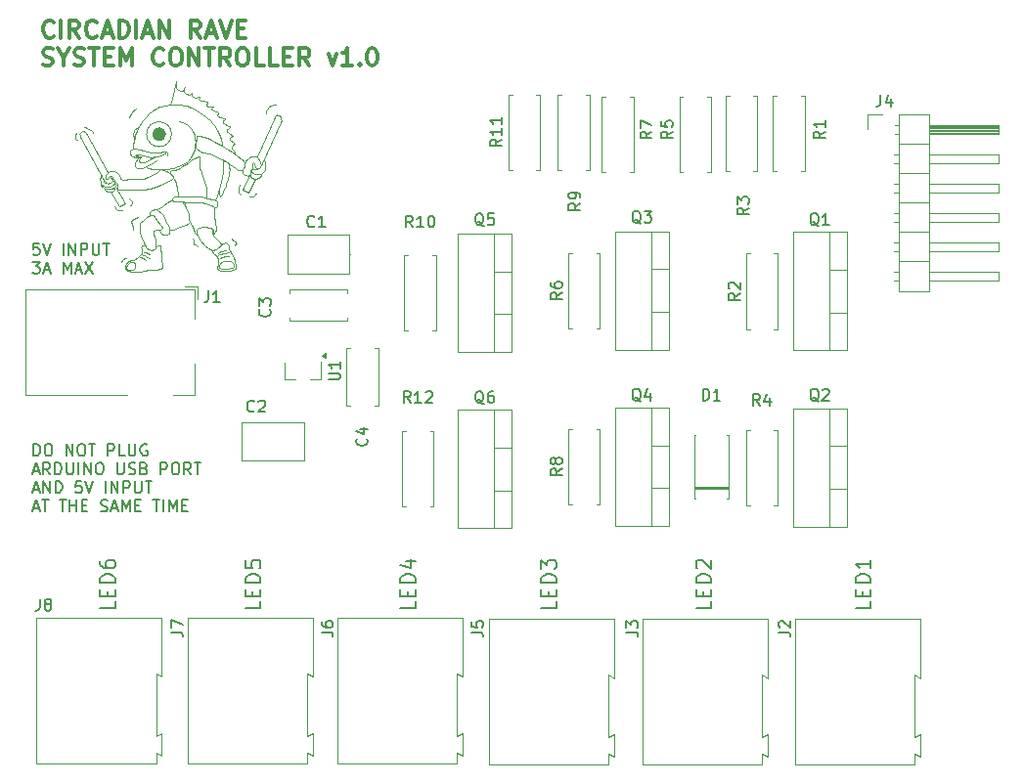
<source format=gbr>
%TF.GenerationSoftware,KiCad,Pcbnew,8.0.3*%
%TF.CreationDate,2024-07-14T15:46:43+08:00*%
%TF.ProjectId,circadian-rave-hardware,63697263-6164-4696-916e-2d726176652d,rev?*%
%TF.SameCoordinates,Original*%
%TF.FileFunction,Legend,Top*%
%TF.FilePolarity,Positive*%
%FSLAX46Y46*%
G04 Gerber Fmt 4.6, Leading zero omitted, Abs format (unit mm)*
G04 Created by KiCad (PCBNEW 8.0.3) date 2024-07-14 15:46:43*
%MOMM*%
%LPD*%
G01*
G04 APERTURE LIST*
%ADD10C,0.100000*%
%ADD11C,0.615685*%
%ADD12C,0.150000*%
%ADD13C,0.200000*%
%ADD14C,0.300000*%
%ADD15C,0.120000*%
G04 APERTURE END LIST*
D10*
X87458683Y-83815300D02*
X87524924Y-83892282D01*
X87399604Y-83772333D02*
X87458683Y-83815300D01*
X87320000Y-83750000D02*
X87399604Y-83772333D01*
X87188832Y-83733855D02*
X87320000Y-83750000D01*
X87181974Y-83648127D02*
X87188832Y-83733855D01*
X87181974Y-83552112D02*
X87181974Y-83648127D01*
X87175115Y-83445809D02*
X87181974Y-83552112D01*
X87154541Y-83342935D02*
X87175115Y-83445809D01*
X87103104Y-83253778D02*
X87154541Y-83342935D01*
X90776730Y-83776681D02*
X90749647Y-83796180D01*
X90812480Y-83742014D02*
X90776730Y-83776681D01*
X90836313Y-83709515D02*
X90812480Y-83742014D01*
X90860146Y-83673765D02*
X90836313Y-83709515D01*
X90876396Y-83623932D02*
X90860146Y-83673765D01*
X90875313Y-83584932D02*
X90876396Y-83623932D01*
X90859283Y-83538960D02*
X90875313Y-83584932D01*
X90816904Y-83487439D02*
X90859283Y-83538960D01*
X90614004Y-83376766D02*
X90816904Y-83487439D01*
X90457217Y-83266092D02*
X90614004Y-83376766D01*
X82330225Y-81368935D02*
X82447524Y-81290736D01*
X82157070Y-81463891D02*
X82330225Y-81368935D01*
X82017429Y-81519747D02*
X82157070Y-81463891D01*
X81894544Y-81620289D02*
X82017429Y-81519747D01*
X81805174Y-81782273D02*
X81894544Y-81620289D01*
X81821931Y-81938671D02*
X81805174Y-81782273D01*
X81900130Y-82089484D02*
X81821931Y-81938671D01*
X81950401Y-82257053D02*
X81900130Y-82089484D01*
X81967158Y-82441380D02*
X81950401Y-82257053D01*
X80974420Y-85119855D02*
X80913664Y-85241368D01*
X81118716Y-85005937D02*
X80974420Y-85119855D01*
X81236432Y-84945180D02*
X81118716Y-85005937D01*
X81369336Y-84899613D02*
X81236432Y-84945180D01*
X81731903Y-80328710D02*
X81698693Y-80355532D01*
X81770221Y-80278896D02*
X81731903Y-80328710D01*
X81800876Y-80230359D02*
X81770221Y-80278896D01*
X81824814Y-80172407D02*
X81800876Y-80230359D01*
X81828267Y-80034267D02*
X81824814Y-80172407D01*
X81786825Y-79916849D02*
X81828267Y-80034267D01*
X81669407Y-79813244D02*
X81786825Y-79916849D01*
X81576163Y-79771802D02*
X81669407Y-79813244D01*
X80830392Y-80777354D02*
X81001441Y-80777354D01*
X80754370Y-80774186D02*
X80830392Y-80777354D01*
X80667261Y-80769435D02*
X80754370Y-80774186D01*
X80573818Y-80739343D02*
X80667261Y-80769435D01*
X80486709Y-80663321D02*
X80573818Y-80739343D01*
X80447115Y-80617391D02*
X80486709Y-80663321D01*
X80409783Y-80551565D02*
X80447115Y-80617391D01*
X80363385Y-80406571D02*
X80409783Y-80551565D01*
X94198817Y-71655376D02*
X94305051Y-71655376D01*
X94085257Y-71670029D02*
X94198817Y-71655376D01*
X93949717Y-71692008D02*
X94085257Y-71670029D01*
X93850809Y-71732304D02*
X93949717Y-71692008D01*
X93748239Y-71790916D02*
X93850809Y-71732304D01*
X93656658Y-71867844D02*
X93748239Y-71790916D01*
X93587056Y-71952099D02*
X93656658Y-71867844D01*
X93528444Y-72065659D02*
X93587056Y-71952099D01*
X93484165Y-72183100D02*
X93528444Y-72065659D01*
X93456541Y-72376469D02*
X93484165Y-72183100D01*
X91144422Y-78688185D02*
X91189170Y-78615471D01*
X91108065Y-78786071D02*
X91144422Y-78688185D01*
X91088488Y-78864379D02*
X91108065Y-78786071D01*
X91080098Y-78953874D02*
X91088488Y-78864379D01*
X91082894Y-79040572D02*
X91080098Y-78953874D01*
X91099675Y-79144051D02*
X91082894Y-79040572D01*
X91127642Y-79225156D02*
X91099675Y-79144051D01*
X91166796Y-79300668D02*
X91127642Y-79225156D01*
X91214340Y-79376179D02*
X91166796Y-79300668D01*
X91260000Y-79420000D02*
X91214340Y-79376179D01*
X92616931Y-79316316D02*
X92663261Y-79296240D01*
X92542803Y-79358013D02*
X92616931Y-79316316D01*
X92498017Y-79418243D02*
X92542803Y-79358013D01*
X92467130Y-79483105D02*
X92498017Y-79418243D01*
X92428521Y-79541790D02*
X92467130Y-79483105D01*
X92325876Y-79606976D02*
X92428521Y-79541790D01*
X92189686Y-79628152D02*
X92325876Y-79606976D01*
X92030737Y-79596362D02*
X92189686Y-79628152D01*
X82122986Y-72036933D02*
X82312864Y-71890094D01*
X81981210Y-72163518D02*
X82122986Y-72036933D01*
X81857156Y-72295167D02*
X81981210Y-72163518D01*
X81768546Y-72414158D02*
X81857156Y-72295167D01*
X81667278Y-72568592D02*
X81768546Y-72414158D01*
X81586263Y-72712899D02*
X81667278Y-72568592D01*
X78439878Y-74008402D02*
X78437118Y-74080155D01*
X78400000Y-73940000D02*
X78439878Y-74008402D01*
X78320000Y-73870000D02*
X78400000Y-73940000D01*
X78240000Y-73800000D02*
X78320000Y-73870000D01*
X78160000Y-73760000D02*
X78240000Y-73800000D01*
X78050000Y-73710000D02*
X78160000Y-73760000D01*
X77940000Y-73660000D02*
X78050000Y-73710000D01*
X77830000Y-73620000D02*
X77940000Y-73660000D01*
X77740000Y-73590000D02*
X77830000Y-73620000D01*
X77040000Y-74690000D02*
X77150000Y-74690000D01*
X76960000Y-74610000D02*
X77040000Y-74690000D01*
X76930000Y-74480000D02*
X76960000Y-74610000D01*
X76940000Y-74360000D02*
X76930000Y-74480000D01*
X76970000Y-74230000D02*
X76940000Y-74360000D01*
X77000000Y-74120000D02*
X76970000Y-74230000D01*
X89471404Y-85800935D02*
X89400000Y-85740000D01*
X89540000Y-85830000D02*
X89471404Y-85800935D01*
X89680000Y-85850000D02*
X89540000Y-85830000D01*
X89830000Y-85860000D02*
X89680000Y-85850000D01*
X90080000Y-85850000D02*
X89830000Y-85860000D01*
X90250000Y-85830000D02*
X90080000Y-85850000D01*
X90360000Y-85810000D02*
X90250000Y-85830000D01*
X90490000Y-85780000D02*
X90360000Y-85810000D01*
X90600000Y-85750000D02*
X90490000Y-85780000D01*
X90673175Y-85715105D02*
X90600000Y-85750000D01*
X90690000Y-85680000D02*
X90673175Y-85715105D01*
X90680000Y-85530000D02*
X90690000Y-85680000D01*
X90660000Y-85430000D02*
X90680000Y-85530000D01*
X90610000Y-85330000D02*
X90660000Y-85430000D01*
X90530000Y-85240000D02*
X90610000Y-85330000D01*
X90410000Y-85180000D02*
X90530000Y-85240000D01*
X90270000Y-85150000D02*
X90410000Y-85180000D01*
X89970000Y-85160000D02*
X90270000Y-85150000D01*
X89840000Y-85190000D02*
X89970000Y-85160000D01*
X89740000Y-85210000D02*
X89840000Y-85190000D01*
X89610000Y-85270000D02*
X89740000Y-85210000D01*
X89520000Y-85350000D02*
X89610000Y-85270000D01*
X89450000Y-85450000D02*
X89520000Y-85350000D01*
X89390000Y-85550000D02*
X89450000Y-85450000D01*
X89370000Y-85620000D02*
X89390000Y-85550000D01*
X89380000Y-85700000D02*
X89370000Y-85620000D01*
X89390000Y-85730000D02*
X89380000Y-85700000D01*
X90020000Y-84730000D02*
X90210000Y-84720000D01*
X89890000Y-84760000D02*
X90020000Y-84730000D01*
X89740000Y-84810000D02*
X89890000Y-84760000D01*
X89630000Y-84850000D02*
X89740000Y-84810000D01*
X89480000Y-84890000D02*
X89630000Y-84850000D01*
X90062956Y-84443454D02*
X90207395Y-84436576D01*
X89959786Y-84470966D02*
X90062956Y-84443454D01*
X89852030Y-84491600D02*
X89959786Y-84470966D01*
X89723640Y-84516819D02*
X89852030Y-84491600D01*
X89560860Y-84564965D02*
X89723640Y-84516819D01*
X89411836Y-84624575D02*
X89560860Y-84564965D01*
X89310000Y-84700000D02*
X89411836Y-84624575D01*
X89815347Y-84248576D02*
X89948323Y-84246283D01*
X89703006Y-84294430D02*
X89815347Y-84248576D01*
X89583787Y-84351747D02*
X89703006Y-84294430D01*
X89430178Y-84409063D02*
X89583787Y-84351747D01*
X89270000Y-84470000D02*
X89430178Y-84409063D01*
X89703351Y-83674038D02*
X89600000Y-83780000D01*
X89779029Y-83640253D02*
X89703351Y-83674038D01*
X89850653Y-83621333D02*
X89779029Y-83640253D01*
X89938494Y-83605116D02*
X89850653Y-83621333D01*
X90024983Y-83613225D02*
X89938494Y-83605116D01*
X90102013Y-83661875D02*
X90024983Y-83613225D01*
X90169583Y-83725391D02*
X90102013Y-83661875D01*
X90199332Y-83824869D02*
X90169583Y-83725391D01*
X90202041Y-84006425D02*
X90199332Y-83824869D01*
X90250000Y-84160000D02*
X90202041Y-84006425D01*
X90310000Y-84260000D02*
X90250000Y-84160000D01*
X90400000Y-84410000D02*
X90310000Y-84260000D01*
X90520000Y-84560000D02*
X90400000Y-84410000D01*
X90610000Y-84710000D02*
X90520000Y-84560000D01*
X90690000Y-84890000D02*
X90610000Y-84710000D01*
X90720000Y-85070000D02*
X90690000Y-84890000D01*
X90790000Y-85270000D02*
X90720000Y-85070000D01*
X90850000Y-85490000D02*
X90790000Y-85270000D01*
X90850000Y-85690000D02*
X90850000Y-85490000D01*
X90820000Y-85830000D02*
X90850000Y-85690000D01*
X90600000Y-85970000D02*
X90820000Y-85830000D01*
X90290000Y-86000000D02*
X90600000Y-85970000D01*
X89730000Y-86010000D02*
X90290000Y-86000000D01*
X89520000Y-86010000D02*
X89730000Y-86010000D01*
X89360000Y-85960000D02*
X89520000Y-86010000D01*
X89260000Y-85860000D02*
X89360000Y-85960000D01*
X89240000Y-85710000D02*
X89260000Y-85860000D01*
X89290000Y-85490000D02*
X89240000Y-85710000D01*
X89310000Y-85300000D02*
X89290000Y-85490000D01*
X89310000Y-85140000D02*
X89310000Y-85300000D01*
X89270000Y-84970000D02*
X89310000Y-85140000D01*
X89200000Y-84820000D02*
X89270000Y-84970000D01*
X89100000Y-84680000D02*
X89200000Y-84820000D01*
X88970000Y-84560000D02*
X89100000Y-84680000D01*
X88870000Y-84470000D02*
X88970000Y-84560000D01*
X88830000Y-84360000D02*
X88870000Y-84470000D01*
X88850000Y-84280000D02*
X88830000Y-84360000D01*
X88930000Y-84220000D02*
X88850000Y-84280000D01*
X88760000Y-82680000D02*
X88773100Y-82403356D01*
X88810969Y-82800763D02*
X88760000Y-82680000D01*
X88970000Y-83070000D02*
X88810969Y-82800763D01*
X89130000Y-83250000D02*
X88970000Y-83070000D01*
X89280000Y-83430000D02*
X89130000Y-83250000D01*
X89460000Y-83570000D02*
X89280000Y-83430000D01*
X89600000Y-83780000D02*
X89460000Y-83570000D01*
X89470000Y-83910000D02*
X89600000Y-83780000D01*
X89330000Y-84030000D02*
X89470000Y-83910000D01*
X89110000Y-84130000D02*
X89330000Y-84030000D01*
X88810000Y-84220000D02*
X89110000Y-84130000D01*
X88480000Y-84060000D02*
X88810000Y-84220000D01*
X88130000Y-83800000D02*
X88480000Y-84060000D01*
X87790000Y-83400000D02*
X88130000Y-83800000D01*
X87490682Y-82946913D02*
X87790000Y-83400000D01*
X83190000Y-84500000D02*
X83420000Y-84630000D01*
X83040000Y-84410000D02*
X83190000Y-84500000D01*
X82870000Y-84390000D02*
X83040000Y-84410000D01*
X83150000Y-84830000D02*
X83350000Y-84910000D01*
X82940000Y-84700000D02*
X83150000Y-84830000D01*
X82810000Y-84640000D02*
X82940000Y-84700000D01*
X82680000Y-84610000D02*
X82810000Y-84640000D01*
X82940000Y-85010000D02*
X83080000Y-85110000D01*
X82800000Y-84920000D02*
X82940000Y-85010000D01*
X82660000Y-84850000D02*
X82800000Y-84920000D01*
X82540000Y-84840000D02*
X82660000Y-84850000D01*
X82060940Y-85870352D02*
X81950000Y-85960000D01*
X82100999Y-85788492D02*
X82060940Y-85870352D01*
X82127125Y-85666574D02*
X82100999Y-85788492D01*
X82130608Y-85527239D02*
X82127125Y-85666574D01*
X82109708Y-85400095D02*
X82130608Y-85527239D01*
X82060940Y-85297336D02*
X82109708Y-85400095D01*
X81972114Y-85250310D02*
X82060940Y-85297336D01*
X81857163Y-85257277D02*
X81972114Y-85250310D01*
X81721311Y-85297336D02*
X81857163Y-85257277D01*
X81606359Y-85363520D02*
X81721311Y-85297336D01*
X81496633Y-85462796D02*
X81606359Y-85363520D01*
X81414774Y-85558589D02*
X81496633Y-85462796D01*
X81364265Y-85689216D02*
X81414774Y-85558589D01*
X81353814Y-85776300D02*
X81364265Y-85689216D01*
X81376456Y-85832034D02*
X81353814Y-85776300D01*
X81439157Y-85884285D02*
X81376456Y-85832034D01*
X81521017Y-85920861D02*
X81439157Y-85884285D01*
X81651643Y-85950469D02*
X81521017Y-85920861D01*
X81950000Y-85960000D02*
X81651643Y-85950469D01*
X84100809Y-83853329D02*
X83914390Y-84003561D01*
X84141382Y-83833591D02*
X84100809Y-83853329D01*
X84183052Y-83821528D02*
X84141382Y-83833591D01*
X84222529Y-83819335D02*
X84183052Y-83821528D01*
X84255427Y-83825914D02*
X84222529Y-83819335D01*
X84280648Y-83840170D02*
X84255427Y-83825914D01*
X84298924Y-83874328D02*
X84280648Y-83840170D01*
X84321713Y-83918344D02*
X84298924Y-83874328D01*
X84341308Y-84143690D02*
X84321713Y-83918344D01*
X84380499Y-84540495D02*
X84341308Y-84143690D01*
X84424589Y-85054873D02*
X84380499Y-84540495D01*
X84478476Y-85495768D02*
X84424589Y-85054873D01*
X84483375Y-85789698D02*
X84478476Y-85495768D01*
X84282522Y-85887675D02*
X84483375Y-85789698D01*
X83973896Y-85917068D02*
X84282522Y-85887675D01*
X83660450Y-85957358D02*
X83973896Y-85917068D01*
X83335971Y-85975725D02*
X83660450Y-85957358D01*
X82993126Y-86036947D02*
X83335971Y-85975725D01*
X82546202Y-86122659D02*
X82993126Y-86036947D01*
X82200295Y-86144087D02*
X82546202Y-86122659D01*
X81829900Y-86125720D02*
X82200295Y-86144087D01*
X81508482Y-86052253D02*
X81829900Y-86125720D01*
X81324815Y-85966542D02*
X81508482Y-86052253D01*
X81233666Y-85894540D02*
X81324815Y-85966542D01*
X81233666Y-85769412D02*
X81233666Y-85894540D01*
X81277630Y-85546209D02*
X81233666Y-85769412D01*
X81331740Y-85404171D02*
X81277630Y-85546209D01*
X81460250Y-85268897D02*
X81331740Y-85404171D01*
X81629343Y-85174205D02*
X81460250Y-85268897D01*
X81740944Y-85126859D02*
X81629343Y-85174205D01*
X81896510Y-85113331D02*
X81740944Y-85126859D01*
X82021639Y-85099804D02*
X81896510Y-85113331D01*
X82123094Y-85028785D02*
X82021639Y-85099804D01*
X82254987Y-84934093D02*
X82123094Y-85028785D01*
X82490439Y-84725512D02*
X82254987Y-84934093D01*
X82608775Y-84618133D02*
X82490439Y-84725512D01*
X82678900Y-84523902D02*
X82608775Y-84618133D01*
X82722728Y-84398992D02*
X82678900Y-84523902D01*
X82724920Y-84322293D02*
X82722728Y-84398992D01*
X82724920Y-84243402D02*
X82724920Y-84322293D01*
X82705197Y-84146980D02*
X82724920Y-84243402D01*
X82674517Y-84076855D02*
X82705197Y-84146980D01*
X82659177Y-83995773D02*
X82674517Y-84076855D01*
X82665752Y-83914691D02*
X82659177Y-83995773D01*
X82716154Y-83855523D02*
X82665752Y-83914691D01*
X82795045Y-83829226D02*
X82716154Y-83855523D01*
X82922146Y-83829226D02*
X82795045Y-83829226D01*
X82957312Y-83725724D02*
X82922146Y-83829226D01*
X84125188Y-82471274D02*
X84335898Y-82437846D01*
X84013785Y-82483427D02*
X84125188Y-82471274D01*
X83922637Y-82499631D02*
X84013785Y-82483427D01*
X83803131Y-82536091D02*
X83922637Y-82499631D01*
X83748442Y-82562422D02*
X83803131Y-82536091D01*
X83705906Y-82617111D02*
X83748442Y-82562422D01*
X83685651Y-82677877D02*
X83705906Y-82617111D01*
X83683625Y-82752821D02*
X83685651Y-82677877D01*
X83707357Y-82906349D02*
X83683625Y-82752821D01*
X83778940Y-83098882D02*
X83707357Y-82906349D01*
X83867801Y-83358062D02*
X83778940Y-83098882D01*
X83907295Y-83619709D02*
X83867801Y-83358062D01*
X83924574Y-83873952D02*
X83907295Y-83619709D01*
X83892485Y-84046738D02*
X83924574Y-83873952D01*
X83820902Y-84133132D02*
X83892485Y-84046738D01*
X83712293Y-84202246D02*
X83820902Y-84133132D01*
X83524697Y-84217056D02*
X83712293Y-84202246D01*
X83317353Y-84177562D02*
X83524697Y-84217056D01*
X83144567Y-84071422D02*
X83317353Y-84177562D01*
X83048300Y-83965282D02*
X83144567Y-84071422D01*
X83015886Y-83881921D02*
X83048300Y-83965282D01*
X82898738Y-83569526D02*
X83015886Y-83881921D01*
X82646438Y-82968490D02*
X82898738Y-83569526D01*
X82565086Y-82685388D02*
X82646438Y-82968490D01*
X82503260Y-82441334D02*
X82565086Y-82685388D01*
X82509768Y-82184265D02*
X82503260Y-82441334D01*
X82509768Y-81992276D02*
X82509768Y-82184265D01*
X82560000Y-81870000D02*
X82509768Y-81992276D01*
X82640000Y-81790000D02*
X82560000Y-81870000D01*
X82760000Y-81700000D02*
X82640000Y-81790000D01*
X82990000Y-81510000D02*
X82760000Y-81700000D01*
X83140000Y-81380000D02*
X82990000Y-81510000D01*
X83460000Y-81165000D02*
X83140000Y-81380000D01*
X83636305Y-80768522D02*
X83816125Y-80730883D01*
X83551555Y-80799655D02*
X83636305Y-80768522D01*
X83458157Y-80858461D02*
X83551555Y-80799655D01*
X83399351Y-80913808D02*
X83458157Y-80858461D01*
X83355691Y-80978650D02*
X83399351Y-80913808D01*
X83347970Y-81066151D02*
X83355691Y-80978650D01*
X83364270Y-81133064D02*
X83347970Y-81066151D01*
X83400000Y-81160000D02*
X83364270Y-81133064D01*
X83520000Y-81170000D02*
X83400000Y-81160000D01*
X83660000Y-81200000D02*
X83520000Y-81170000D01*
X83760000Y-81240000D02*
X83660000Y-81200000D01*
X83830000Y-81330000D02*
X83760000Y-81240000D01*
X83920000Y-81460000D02*
X83830000Y-81330000D01*
X84000000Y-81600000D02*
X83920000Y-81460000D01*
X84328946Y-82054543D02*
X84000000Y-81600000D01*
X84400443Y-82159802D02*
X84328946Y-82054543D01*
X84446122Y-82278964D02*
X84400443Y-82159802D01*
X84432219Y-82364363D02*
X84446122Y-82278964D01*
X84372639Y-82423944D02*
X84432219Y-82364363D01*
X84299156Y-82451748D02*
X84372639Y-82423944D01*
X84235603Y-82497427D02*
X84299156Y-82451748D01*
X84231631Y-82570910D02*
X84235603Y-82497427D01*
X84277309Y-82680141D02*
X84231631Y-82570910D01*
X84332918Y-82747666D02*
X84277309Y-82680141D01*
X84384555Y-82805261D02*
X84332918Y-82747666D01*
X84452080Y-82846967D02*
X84384555Y-82805261D01*
X84507688Y-82872786D02*
X84452080Y-82846967D01*
X84626850Y-82886688D02*
X84507688Y-82872786D01*
X84761900Y-82882716D02*
X84626850Y-82886688D01*
X84885033Y-82870800D02*
X84761900Y-82882716D01*
X84982349Y-82835051D02*
X84885033Y-82870800D01*
X85040000Y-82780000D02*
X84982349Y-82835051D01*
X85100000Y-82620000D02*
X85040000Y-82780000D01*
X85110000Y-82470000D02*
X85100000Y-82620000D01*
X85040000Y-82280000D02*
X85110000Y-82470000D01*
X84960000Y-82080000D02*
X85040000Y-82280000D01*
X84800000Y-81840000D02*
X84960000Y-82080000D01*
X84750000Y-81650000D02*
X84800000Y-81840000D01*
X84640000Y-81400000D02*
X84750000Y-81650000D01*
X84450000Y-81140000D02*
X84640000Y-81400000D01*
X84310000Y-80970000D02*
X84450000Y-81140000D01*
X84150000Y-80830000D02*
X84310000Y-80970000D01*
X83980000Y-80730000D02*
X84150000Y-80830000D01*
X83816125Y-80730883D02*
X83980000Y-80730000D01*
X86710000Y-81960000D02*
X86839860Y-81754401D01*
X86500000Y-82040000D02*
X86710000Y-81960000D01*
X86240000Y-82110000D02*
X86500000Y-82040000D01*
X86000000Y-82180000D02*
X86240000Y-82110000D01*
X85780000Y-82290000D02*
X86000000Y-82180000D01*
X85480000Y-82450000D02*
X85780000Y-82290000D01*
X85260000Y-82500000D02*
X85480000Y-82450000D01*
X85110000Y-82470000D02*
X85260000Y-82500000D01*
X86345000Y-80050000D02*
X86510000Y-80520000D01*
X88966979Y-80758586D02*
X88970000Y-80540000D01*
X88930899Y-80917940D02*
X88966979Y-80758586D01*
X88933906Y-81140434D02*
X88930899Y-80917940D01*
X88985019Y-81335867D02*
X88933906Y-81140434D01*
X89051477Y-81734389D02*
X88985019Y-81335867D01*
X89077372Y-81978238D02*
X89051477Y-81734389D01*
X89103268Y-82194034D02*
X89077372Y-81978238D01*
X89101110Y-82472411D02*
X89103268Y-82194034D01*
X89070898Y-82614836D02*
X89101110Y-82472411D01*
X88991054Y-82714102D02*
X89070898Y-82614836D01*
X88909052Y-82856528D02*
X88991054Y-82714102D01*
X88924157Y-82746472D02*
X88909052Y-82856528D01*
X88898262Y-82612678D02*
X88924157Y-82746472D01*
X88846471Y-82496149D02*
X88898262Y-82612678D01*
X88773100Y-82403356D02*
X88846471Y-82496149D01*
X88660886Y-82329986D02*
X88773100Y-82403356D01*
X88511987Y-82271721D02*
X88660886Y-82329986D01*
X88207693Y-82257130D02*
X88511987Y-82271721D01*
X87930872Y-82259399D02*
X88207693Y-82257130D01*
X87733467Y-82291165D02*
X87930872Y-82259399D01*
X87606402Y-82327469D02*
X87733467Y-82291165D01*
X87511103Y-82402347D02*
X87606402Y-82327469D01*
X87449839Y-82472687D02*
X87511103Y-82402347D01*
X87408997Y-82570255D02*
X87449839Y-82472687D01*
X87408997Y-82656478D02*
X87408997Y-82570255D01*
X87438494Y-82749508D02*
X87408997Y-82656478D01*
X87472530Y-82840269D02*
X87438494Y-82749508D01*
X87490682Y-82946913D02*
X87472530Y-82840269D01*
X87424759Y-82884448D02*
X87490682Y-82946913D01*
X87299829Y-82697053D02*
X87424759Y-82884448D01*
X87186256Y-82424479D02*
X87299829Y-82697053D01*
X86998862Y-82038333D02*
X87186256Y-82424479D01*
X86839860Y-81754401D02*
X86998862Y-82038333D01*
X86788753Y-81561328D02*
X86839860Y-81754401D01*
X86794431Y-81271718D02*
X86788753Y-81561328D01*
X86771717Y-81038895D02*
X86794431Y-81271718D01*
X86630000Y-80760000D02*
X86771717Y-81038895D01*
X86510000Y-80520000D02*
X86630000Y-80760000D01*
X86340000Y-80230000D02*
X86510000Y-80520000D01*
X86210000Y-80030000D02*
X86340000Y-80230000D01*
X85220000Y-79970000D02*
X85360000Y-79895000D01*
X84900000Y-80130000D02*
X85220000Y-79970000D01*
X84590000Y-80330000D02*
X84900000Y-80130000D01*
X84360000Y-80500000D02*
X84590000Y-80330000D01*
X83980000Y-80730000D02*
X84360000Y-80500000D01*
X90733684Y-75723488D02*
X90719744Y-75890767D01*
X90663985Y-75632879D02*
X90733684Y-75723488D01*
X90573375Y-75542270D02*
X90663985Y-75632879D01*
X90514131Y-75423781D02*
X90573375Y-75542270D01*
X90490000Y-75260000D02*
X90514131Y-75423781D01*
X90540000Y-75160000D02*
X90490000Y-75260000D01*
X90590629Y-75130339D02*
X90540000Y-75160000D01*
X90680000Y-75110000D02*
X90590629Y-75130339D01*
X90710000Y-75060000D02*
X90680000Y-75110000D01*
X90691059Y-74993688D02*
X90710000Y-75060000D01*
X90646606Y-74934418D02*
X90691059Y-74993688D01*
X90556055Y-74876794D02*
X90646606Y-74934418D01*
X90432575Y-74779657D02*
X90556055Y-74876794D01*
X90338730Y-74684166D02*
X90432575Y-74779657D01*
X90300863Y-74593614D02*
X90338730Y-74684166D01*
X90295833Y-74517485D02*
X90300863Y-74593614D01*
X90312801Y-74470498D02*
X90295833Y-74517485D01*
X90379365Y-74428732D02*
X90312801Y-74470498D01*
X90440709Y-74411112D02*
X90379365Y-74428732D01*
X90492916Y-74400018D02*
X90440709Y-74411112D01*
X90520978Y-74392839D02*
X90492916Y-74400018D01*
X90539903Y-74372609D02*
X90520978Y-74392839D01*
X90543166Y-74347158D02*
X90539903Y-74372609D01*
X90523946Y-74309371D02*
X90543166Y-74347158D01*
X90473730Y-74260724D02*
X90523946Y-74309371D01*
X90354466Y-74164999D02*
X90473730Y-74260724D01*
X90272864Y-74094382D02*
X90354466Y-74164999D01*
X90184985Y-74045734D02*
X90272864Y-74094382D01*
X90100985Y-73987153D02*
X90184985Y-74045734D01*
X90061120Y-73922757D02*
X90100985Y-73987153D01*
X90061120Y-73843029D02*
X90061120Y-73922757D01*
X90094852Y-73772500D02*
X90061120Y-73843029D01*
X90155884Y-73716771D02*
X90094852Y-73772500D01*
X90258374Y-73636227D02*
X90155884Y-73716771D01*
X90322962Y-73575806D02*
X90258374Y-73636227D01*
X90302127Y-73519552D02*
X90322962Y-73575806D01*
X90235456Y-73475799D02*
X90302127Y-73519552D01*
X90139616Y-73454964D02*
X90235456Y-73475799D01*
X90037525Y-73427879D02*
X90139616Y-73454964D01*
X89885431Y-73338289D02*
X90037525Y-73427879D01*
X89791674Y-73271618D02*
X89885431Y-73338289D01*
X89739587Y-73215364D02*
X89791674Y-73271618D01*
X89706251Y-73150776D02*
X89739587Y-73215364D01*
X89700001Y-73088272D02*
X89706251Y-73150776D01*
X89712502Y-73025767D02*
X89700001Y-73088272D01*
X89764052Y-72987336D02*
X89712502Y-73025767D01*
X89827183Y-72947425D02*
X89764052Y-72987336D01*
X89870722Y-72919851D02*
X89827183Y-72947425D01*
X89899748Y-72893728D02*
X89870722Y-72919851D01*
X89900000Y-72860000D02*
X89899748Y-72893728D01*
X89812181Y-72819888D02*
X89888754Y-72854268D01*
X89709041Y-72793322D02*
X89812181Y-72819888D01*
X89641843Y-72776132D02*
X89709041Y-72793322D01*
X89432858Y-72695522D02*
X89641843Y-72776132D01*
X89363198Y-72666839D02*
X89432858Y-72695522D01*
X89305831Y-72624496D02*
X89363198Y-72666839D01*
X89258025Y-72568495D02*
X89305831Y-72624496D01*
X89241634Y-72513860D02*
X89258025Y-72568495D01*
X89278513Y-72483811D02*
X89241634Y-72513860D01*
X89320856Y-72408687D02*
X89278513Y-72483811D01*
X89320856Y-72334930D02*
X89320856Y-72408687D01*
X89279952Y-72289822D02*
X89320856Y-72334930D01*
X89198153Y-72237886D02*
X89279952Y-72289822D01*
X89074807Y-72204128D02*
X89198153Y-72237886D01*
X88961847Y-72175564D02*
X89074807Y-72204128D01*
X88846326Y-72122645D02*
X88961847Y-72175564D01*
X88779963Y-72069825D02*
X88846326Y-72122645D01*
X88758294Y-72019714D02*
X88779963Y-72069825D01*
X88750168Y-71969604D02*
X88758294Y-72019714D01*
X88759648Y-71923556D02*
X88750168Y-71969604D01*
X88794861Y-71892406D02*
X88759648Y-71923556D01*
X88828720Y-71865319D02*
X88794861Y-71892406D01*
X88858515Y-71831460D02*
X88828720Y-71865319D01*
X88860000Y-71790000D02*
X88858515Y-71831460D01*
X88544790Y-71795319D02*
X88860000Y-71790000D01*
X88461762Y-71792877D02*
X88544790Y-71795319D01*
X88409665Y-71767643D02*
X88461762Y-71792877D01*
X88354313Y-71737524D02*
X88409665Y-71767643D01*
X88318497Y-71717174D02*
X88354313Y-71737524D01*
X88292449Y-71692754D02*
X88318497Y-71717174D01*
X88283494Y-71661822D02*
X88292449Y-71692754D01*
X88289193Y-71634146D02*
X88283494Y-71661822D01*
X88302217Y-71609726D02*
X88289193Y-71634146D01*
X88320939Y-71580421D02*
X88302217Y-71609726D01*
X88344312Y-71542016D02*
X88320939Y-71580421D01*
X88356043Y-71492329D02*
X88344312Y-71542016D01*
X88353283Y-71435741D02*
X88356043Y-71492329D01*
X88349142Y-71401926D02*
X88353283Y-71435741D01*
X88341551Y-71379153D02*
X88349142Y-71401926D01*
X88315692Y-71356093D02*
X88341551Y-71379153D01*
X88193385Y-71339415D02*
X88315692Y-71356093D01*
X88089608Y-71326443D02*
X88193385Y-71339415D01*
X88002510Y-71326443D02*
X88089608Y-71326443D01*
X87922825Y-71313471D02*
X88002510Y-71326443D01*
X87833874Y-71294939D02*
X87922825Y-71313471D01*
X87746776Y-71259729D02*
X87833874Y-71294939D01*
X87693035Y-71222666D02*
X87746776Y-71259729D01*
X87655972Y-71165219D02*
X87693035Y-71222666D01*
X87646706Y-71100359D02*
X87655972Y-71165219D01*
X87660000Y-71040000D02*
X87646706Y-71100359D01*
X87685735Y-70962826D02*
X87660000Y-71040000D01*
X87552012Y-70996215D02*
X87685735Y-70962826D01*
X87406632Y-71007617D02*
X87552012Y-70996215D01*
X87281206Y-70999065D02*
X87406632Y-71007617D01*
X87183474Y-70978897D02*
X87281206Y-70999065D01*
X87098952Y-70944015D02*
X87183474Y-70978897D01*
X87041263Y-70878276D02*
X87098952Y-70944015D01*
X87007722Y-70813879D02*
X87041263Y-70878276D01*
X86998331Y-70758873D02*
X87007722Y-70813879D01*
X87002507Y-70673910D02*
X86998331Y-70758873D01*
X87059110Y-70580393D02*
X87002507Y-70673910D01*
X87002507Y-70673910D02*
X87059110Y-70580393D01*
X86939751Y-70737896D02*
X87002507Y-70673910D01*
X86843773Y-70762506D02*
X86939751Y-70737896D01*
X86735489Y-70762506D02*
X86843773Y-70762506D01*
X86606286Y-70721900D02*
X86735489Y-70762506D01*
X86525074Y-70672680D02*
X86606286Y-70721900D01*
X86459314Y-70616747D02*
X86525074Y-70672680D01*
X86379526Y-70548982D02*
X86459314Y-70616747D01*
X86336900Y-70477937D02*
X86379526Y-70548982D01*
X86324877Y-70400335D02*
X86336900Y-70477937D01*
X86335000Y-70265000D02*
X86324877Y-70400335D01*
X80286695Y-78937911D02*
X80218445Y-78891812D01*
X80302261Y-78953477D02*
X80286695Y-78937911D01*
X80312439Y-78968444D02*
X80302261Y-78953477D01*
X80314235Y-79001371D02*
X80312439Y-78968444D01*
X80300000Y-79030000D02*
X80314235Y-79001371D01*
X80240000Y-79100000D02*
X80300000Y-79030000D01*
X80140000Y-79140000D02*
X80240000Y-79100000D01*
X80020000Y-79160000D02*
X80140000Y-79140000D01*
X79860653Y-79144521D02*
X80020000Y-79160000D01*
X79723379Y-79129600D02*
X79860653Y-79144521D01*
X79598042Y-79093790D02*
X79723379Y-79129600D01*
X79502547Y-79019184D02*
X79598042Y-79093790D01*
X79460644Y-78881149D02*
X79502547Y-79019184D01*
X79171809Y-78613132D02*
X79128649Y-78467905D01*
X79248138Y-78718951D02*
X79171809Y-78613132D01*
X79310588Y-78784871D02*
X79248138Y-78718951D01*
X79426816Y-78866403D02*
X79310588Y-78784871D01*
X79494471Y-78895894D02*
X79426816Y-78866403D01*
X79588146Y-78909772D02*
X79494471Y-78895894D01*
X79704374Y-78935793D02*
X79588146Y-78909772D01*
X79820601Y-78949671D02*
X79704374Y-78935793D01*
X79968054Y-78949671D02*
X79820601Y-78949671D01*
X80098159Y-78920180D02*
X79968054Y-78949671D01*
X80235203Y-78861199D02*
X80098159Y-78920180D01*
X80335818Y-78802218D02*
X80235203Y-78861199D01*
X80424289Y-78705073D02*
X80335818Y-78802218D01*
X80458984Y-78639153D02*
X80424289Y-78705073D01*
X80462454Y-78561090D02*
X80458984Y-78639153D01*
X80427759Y-78507313D02*
X80462454Y-78561090D01*
X80380000Y-78490000D02*
X80427759Y-78507313D01*
X81230000Y-80170000D02*
X80440000Y-78750000D01*
X80760000Y-80440000D02*
X81230000Y-80170000D01*
X80020000Y-79160000D02*
X80760000Y-80440000D01*
X77394187Y-74416480D02*
G75*
G02*
X77903264Y-74116578I255901J147638D01*
G01*
X77905823Y-74122159D02*
X79766213Y-77515483D01*
X79417951Y-78116738D02*
X77400000Y-74420000D01*
X79916462Y-77812934D02*
X80221725Y-78265419D01*
X79417951Y-78116738D02*
X79698545Y-78444284D01*
X79397829Y-78215113D02*
X79417951Y-78116738D01*
X79404536Y-78309017D02*
X79397829Y-78215113D01*
X79453724Y-78376092D02*
X79404536Y-78309017D01*
X79529742Y-78420808D02*
X79453724Y-78376092D01*
X79625881Y-78438694D02*
X79529742Y-78420808D01*
X79771209Y-78449873D02*
X79625881Y-78438694D01*
X79887471Y-78438694D02*
X79771209Y-78449873D01*
X79976904Y-78405157D02*
X79887471Y-78438694D01*
X80052921Y-78360441D02*
X79976904Y-78405157D01*
X80122231Y-78306782D02*
X80052921Y-78360441D01*
X80184834Y-78268773D02*
X80122231Y-78306782D01*
X80258616Y-78262065D02*
X80184834Y-78268773D01*
X80318370Y-78286047D02*
X80258616Y-78262065D01*
X80345325Y-78330768D02*
X80318370Y-78286047D01*
X80356353Y-78391418D02*
X80345325Y-78330768D01*
X80353158Y-78436054D02*
X80356353Y-78391418D01*
X80296533Y-78528069D02*
X80353158Y-78436054D01*
X80190362Y-78609467D02*
X80296533Y-78528069D01*
X80027566Y-78712099D02*
X80190362Y-78609467D01*
X79772755Y-78751028D02*
X80027566Y-78712099D01*
X79510866Y-78736872D02*
X79772755Y-78751028D01*
X79365765Y-78687326D02*
X79510866Y-78736872D01*
X79241899Y-78591771D02*
X79365765Y-78687326D01*
X79128649Y-78467905D02*
X79241899Y-78591771D01*
X79107415Y-78308648D02*
X79128649Y-78467905D01*
X79096798Y-78075071D02*
X79107415Y-78308648D01*
X79110000Y-77870000D02*
X79096798Y-78075071D01*
X79220000Y-77740000D02*
X79110000Y-77870000D01*
X84099188Y-77449030D02*
X84330000Y-77260000D01*
X83653214Y-77689715D02*
X84099188Y-77449030D01*
X83217859Y-77905622D02*
X83653214Y-77689715D01*
X82853293Y-78050741D02*
X83217859Y-77905622D01*
X82610000Y-78090000D02*
X82853293Y-78050741D01*
X82220000Y-78110000D02*
X82610000Y-78090000D01*
X81870000Y-78110000D02*
X82220000Y-78110000D01*
X81630000Y-78110000D02*
X81870000Y-78110000D01*
X81301511Y-78112847D02*
X81630000Y-78110000D01*
X81120983Y-78115483D02*
X81301511Y-78112847D01*
X81045656Y-78112344D02*
X81120983Y-78115483D01*
X80960912Y-78104497D02*
X81045656Y-78112344D01*
X80882446Y-78057418D02*
X80960912Y-78104497D01*
X80819673Y-77996214D02*
X80882446Y-78057418D01*
X80800841Y-77920887D02*
X80819673Y-77996214D01*
X80780440Y-77807895D02*
X80800841Y-77920887D01*
X80742776Y-77720013D02*
X80780440Y-77807895D01*
X80669018Y-77633701D02*
X80742776Y-77720013D01*
X80595260Y-77561512D02*
X80669018Y-77633701D01*
X80524641Y-77503447D02*
X80595260Y-77561512D01*
X80435189Y-77450090D02*
X80524641Y-77503447D01*
X80317490Y-77418704D02*
X80435189Y-77450090D01*
X80171543Y-77410857D02*
X80317490Y-77418704D01*
X79997349Y-77410857D02*
X80171543Y-77410857D01*
X79909429Y-77432103D02*
X79997349Y-77410857D01*
X79809374Y-77481150D02*
X79909429Y-77432103D01*
X79723051Y-77549816D02*
X79809374Y-77481150D01*
X79646538Y-77638101D02*
X79723051Y-77549816D01*
X79597491Y-77740119D02*
X79646538Y-77638101D01*
X79571986Y-77848022D02*
X79597491Y-77740119D01*
X79570024Y-77948078D02*
X79571986Y-77848022D01*
X79595529Y-78050095D02*
X79570024Y-77948078D01*
X79640652Y-78089333D02*
X79595529Y-78050095D01*
X79719127Y-78095219D02*
X79640652Y-78089333D01*
X79766212Y-78057943D02*
X79719127Y-78095219D01*
X79799863Y-78013119D02*
X79766212Y-78057943D01*
X79856055Y-77896520D02*
X79799863Y-78013119D01*
X79891175Y-77837518D02*
X79856055Y-77896520D01*
X79941749Y-77788350D02*
X79891175Y-77837518D01*
X79993726Y-77781326D02*
X79941749Y-77788350D01*
X80050000Y-77800000D02*
X79993726Y-77781326D01*
X80210000Y-78050000D02*
X80050000Y-77800000D01*
X80420000Y-78290000D02*
X80210000Y-78050000D01*
X80570000Y-78530000D02*
X80420000Y-78290000D01*
X80570000Y-78920000D02*
X80570000Y-78530000D01*
X80620000Y-78990000D02*
X80570000Y-78920000D01*
X81320000Y-79000000D02*
X80620000Y-78990000D01*
X81730000Y-79010000D02*
X81320000Y-79000000D01*
X82340000Y-79000000D02*
X81730000Y-79010000D01*
X82650000Y-79000000D02*
X82340000Y-79000000D01*
X82960000Y-78990000D02*
X82650000Y-79000000D01*
X83260000Y-78940000D02*
X82960000Y-78990000D01*
X83480000Y-78900000D02*
X83260000Y-78940000D01*
X83640000Y-78850000D02*
X83480000Y-78900000D01*
X83990000Y-78720000D02*
X83640000Y-78850000D01*
X84330000Y-78590000D02*
X83990000Y-78720000D01*
X84720000Y-78420000D02*
X84330000Y-78590000D01*
X85010000Y-78260000D02*
X84720000Y-78420000D01*
X85240000Y-78130000D02*
X85010000Y-78260000D01*
X85425000Y-77945000D02*
X85240000Y-78130000D01*
X93135633Y-77555042D02*
X93002178Y-77604506D01*
X93221501Y-77484786D02*
X93135633Y-77555042D01*
X93289155Y-77406724D02*
X93221501Y-77484786D01*
X93346401Y-77323458D02*
X93289155Y-77406724D01*
X93372421Y-77232385D02*
X93346401Y-77323458D01*
X93392260Y-77076179D02*
X93372421Y-77232385D01*
X93389003Y-76901912D02*
X93392260Y-77076179D01*
X93385746Y-76766733D02*
X93389003Y-76901912D01*
X93381845Y-76648827D02*
X93385746Y-76766733D01*
X93338941Y-76535715D02*
X93381845Y-76648827D01*
X93280000Y-76450000D02*
X93338941Y-76535715D01*
X92571287Y-77186676D02*
X92775909Y-77162344D01*
X92494963Y-77181023D02*
X92571287Y-77186676D01*
X92429947Y-77181023D02*
X92494963Y-77181023D01*
X92350797Y-77185263D02*
X92429947Y-77181023D01*
X92275887Y-77207877D02*
X92350797Y-77185263D01*
X92225004Y-77254519D02*
X92275887Y-77207877D01*
X92199563Y-77319536D02*
X92225004Y-77254519D01*
X92200977Y-77400099D02*
X92199563Y-77319536D01*
X92225846Y-77454620D02*
X92200977Y-77400099D01*
X92329614Y-77546858D02*
X92225846Y-77454620D01*
X92437224Y-77616036D02*
X92329614Y-77546858D01*
X92540991Y-77631409D02*
X92437224Y-77616036D01*
X92644758Y-77635252D02*
X92540991Y-77631409D01*
X92752369Y-77639095D02*
X92644758Y-77635252D01*
X92883038Y-77616036D02*
X92752369Y-77639095D01*
X93002178Y-77604506D02*
X92883038Y-77616036D01*
X92994492Y-77715960D02*
X93002178Y-77604506D01*
X92933000Y-77915807D02*
X92994492Y-77715960D01*
X92802331Y-78015731D02*
X92933000Y-77915807D01*
X92593869Y-78063743D02*
X92802331Y-78015731D01*
X92441222Y-78045127D02*
X92593869Y-78063743D01*
X92297882Y-78000450D02*
X92441222Y-78045127D01*
X92201082Y-77942742D02*
X92297882Y-78000450D01*
X92109866Y-77855249D02*
X92201082Y-77942742D01*
X92076358Y-77765895D02*
X92109866Y-77855249D01*
X92077673Y-77649675D02*
X92076358Y-77765895D01*
X91857031Y-77778333D02*
X91990000Y-77740000D01*
X91758090Y-77770256D02*
X91857031Y-77778333D01*
X91630879Y-77721795D02*
X91758090Y-77770256D01*
X91540000Y-77660000D02*
X91630879Y-77721795D01*
X91462512Y-77560761D02*
X91540000Y-77660000D01*
X91403369Y-77450924D02*
X91462512Y-77560761D01*
X91395000Y-77260000D02*
X91403369Y-77450924D01*
X92077673Y-77649675D02*
X91990000Y-77740000D01*
X92109242Y-77557839D02*
X92077673Y-77649675D01*
X92109242Y-77460264D02*
X92109242Y-77557839D01*
X92114981Y-77354079D02*
X92109242Y-77460264D01*
X92158029Y-77247895D02*
X92114981Y-77354079D01*
X92244125Y-77144580D02*
X92158029Y-77247895D01*
X92256223Y-77065253D02*
X92244125Y-77144580D01*
X92249952Y-76973268D02*
X92256223Y-77065253D01*
X92266676Y-76879193D02*
X92249952Y-76973268D01*
X92266676Y-76791390D02*
X92266676Y-76879193D01*
X92287794Y-76737800D02*
X92266676Y-76791390D01*
X92323179Y-76619851D02*
X92287794Y-76737800D01*
X92357245Y-76616902D02*
X92323179Y-76619851D01*
X92422109Y-76708301D02*
X92357245Y-76616902D01*
X92457489Y-76876356D02*
X92422109Y-76708301D01*
X92489920Y-76991341D02*
X92457489Y-76876356D01*
X92554784Y-77088636D02*
X92489920Y-76991341D01*
X92643234Y-77144654D02*
X92554784Y-77088636D01*
X92775909Y-77162344D02*
X92643234Y-77144654D01*
X92864359Y-77135809D02*
X92775909Y-77162344D01*
X92929222Y-77067998D02*
X92864359Y-77135809D01*
X92991137Y-76970702D02*
X92929222Y-77067998D01*
X93030000Y-76850000D02*
X92991137Y-76970702D01*
X92970499Y-76646386D02*
X93030000Y-76850000D01*
X92923326Y-76534349D02*
X92970499Y-76646386D01*
X92876152Y-76437054D02*
X92923326Y-76534349D01*
X92802444Y-76322069D02*
X92876152Y-76437054D01*
X92734632Y-76245412D02*
X92802444Y-76322069D01*
X92660000Y-76160000D02*
X92734632Y-76245412D01*
X92519404Y-76097995D02*
X92660000Y-76160000D01*
X92392625Y-76080305D02*
X92519404Y-76097995D01*
X92274692Y-76086202D02*
X92392625Y-76080305D01*
X92153810Y-76115685D02*
X92274692Y-76086202D01*
X92024083Y-76174652D02*
X92153810Y-76115685D01*
X91906150Y-76257205D02*
X92024083Y-76174652D01*
X91808855Y-76345655D02*
X91906150Y-76257205D01*
X91720405Y-76472434D02*
X91808855Y-76345655D01*
X91661438Y-76575626D02*
X91720405Y-76472434D01*
X91600000Y-76730000D02*
X91661438Y-76575626D01*
X85670000Y-70070000D02*
X85645999Y-69809790D01*
X85710000Y-70180000D02*
X85670000Y-70070000D01*
X85783966Y-70268504D02*
X85710000Y-70180000D01*
X85856428Y-70339573D02*
X85783966Y-70268504D01*
X85914956Y-70392526D02*
X85856428Y-70339573D01*
X85973483Y-70424577D02*
X85914956Y-70392526D01*
X86052913Y-70441299D02*
X85973483Y-70424577D01*
X86146278Y-70445479D02*
X86052913Y-70441299D01*
X86207593Y-70445479D02*
X86146278Y-70445479D01*
X86252185Y-70424577D02*
X86207593Y-70445479D01*
X86280000Y-70390000D02*
X86252185Y-70424577D01*
X86390000Y-70140000D02*
X86280000Y-70390000D01*
X85540000Y-70330000D02*
X85680000Y-69630000D01*
X85340000Y-71150000D02*
X85540000Y-70330000D01*
X85155000Y-71625000D02*
X85340000Y-71150000D01*
X90270000Y-76970000D02*
X90260000Y-76800000D01*
X90320000Y-77280000D02*
X90270000Y-76970000D01*
X90220000Y-77390000D02*
X90320000Y-77280000D01*
X90250000Y-77790000D02*
X90220000Y-77390000D01*
X90150000Y-77910000D02*
X90250000Y-77790000D01*
X90150000Y-78110000D02*
X90150000Y-77910000D01*
X89980000Y-78460000D02*
X90150000Y-78110000D01*
X89970000Y-78720000D02*
X89980000Y-78460000D01*
X89850000Y-78920000D02*
X89970000Y-78720000D01*
X89730000Y-79210000D02*
X89850000Y-78920000D01*
X89610000Y-79420000D02*
X89730000Y-79210000D01*
X89460000Y-79580000D02*
X89610000Y-79420000D01*
X89410000Y-79340000D02*
X89388954Y-79037732D01*
X89460000Y-79580000D02*
X89410000Y-79340000D01*
X89240000Y-79480000D02*
X89060000Y-79900000D01*
X89420000Y-78950000D02*
X89240000Y-79480000D01*
X89660000Y-78000000D02*
X89420000Y-78950000D01*
X89750000Y-77390000D02*
X89660000Y-78000000D01*
X89770000Y-77080000D02*
X89750000Y-77390000D01*
X89770000Y-76600000D02*
X89770000Y-77080000D01*
X89770000Y-76600000D02*
X89800000Y-76485000D01*
X88270000Y-79350000D02*
X88295000Y-79725000D01*
X88260000Y-78850000D02*
X88270000Y-79350000D01*
X88150000Y-78320000D02*
X88260000Y-78850000D01*
X87980000Y-77810000D02*
X88150000Y-78320000D01*
X87770000Y-77250000D02*
X87980000Y-77810000D01*
X87740000Y-77180000D02*
X87770000Y-77250000D01*
X87720000Y-77120000D02*
X87740000Y-77180000D01*
X87710000Y-77070000D02*
X87720000Y-77120000D01*
X87730000Y-76280000D02*
X87710000Y-77070000D01*
X87730000Y-76160000D02*
X87730000Y-76280000D01*
X87720000Y-76130000D02*
X87730000Y-76160000D01*
X87710000Y-76110000D02*
X87720000Y-76130000D01*
X87690000Y-76100000D02*
X87710000Y-76110000D01*
X87660000Y-76100000D02*
X87690000Y-76100000D01*
X87610000Y-76110000D02*
X87660000Y-76100000D01*
X87480000Y-76180000D02*
X87610000Y-76110000D01*
X87260000Y-76270000D02*
X87480000Y-76180000D01*
X87060000Y-76370000D02*
X87260000Y-76270000D01*
X86860000Y-76550000D02*
X87060000Y-76370000D01*
X86690000Y-76730000D02*
X86860000Y-76550000D01*
X86210000Y-77000000D02*
X86690000Y-76730000D01*
X86030000Y-77100000D02*
X86210000Y-77000000D01*
X85820000Y-77190000D02*
X86030000Y-77100000D01*
X85510000Y-77270000D02*
X85820000Y-77190000D01*
X85340000Y-77300000D02*
X85510000Y-77270000D01*
X85240000Y-77330000D02*
X85340000Y-77300000D01*
X85180000Y-77360000D02*
X85240000Y-77330000D01*
X85160000Y-77390000D02*
X85180000Y-77360000D01*
X85160000Y-77450000D02*
X85160000Y-77390000D01*
X85180000Y-77520000D02*
X85160000Y-77450000D01*
X85240000Y-77610000D02*
X85180000Y-77520000D01*
X85320000Y-77720000D02*
X85240000Y-77610000D01*
X85390000Y-77820000D02*
X85320000Y-77720000D01*
X85425000Y-77945000D02*
X85390000Y-77820000D01*
X89310000Y-74990000D02*
X89690000Y-75160000D01*
X89000000Y-74830000D02*
X89310000Y-74990000D01*
X88690000Y-74670000D02*
X89000000Y-74830000D01*
X88400000Y-74550000D02*
X88690000Y-74670000D01*
X88040000Y-74430000D02*
X88400000Y-74550000D01*
X87730000Y-74380000D02*
X88040000Y-74430000D01*
X87430000Y-74370000D02*
X87730000Y-74380000D01*
X90170000Y-75500000D02*
X89690000Y-75160000D01*
X90470000Y-75740000D02*
X90170000Y-75500000D01*
X91320000Y-76390000D02*
X90470000Y-75740000D01*
X91470000Y-76490000D02*
X91320000Y-76390000D01*
X91540000Y-76570000D02*
X91470000Y-76490000D01*
X91580000Y-76670000D02*
X91540000Y-76570000D01*
X91600000Y-76730000D02*
X91580000Y-76670000D01*
X91590000Y-76870000D02*
X91600000Y-76730000D01*
X91580000Y-76990000D02*
X91590000Y-76870000D01*
X91530000Y-77130000D02*
X91580000Y-76990000D01*
X91440000Y-77220000D02*
X91530000Y-77130000D01*
X91350000Y-77300000D02*
X91440000Y-77220000D01*
X91220000Y-77330000D02*
X91350000Y-77300000D01*
X91100000Y-77320000D02*
X91220000Y-77330000D01*
X91020000Y-77280000D02*
X91100000Y-77320000D01*
X90810000Y-77150000D02*
X91020000Y-77280000D01*
X90300000Y-76800000D02*
X90810000Y-77150000D01*
X89960000Y-76580000D02*
X90300000Y-76800000D01*
X89640000Y-76390000D02*
X89960000Y-76580000D01*
X89260000Y-76210000D02*
X89640000Y-76390000D01*
X88800000Y-75980000D02*
X89260000Y-76210000D01*
X88560000Y-75900000D02*
X88800000Y-75980000D01*
X88360000Y-75850000D02*
X88560000Y-75900000D01*
X88150000Y-75810000D02*
X88360000Y-75850000D01*
X87970000Y-75760000D02*
X88150000Y-75810000D01*
X87820000Y-75710000D02*
X87970000Y-75760000D01*
X87680000Y-75640000D02*
X87820000Y-75710000D01*
X87530000Y-75550000D02*
X87680000Y-75640000D01*
X87420000Y-75460000D02*
X87530000Y-75550000D01*
X87360000Y-75370000D02*
X87420000Y-75460000D01*
X87350000Y-75290000D02*
X87360000Y-75370000D01*
X87380000Y-75000000D02*
X87350000Y-75290000D01*
X87400000Y-74860000D02*
X87380000Y-75000000D01*
X87420000Y-74690000D02*
X87400000Y-74860000D01*
X87430000Y-74370000D02*
X87420000Y-74690000D01*
X87870000Y-79620000D02*
X85870000Y-79560000D01*
X88140000Y-79690000D02*
X87870000Y-79620000D01*
X88450000Y-79760000D02*
X88140000Y-79690000D01*
X88760000Y-79820000D02*
X88450000Y-79760000D01*
X88960000Y-79860000D02*
X88760000Y-79820000D01*
X89060000Y-79900000D02*
X88960000Y-79860000D01*
X89160000Y-79960000D02*
X89060000Y-79900000D01*
X89210000Y-80040000D02*
X89160000Y-79960000D01*
X89230000Y-80130000D02*
X89210000Y-80040000D01*
X89220000Y-80330000D02*
X89230000Y-80130000D01*
X89210000Y-80440000D02*
X89220000Y-80330000D01*
X89170000Y-80500000D02*
X89210000Y-80440000D01*
X89080000Y-80530000D02*
X89170000Y-80500000D01*
X88970000Y-80540000D02*
X89080000Y-80530000D01*
X88850000Y-80480000D02*
X88970000Y-80540000D01*
X88700000Y-80330000D02*
X88850000Y-80480000D01*
X88500000Y-80230000D02*
X88700000Y-80330000D01*
X88210000Y-80160000D02*
X88500000Y-80230000D01*
X87840000Y-80130000D02*
X88210000Y-80160000D01*
X87480000Y-80120000D02*
X87840000Y-80130000D01*
X87170000Y-80110000D02*
X87480000Y-80120000D01*
X86760000Y-80080000D02*
X87170000Y-80110000D01*
X86480000Y-80070000D02*
X86760000Y-80080000D01*
X86210000Y-80030000D02*
X86480000Y-80070000D01*
X85890000Y-80000000D02*
X86210000Y-80030000D01*
X85602328Y-80000550D02*
X85890000Y-80000000D01*
X85494457Y-79999234D02*
X85602328Y-80000550D01*
X85437891Y-79986079D02*
X85494457Y-79999234D01*
X85380000Y-79940000D02*
X85437891Y-79986079D01*
X85340000Y-79850000D02*
X85380000Y-79940000D01*
X85350000Y-79730000D02*
X85340000Y-79850000D01*
X85400000Y-79650000D02*
X85350000Y-79730000D01*
X85490000Y-79580000D02*
X85400000Y-79650000D01*
X85870000Y-79560000D02*
X85490000Y-79580000D01*
X85840000Y-79350000D02*
X85870000Y-79560000D01*
X85790000Y-78950000D02*
X85840000Y-79350000D01*
X85700000Y-78440000D02*
X85790000Y-78950000D01*
X85530000Y-78080000D02*
X85700000Y-78440000D01*
X85320000Y-77810000D02*
X85530000Y-78080000D01*
X85130000Y-77610000D02*
X85320000Y-77810000D01*
X84950000Y-77460000D02*
X85130000Y-77610000D01*
X84790000Y-77370000D02*
X84950000Y-77460000D01*
X84550000Y-77290000D02*
X84790000Y-77370000D01*
X84330000Y-77260000D02*
X84550000Y-77290000D01*
X84280000Y-77240000D02*
X84330000Y-77260000D01*
X94230001Y-72700000D02*
G75*
G02*
X94767358Y-72964769I259999J-150000D01*
G01*
X93030000Y-76850000D02*
X94780000Y-72970000D01*
X92660000Y-76160000D02*
X94230000Y-72700000D01*
X91440000Y-78970000D02*
X91990000Y-77740000D01*
X91940000Y-79230000D02*
X92490000Y-78100000D01*
X91440000Y-78970000D02*
X91940000Y-79230000D01*
X86210000Y-73120000D02*
X85960000Y-73070000D01*
X86440000Y-73220000D02*
X86210000Y-73120000D01*
X86710000Y-73410000D02*
X86440000Y-73220000D01*
X86960000Y-73670000D02*
X86710000Y-73410000D01*
X87130000Y-73940000D02*
X86960000Y-73670000D01*
X87250000Y-74270000D02*
X87130000Y-73940000D01*
X87300000Y-74490000D02*
X87250000Y-74270000D01*
X87320000Y-74870000D02*
X87300000Y-74490000D01*
X87300000Y-75220000D02*
X87320000Y-74870000D01*
X87240000Y-75550000D02*
X87300000Y-75220000D01*
X87100000Y-75900000D02*
X87240000Y-75550000D01*
X86940000Y-76210000D02*
X87100000Y-75900000D01*
X86650000Y-76530000D02*
X86940000Y-76210000D01*
X86240000Y-76820000D02*
X86650000Y-76530000D01*
X85880000Y-77010000D02*
X86240000Y-76820000D01*
X85440000Y-77160000D02*
X85880000Y-77010000D01*
X84780000Y-77220000D02*
X85440000Y-77160000D01*
X84180000Y-77210000D02*
X84780000Y-77220000D01*
X83770000Y-77210000D02*
X84180000Y-77210000D01*
X83550000Y-77190000D02*
X83770000Y-77210000D01*
X83360000Y-77150000D02*
X83550000Y-77190000D01*
X83220000Y-77100000D02*
X83360000Y-77150000D01*
X83080000Y-77010000D02*
X83220000Y-77100000D01*
X83460000Y-76830000D02*
X83990000Y-76490000D01*
X83080000Y-77010000D02*
X83460000Y-76830000D01*
X82830000Y-77110000D02*
X83080000Y-77010000D01*
X82700000Y-77140000D02*
X82830000Y-77110000D01*
X82580000Y-77160000D02*
X82700000Y-77140000D01*
X82460000Y-77160000D02*
X82580000Y-77160000D01*
X82340000Y-77140000D02*
X82460000Y-77160000D01*
X82260000Y-77110000D02*
X82340000Y-77140000D01*
X82200000Y-77070000D02*
X82260000Y-77110000D01*
X82150000Y-77010000D02*
X82200000Y-77070000D01*
X82090000Y-76930000D02*
X82150000Y-77010000D01*
X82080000Y-76830000D02*
X82090000Y-76930000D01*
X82090000Y-76710000D02*
X82080000Y-76830000D01*
X82130000Y-76620000D02*
X82090000Y-76710000D01*
X82190000Y-76510000D02*
X82130000Y-76620000D01*
X82270000Y-76410000D02*
X82190000Y-76510000D01*
X82330000Y-76330000D02*
X82270000Y-76410000D01*
X82360000Y-76290000D02*
X82330000Y-76330000D01*
X82370000Y-76230000D02*
X82360000Y-76290000D01*
X83420000Y-76400000D02*
X83910000Y-76130000D01*
X83270000Y-76470000D02*
X83420000Y-76400000D01*
X83210000Y-76500000D02*
X83270000Y-76470000D01*
X83140000Y-76530000D02*
X83210000Y-76500000D01*
X83060000Y-76560000D02*
X83140000Y-76530000D01*
X82970000Y-76590000D02*
X83060000Y-76560000D01*
X82900000Y-76610000D02*
X82970000Y-76590000D01*
X82830000Y-76630000D02*
X82900000Y-76610000D01*
X82760000Y-76640000D02*
X82830000Y-76630000D01*
X82690000Y-76650000D02*
X82760000Y-76640000D01*
X82620000Y-76650000D02*
X82690000Y-76650000D01*
X82570000Y-76630000D02*
X82620000Y-76650000D01*
X82530000Y-76600000D02*
X82570000Y-76630000D01*
X82510000Y-76570000D02*
X82530000Y-76600000D01*
X82490000Y-76530000D02*
X82510000Y-76570000D01*
X82480000Y-76500000D02*
X82490000Y-76530000D01*
X82480000Y-76460000D02*
X82480000Y-76500000D01*
X82480000Y-76410000D02*
X82480000Y-76460000D01*
X82480000Y-76380000D02*
X82480000Y-76410000D01*
X82530000Y-76290000D02*
X82490000Y-76360000D01*
X82580000Y-76220000D02*
X82530000Y-76290000D01*
X82610000Y-76180000D02*
X82580000Y-76220000D01*
X82610000Y-76160000D02*
X82610000Y-76180000D01*
X82272504Y-76102477D02*
X82610000Y-76160000D01*
X82398845Y-76120258D02*
X82272504Y-76102477D01*
X82230000Y-76030000D02*
X82398845Y-76120258D01*
X82320000Y-76060000D02*
X82230000Y-76030000D01*
X82360000Y-76070000D02*
X82320000Y-76060000D01*
X82410000Y-76080000D02*
X82360000Y-76070000D01*
X82480000Y-76100000D02*
X82410000Y-76080000D01*
X82526928Y-76122760D02*
X82480000Y-76100000D01*
X82576189Y-76149443D02*
X82526928Y-76122760D01*
X82204677Y-76124812D02*
X82216993Y-76159706D01*
X82189283Y-76080682D02*
X82204677Y-76124812D01*
X82169784Y-76051947D02*
X82189283Y-76080682D01*
X82146180Y-76029369D02*
X82169784Y-76051947D01*
X82145153Y-76003712D02*
X82146180Y-76029369D01*
X82170000Y-75980000D02*
X82145153Y-76003712D01*
X82230000Y-75960000D02*
X82170000Y-75980000D01*
X82310000Y-75960000D02*
X82230000Y-75960000D01*
X82380000Y-75960000D02*
X82310000Y-75960000D01*
X82470000Y-75970000D02*
X82380000Y-75960000D01*
X82540000Y-75970000D02*
X82470000Y-75970000D01*
X82640000Y-75990000D02*
X82540000Y-75970000D01*
X82720000Y-76000000D02*
X82640000Y-75990000D01*
X82820000Y-76030000D02*
X82720000Y-76000000D01*
X82880000Y-76060000D02*
X82820000Y-76030000D01*
X82940000Y-76070000D02*
X82880000Y-76060000D01*
X83020000Y-76090000D02*
X82940000Y-76070000D01*
X83080000Y-76100000D02*
X83020000Y-76090000D01*
X83140000Y-76110000D02*
X83080000Y-76100000D01*
X83200000Y-76130000D02*
X83140000Y-76110000D01*
X83260000Y-76150000D02*
X83200000Y-76130000D01*
X83330000Y-76160000D02*
X83260000Y-76150000D01*
X83400000Y-76170000D02*
X83330000Y-76160000D01*
X83460000Y-76170000D02*
X83400000Y-76170000D01*
X83520000Y-76170000D02*
X83460000Y-76170000D01*
X83600000Y-76170000D02*
X83520000Y-76170000D01*
X83680000Y-76170000D02*
X83600000Y-76170000D01*
X83760000Y-76160000D02*
X83680000Y-76170000D01*
X83820000Y-76150000D02*
X83760000Y-76160000D01*
X83910000Y-76130000D02*
X83820000Y-76150000D01*
X84000000Y-76110000D02*
X83910000Y-76130000D01*
X84130000Y-76080000D02*
X84000000Y-76110000D01*
X84230000Y-76060000D02*
X84130000Y-76080000D01*
X84310000Y-76040000D02*
X84230000Y-76060000D01*
X84400000Y-76010000D02*
X84310000Y-76040000D01*
X84500000Y-75970000D02*
X84400000Y-76010000D01*
X84590000Y-75930000D02*
X84500000Y-75970000D01*
X84670000Y-75890000D02*
X84590000Y-75930000D01*
X84710000Y-75850000D02*
X84670000Y-75890000D01*
X84740000Y-75780000D02*
X84710000Y-75850000D01*
X84740000Y-75720000D02*
X84740000Y-75780000D01*
X84910000Y-75900000D02*
X84890000Y-76000000D01*
X84890000Y-75800000D02*
X84910000Y-75900000D01*
X84840000Y-75730000D02*
X84890000Y-75800000D01*
X84750000Y-75680000D02*
X84840000Y-75730000D01*
X84660000Y-75670000D02*
X84750000Y-75680000D01*
X84560000Y-75680000D02*
X84660000Y-75670000D01*
X84450000Y-75710000D02*
X84560000Y-75680000D01*
X84320000Y-75760000D02*
X84450000Y-75710000D01*
X84180000Y-75790000D02*
X84320000Y-75760000D01*
X84030000Y-75810000D02*
X84180000Y-75790000D01*
X83900000Y-75810000D02*
X84030000Y-75810000D01*
X83760000Y-75800000D02*
X83900000Y-75810000D01*
X83630000Y-75780000D02*
X83760000Y-75800000D01*
X83510000Y-75770000D02*
X83630000Y-75780000D01*
X83400000Y-75750000D02*
X83510000Y-75770000D01*
X83310000Y-75730000D02*
X83400000Y-75750000D01*
X83170000Y-75700000D02*
X83310000Y-75730000D01*
X83040000Y-75660000D02*
X83170000Y-75700000D01*
X82930000Y-75640000D02*
X83040000Y-75660000D01*
X82790000Y-75600000D02*
X82930000Y-75640000D01*
X82620000Y-75550000D02*
X82790000Y-75600000D01*
X82400000Y-75500000D02*
X82620000Y-75550000D01*
X82260000Y-75470000D02*
X82400000Y-75500000D01*
X82150000Y-75460000D02*
X82260000Y-75470000D01*
X82010000Y-75460000D02*
X82150000Y-75460000D01*
X81910000Y-75470000D02*
X82010000Y-75460000D01*
X81830000Y-75500000D02*
X81910000Y-75470000D01*
X81770000Y-75540000D02*
X81830000Y-75500000D01*
X81690000Y-75630000D02*
X81770000Y-75540000D01*
X81670000Y-75770000D02*
X81690000Y-75630000D01*
X81690000Y-75890000D02*
X81670000Y-75770000D01*
X81760000Y-76000000D02*
X81690000Y-75890000D01*
X81860000Y-76080000D02*
X81760000Y-76000000D01*
X81970000Y-76140000D02*
X81860000Y-76080000D01*
X82110000Y-76170000D02*
X81970000Y-76140000D01*
X82270000Y-76190000D02*
X82110000Y-76170000D01*
X82460000Y-76180000D02*
X82270000Y-76190000D01*
X82610000Y-76160000D02*
X82460000Y-76180000D01*
D11*
X84507842Y-74200000D02*
G75*
G02*
X83892158Y-74200000I-307842J0D01*
G01*
X83892158Y-74200000D02*
G75*
G02*
X84507842Y-74200000I307842J0D01*
G01*
D10*
X82330000Y-73580000D02*
X82530000Y-73450000D01*
X82240000Y-73660000D02*
X82330000Y-73580000D01*
X82150000Y-73750000D02*
X82240000Y-73660000D01*
X82060000Y-73860000D02*
X82150000Y-73750000D01*
X81990000Y-73970000D02*
X82060000Y-73860000D01*
X81970000Y-74080000D02*
X81990000Y-73970000D01*
X81960000Y-74200000D02*
X81970000Y-74080000D01*
X81970000Y-74300000D02*
X81960000Y-74200000D01*
X81990000Y-74470000D02*
X81970000Y-74300000D01*
X82055000Y-74605000D02*
X81990000Y-74470000D01*
X89670000Y-74970000D02*
X89690000Y-75160000D01*
X89580000Y-74640000D02*
X89670000Y-74970000D01*
X89470000Y-74340000D02*
X89580000Y-74640000D01*
X89330000Y-74040000D02*
X89470000Y-74340000D01*
X89220000Y-73850000D02*
X89330000Y-74040000D01*
X88950000Y-73450000D02*
X89220000Y-73850000D01*
X88790000Y-73240000D02*
X88950000Y-73450000D01*
X88590000Y-73010000D02*
X88790000Y-73240000D01*
X88400000Y-72820000D02*
X88590000Y-73010000D01*
X88180000Y-72630000D02*
X88400000Y-72820000D01*
X87980000Y-72470000D02*
X88180000Y-72630000D01*
X87730000Y-72280000D02*
X87980000Y-72470000D01*
X87480000Y-72110000D02*
X87730000Y-72280000D01*
X87220000Y-71970000D02*
X87480000Y-72110000D01*
X86940000Y-71860000D02*
X87220000Y-71970000D01*
X86600000Y-71760000D02*
X86940000Y-71860000D01*
X86350000Y-71690000D02*
X86600000Y-71760000D01*
X86060000Y-71630000D02*
X86350000Y-71690000D01*
X85730000Y-71600000D02*
X86060000Y-71630000D01*
X85450000Y-71600000D02*
X85730000Y-71600000D01*
X85260000Y-71610000D02*
X85450000Y-71600000D01*
X85050000Y-71640000D02*
X85260000Y-71610000D01*
X84860000Y-71680000D02*
X85050000Y-71640000D01*
X84640000Y-71720000D02*
X84860000Y-71680000D01*
X84430000Y-71790000D02*
X84640000Y-71720000D01*
X84270000Y-71840000D02*
X84430000Y-71790000D01*
X84080000Y-71930000D02*
X84270000Y-71840000D01*
X83940000Y-72000000D02*
X84080000Y-71930000D01*
X83790000Y-72080000D02*
X83940000Y-72000000D01*
X83660000Y-72160000D02*
X83790000Y-72080000D01*
X83530000Y-72250000D02*
X83660000Y-72160000D01*
X83320000Y-72430000D02*
X83530000Y-72250000D01*
X83120000Y-72610000D02*
X83320000Y-72430000D01*
X82960000Y-72780000D02*
X83120000Y-72610000D01*
X82810000Y-72980000D02*
X82960000Y-72780000D01*
X82640000Y-73260000D02*
X82810000Y-72980000D01*
X82530000Y-73450000D02*
X82640000Y-73260000D01*
X82400000Y-73690000D02*
X82530000Y-73450000D01*
X82270000Y-73950000D02*
X82400000Y-73690000D01*
X82210000Y-74100000D02*
X82270000Y-73950000D01*
X82140000Y-74300000D02*
X82210000Y-74100000D01*
X82090000Y-74480000D02*
X82140000Y-74300000D01*
X82020000Y-74730000D02*
X82090000Y-74480000D01*
X81990000Y-74890000D02*
X82020000Y-74730000D01*
X81960000Y-75050000D02*
X81990000Y-74890000D01*
X81940000Y-75190000D02*
X81960000Y-75050000D01*
X81930000Y-75330000D02*
X81940000Y-75190000D01*
X81930000Y-75430000D02*
X81930000Y-75330000D01*
X85277033Y-74200000D02*
G75*
G02*
X83122967Y-74200000I-1077033J0D01*
G01*
X83122967Y-74200000D02*
G75*
G02*
X85277033Y-74200000I1077033J0D01*
G01*
D12*
X73336779Y-102039903D02*
X73336779Y-101039903D01*
X73336779Y-101039903D02*
X73574874Y-101039903D01*
X73574874Y-101039903D02*
X73717731Y-101087522D01*
X73717731Y-101087522D02*
X73812969Y-101182760D01*
X73812969Y-101182760D02*
X73860588Y-101277998D01*
X73860588Y-101277998D02*
X73908207Y-101468474D01*
X73908207Y-101468474D02*
X73908207Y-101611331D01*
X73908207Y-101611331D02*
X73860588Y-101801807D01*
X73860588Y-101801807D02*
X73812969Y-101897045D01*
X73812969Y-101897045D02*
X73717731Y-101992284D01*
X73717731Y-101992284D02*
X73574874Y-102039903D01*
X73574874Y-102039903D02*
X73336779Y-102039903D01*
X74527255Y-101039903D02*
X74717731Y-101039903D01*
X74717731Y-101039903D02*
X74812969Y-101087522D01*
X74812969Y-101087522D02*
X74908207Y-101182760D01*
X74908207Y-101182760D02*
X74955826Y-101373236D01*
X74955826Y-101373236D02*
X74955826Y-101706569D01*
X74955826Y-101706569D02*
X74908207Y-101897045D01*
X74908207Y-101897045D02*
X74812969Y-101992284D01*
X74812969Y-101992284D02*
X74717731Y-102039903D01*
X74717731Y-102039903D02*
X74527255Y-102039903D01*
X74527255Y-102039903D02*
X74432017Y-101992284D01*
X74432017Y-101992284D02*
X74336779Y-101897045D01*
X74336779Y-101897045D02*
X74289160Y-101706569D01*
X74289160Y-101706569D02*
X74289160Y-101373236D01*
X74289160Y-101373236D02*
X74336779Y-101182760D01*
X74336779Y-101182760D02*
X74432017Y-101087522D01*
X74432017Y-101087522D02*
X74527255Y-101039903D01*
X76146303Y-102039903D02*
X76146303Y-101039903D01*
X76146303Y-101039903D02*
X76717731Y-102039903D01*
X76717731Y-102039903D02*
X76717731Y-101039903D01*
X77384398Y-101039903D02*
X77574874Y-101039903D01*
X77574874Y-101039903D02*
X77670112Y-101087522D01*
X77670112Y-101087522D02*
X77765350Y-101182760D01*
X77765350Y-101182760D02*
X77812969Y-101373236D01*
X77812969Y-101373236D02*
X77812969Y-101706569D01*
X77812969Y-101706569D02*
X77765350Y-101897045D01*
X77765350Y-101897045D02*
X77670112Y-101992284D01*
X77670112Y-101992284D02*
X77574874Y-102039903D01*
X77574874Y-102039903D02*
X77384398Y-102039903D01*
X77384398Y-102039903D02*
X77289160Y-101992284D01*
X77289160Y-101992284D02*
X77193922Y-101897045D01*
X77193922Y-101897045D02*
X77146303Y-101706569D01*
X77146303Y-101706569D02*
X77146303Y-101373236D01*
X77146303Y-101373236D02*
X77193922Y-101182760D01*
X77193922Y-101182760D02*
X77289160Y-101087522D01*
X77289160Y-101087522D02*
X77384398Y-101039903D01*
X78098684Y-101039903D02*
X78670112Y-101039903D01*
X78384398Y-102039903D02*
X78384398Y-101039903D01*
X79765351Y-102039903D02*
X79765351Y-101039903D01*
X79765351Y-101039903D02*
X80146303Y-101039903D01*
X80146303Y-101039903D02*
X80241541Y-101087522D01*
X80241541Y-101087522D02*
X80289160Y-101135141D01*
X80289160Y-101135141D02*
X80336779Y-101230379D01*
X80336779Y-101230379D02*
X80336779Y-101373236D01*
X80336779Y-101373236D02*
X80289160Y-101468474D01*
X80289160Y-101468474D02*
X80241541Y-101516093D01*
X80241541Y-101516093D02*
X80146303Y-101563712D01*
X80146303Y-101563712D02*
X79765351Y-101563712D01*
X81241541Y-102039903D02*
X80765351Y-102039903D01*
X80765351Y-102039903D02*
X80765351Y-101039903D01*
X81574875Y-101039903D02*
X81574875Y-101849426D01*
X81574875Y-101849426D02*
X81622494Y-101944664D01*
X81622494Y-101944664D02*
X81670113Y-101992284D01*
X81670113Y-101992284D02*
X81765351Y-102039903D01*
X81765351Y-102039903D02*
X81955827Y-102039903D01*
X81955827Y-102039903D02*
X82051065Y-101992284D01*
X82051065Y-101992284D02*
X82098684Y-101944664D01*
X82098684Y-101944664D02*
X82146303Y-101849426D01*
X82146303Y-101849426D02*
X82146303Y-101039903D01*
X83146303Y-101087522D02*
X83051065Y-101039903D01*
X83051065Y-101039903D02*
X82908208Y-101039903D01*
X82908208Y-101039903D02*
X82765351Y-101087522D01*
X82765351Y-101087522D02*
X82670113Y-101182760D01*
X82670113Y-101182760D02*
X82622494Y-101277998D01*
X82622494Y-101277998D02*
X82574875Y-101468474D01*
X82574875Y-101468474D02*
X82574875Y-101611331D01*
X82574875Y-101611331D02*
X82622494Y-101801807D01*
X82622494Y-101801807D02*
X82670113Y-101897045D01*
X82670113Y-101897045D02*
X82765351Y-101992284D01*
X82765351Y-101992284D02*
X82908208Y-102039903D01*
X82908208Y-102039903D02*
X83003446Y-102039903D01*
X83003446Y-102039903D02*
X83146303Y-101992284D01*
X83146303Y-101992284D02*
X83193922Y-101944664D01*
X83193922Y-101944664D02*
X83193922Y-101611331D01*
X83193922Y-101611331D02*
X83003446Y-101611331D01*
X73289160Y-103364132D02*
X73765350Y-103364132D01*
X73193922Y-103649847D02*
X73527255Y-102649847D01*
X73527255Y-102649847D02*
X73860588Y-103649847D01*
X74765350Y-103649847D02*
X74432017Y-103173656D01*
X74193922Y-103649847D02*
X74193922Y-102649847D01*
X74193922Y-102649847D02*
X74574874Y-102649847D01*
X74574874Y-102649847D02*
X74670112Y-102697466D01*
X74670112Y-102697466D02*
X74717731Y-102745085D01*
X74717731Y-102745085D02*
X74765350Y-102840323D01*
X74765350Y-102840323D02*
X74765350Y-102983180D01*
X74765350Y-102983180D02*
X74717731Y-103078418D01*
X74717731Y-103078418D02*
X74670112Y-103126037D01*
X74670112Y-103126037D02*
X74574874Y-103173656D01*
X74574874Y-103173656D02*
X74193922Y-103173656D01*
X75193922Y-103649847D02*
X75193922Y-102649847D01*
X75193922Y-102649847D02*
X75432017Y-102649847D01*
X75432017Y-102649847D02*
X75574874Y-102697466D01*
X75574874Y-102697466D02*
X75670112Y-102792704D01*
X75670112Y-102792704D02*
X75717731Y-102887942D01*
X75717731Y-102887942D02*
X75765350Y-103078418D01*
X75765350Y-103078418D02*
X75765350Y-103221275D01*
X75765350Y-103221275D02*
X75717731Y-103411751D01*
X75717731Y-103411751D02*
X75670112Y-103506989D01*
X75670112Y-103506989D02*
X75574874Y-103602228D01*
X75574874Y-103602228D02*
X75432017Y-103649847D01*
X75432017Y-103649847D02*
X75193922Y-103649847D01*
X76193922Y-102649847D02*
X76193922Y-103459370D01*
X76193922Y-103459370D02*
X76241541Y-103554608D01*
X76241541Y-103554608D02*
X76289160Y-103602228D01*
X76289160Y-103602228D02*
X76384398Y-103649847D01*
X76384398Y-103649847D02*
X76574874Y-103649847D01*
X76574874Y-103649847D02*
X76670112Y-103602228D01*
X76670112Y-103602228D02*
X76717731Y-103554608D01*
X76717731Y-103554608D02*
X76765350Y-103459370D01*
X76765350Y-103459370D02*
X76765350Y-102649847D01*
X77241541Y-103649847D02*
X77241541Y-102649847D01*
X77717731Y-103649847D02*
X77717731Y-102649847D01*
X77717731Y-102649847D02*
X78289159Y-103649847D01*
X78289159Y-103649847D02*
X78289159Y-102649847D01*
X78955826Y-102649847D02*
X79146302Y-102649847D01*
X79146302Y-102649847D02*
X79241540Y-102697466D01*
X79241540Y-102697466D02*
X79336778Y-102792704D01*
X79336778Y-102792704D02*
X79384397Y-102983180D01*
X79384397Y-102983180D02*
X79384397Y-103316513D01*
X79384397Y-103316513D02*
X79336778Y-103506989D01*
X79336778Y-103506989D02*
X79241540Y-103602228D01*
X79241540Y-103602228D02*
X79146302Y-103649847D01*
X79146302Y-103649847D02*
X78955826Y-103649847D01*
X78955826Y-103649847D02*
X78860588Y-103602228D01*
X78860588Y-103602228D02*
X78765350Y-103506989D01*
X78765350Y-103506989D02*
X78717731Y-103316513D01*
X78717731Y-103316513D02*
X78717731Y-102983180D01*
X78717731Y-102983180D02*
X78765350Y-102792704D01*
X78765350Y-102792704D02*
X78860588Y-102697466D01*
X78860588Y-102697466D02*
X78955826Y-102649847D01*
X80574874Y-102649847D02*
X80574874Y-103459370D01*
X80574874Y-103459370D02*
X80622493Y-103554608D01*
X80622493Y-103554608D02*
X80670112Y-103602228D01*
X80670112Y-103602228D02*
X80765350Y-103649847D01*
X80765350Y-103649847D02*
X80955826Y-103649847D01*
X80955826Y-103649847D02*
X81051064Y-103602228D01*
X81051064Y-103602228D02*
X81098683Y-103554608D01*
X81098683Y-103554608D02*
X81146302Y-103459370D01*
X81146302Y-103459370D02*
X81146302Y-102649847D01*
X81574874Y-103602228D02*
X81717731Y-103649847D01*
X81717731Y-103649847D02*
X81955826Y-103649847D01*
X81955826Y-103649847D02*
X82051064Y-103602228D01*
X82051064Y-103602228D02*
X82098683Y-103554608D01*
X82098683Y-103554608D02*
X82146302Y-103459370D01*
X82146302Y-103459370D02*
X82146302Y-103364132D01*
X82146302Y-103364132D02*
X82098683Y-103268894D01*
X82098683Y-103268894D02*
X82051064Y-103221275D01*
X82051064Y-103221275D02*
X81955826Y-103173656D01*
X81955826Y-103173656D02*
X81765350Y-103126037D01*
X81765350Y-103126037D02*
X81670112Y-103078418D01*
X81670112Y-103078418D02*
X81622493Y-103030799D01*
X81622493Y-103030799D02*
X81574874Y-102935561D01*
X81574874Y-102935561D02*
X81574874Y-102840323D01*
X81574874Y-102840323D02*
X81622493Y-102745085D01*
X81622493Y-102745085D02*
X81670112Y-102697466D01*
X81670112Y-102697466D02*
X81765350Y-102649847D01*
X81765350Y-102649847D02*
X82003445Y-102649847D01*
X82003445Y-102649847D02*
X82146302Y-102697466D01*
X82908207Y-103126037D02*
X83051064Y-103173656D01*
X83051064Y-103173656D02*
X83098683Y-103221275D01*
X83098683Y-103221275D02*
X83146302Y-103316513D01*
X83146302Y-103316513D02*
X83146302Y-103459370D01*
X83146302Y-103459370D02*
X83098683Y-103554608D01*
X83098683Y-103554608D02*
X83051064Y-103602228D01*
X83051064Y-103602228D02*
X82955826Y-103649847D01*
X82955826Y-103649847D02*
X82574874Y-103649847D01*
X82574874Y-103649847D02*
X82574874Y-102649847D01*
X82574874Y-102649847D02*
X82908207Y-102649847D01*
X82908207Y-102649847D02*
X83003445Y-102697466D01*
X83003445Y-102697466D02*
X83051064Y-102745085D01*
X83051064Y-102745085D02*
X83098683Y-102840323D01*
X83098683Y-102840323D02*
X83098683Y-102935561D01*
X83098683Y-102935561D02*
X83051064Y-103030799D01*
X83051064Y-103030799D02*
X83003445Y-103078418D01*
X83003445Y-103078418D02*
X82908207Y-103126037D01*
X82908207Y-103126037D02*
X82574874Y-103126037D01*
X84336779Y-103649847D02*
X84336779Y-102649847D01*
X84336779Y-102649847D02*
X84717731Y-102649847D01*
X84717731Y-102649847D02*
X84812969Y-102697466D01*
X84812969Y-102697466D02*
X84860588Y-102745085D01*
X84860588Y-102745085D02*
X84908207Y-102840323D01*
X84908207Y-102840323D02*
X84908207Y-102983180D01*
X84908207Y-102983180D02*
X84860588Y-103078418D01*
X84860588Y-103078418D02*
X84812969Y-103126037D01*
X84812969Y-103126037D02*
X84717731Y-103173656D01*
X84717731Y-103173656D02*
X84336779Y-103173656D01*
X85527255Y-102649847D02*
X85717731Y-102649847D01*
X85717731Y-102649847D02*
X85812969Y-102697466D01*
X85812969Y-102697466D02*
X85908207Y-102792704D01*
X85908207Y-102792704D02*
X85955826Y-102983180D01*
X85955826Y-102983180D02*
X85955826Y-103316513D01*
X85955826Y-103316513D02*
X85908207Y-103506989D01*
X85908207Y-103506989D02*
X85812969Y-103602228D01*
X85812969Y-103602228D02*
X85717731Y-103649847D01*
X85717731Y-103649847D02*
X85527255Y-103649847D01*
X85527255Y-103649847D02*
X85432017Y-103602228D01*
X85432017Y-103602228D02*
X85336779Y-103506989D01*
X85336779Y-103506989D02*
X85289160Y-103316513D01*
X85289160Y-103316513D02*
X85289160Y-102983180D01*
X85289160Y-102983180D02*
X85336779Y-102792704D01*
X85336779Y-102792704D02*
X85432017Y-102697466D01*
X85432017Y-102697466D02*
X85527255Y-102649847D01*
X86955826Y-103649847D02*
X86622493Y-103173656D01*
X86384398Y-103649847D02*
X86384398Y-102649847D01*
X86384398Y-102649847D02*
X86765350Y-102649847D01*
X86765350Y-102649847D02*
X86860588Y-102697466D01*
X86860588Y-102697466D02*
X86908207Y-102745085D01*
X86908207Y-102745085D02*
X86955826Y-102840323D01*
X86955826Y-102840323D02*
X86955826Y-102983180D01*
X86955826Y-102983180D02*
X86908207Y-103078418D01*
X86908207Y-103078418D02*
X86860588Y-103126037D01*
X86860588Y-103126037D02*
X86765350Y-103173656D01*
X86765350Y-103173656D02*
X86384398Y-103173656D01*
X87241541Y-102649847D02*
X87812969Y-102649847D01*
X87527255Y-103649847D02*
X87527255Y-102649847D01*
X73289160Y-104974076D02*
X73765350Y-104974076D01*
X73193922Y-105259791D02*
X73527255Y-104259791D01*
X73527255Y-104259791D02*
X73860588Y-105259791D01*
X74193922Y-105259791D02*
X74193922Y-104259791D01*
X74193922Y-104259791D02*
X74765350Y-105259791D01*
X74765350Y-105259791D02*
X74765350Y-104259791D01*
X75241541Y-105259791D02*
X75241541Y-104259791D01*
X75241541Y-104259791D02*
X75479636Y-104259791D01*
X75479636Y-104259791D02*
X75622493Y-104307410D01*
X75622493Y-104307410D02*
X75717731Y-104402648D01*
X75717731Y-104402648D02*
X75765350Y-104497886D01*
X75765350Y-104497886D02*
X75812969Y-104688362D01*
X75812969Y-104688362D02*
X75812969Y-104831219D01*
X75812969Y-104831219D02*
X75765350Y-105021695D01*
X75765350Y-105021695D02*
X75717731Y-105116933D01*
X75717731Y-105116933D02*
X75622493Y-105212172D01*
X75622493Y-105212172D02*
X75479636Y-105259791D01*
X75479636Y-105259791D02*
X75241541Y-105259791D01*
X77479636Y-104259791D02*
X77003446Y-104259791D01*
X77003446Y-104259791D02*
X76955827Y-104735981D01*
X76955827Y-104735981D02*
X77003446Y-104688362D01*
X77003446Y-104688362D02*
X77098684Y-104640743D01*
X77098684Y-104640743D02*
X77336779Y-104640743D01*
X77336779Y-104640743D02*
X77432017Y-104688362D01*
X77432017Y-104688362D02*
X77479636Y-104735981D01*
X77479636Y-104735981D02*
X77527255Y-104831219D01*
X77527255Y-104831219D02*
X77527255Y-105069314D01*
X77527255Y-105069314D02*
X77479636Y-105164552D01*
X77479636Y-105164552D02*
X77432017Y-105212172D01*
X77432017Y-105212172D02*
X77336779Y-105259791D01*
X77336779Y-105259791D02*
X77098684Y-105259791D01*
X77098684Y-105259791D02*
X77003446Y-105212172D01*
X77003446Y-105212172D02*
X76955827Y-105164552D01*
X77812970Y-104259791D02*
X78146303Y-105259791D01*
X78146303Y-105259791D02*
X78479636Y-104259791D01*
X79574875Y-105259791D02*
X79574875Y-104259791D01*
X80051065Y-105259791D02*
X80051065Y-104259791D01*
X80051065Y-104259791D02*
X80622493Y-105259791D01*
X80622493Y-105259791D02*
X80622493Y-104259791D01*
X81098684Y-105259791D02*
X81098684Y-104259791D01*
X81098684Y-104259791D02*
X81479636Y-104259791D01*
X81479636Y-104259791D02*
X81574874Y-104307410D01*
X81574874Y-104307410D02*
X81622493Y-104355029D01*
X81622493Y-104355029D02*
X81670112Y-104450267D01*
X81670112Y-104450267D02*
X81670112Y-104593124D01*
X81670112Y-104593124D02*
X81622493Y-104688362D01*
X81622493Y-104688362D02*
X81574874Y-104735981D01*
X81574874Y-104735981D02*
X81479636Y-104783600D01*
X81479636Y-104783600D02*
X81098684Y-104783600D01*
X82098684Y-104259791D02*
X82098684Y-105069314D01*
X82098684Y-105069314D02*
X82146303Y-105164552D01*
X82146303Y-105164552D02*
X82193922Y-105212172D01*
X82193922Y-105212172D02*
X82289160Y-105259791D01*
X82289160Y-105259791D02*
X82479636Y-105259791D01*
X82479636Y-105259791D02*
X82574874Y-105212172D01*
X82574874Y-105212172D02*
X82622493Y-105164552D01*
X82622493Y-105164552D02*
X82670112Y-105069314D01*
X82670112Y-105069314D02*
X82670112Y-104259791D01*
X83003446Y-104259791D02*
X83574874Y-104259791D01*
X83289160Y-105259791D02*
X83289160Y-104259791D01*
X73289160Y-106584020D02*
X73765350Y-106584020D01*
X73193922Y-106869735D02*
X73527255Y-105869735D01*
X73527255Y-105869735D02*
X73860588Y-106869735D01*
X74051065Y-105869735D02*
X74622493Y-105869735D01*
X74336779Y-106869735D02*
X74336779Y-105869735D01*
X75574875Y-105869735D02*
X76146303Y-105869735D01*
X75860589Y-106869735D02*
X75860589Y-105869735D01*
X76479637Y-106869735D02*
X76479637Y-105869735D01*
X76479637Y-106345925D02*
X77051065Y-106345925D01*
X77051065Y-106869735D02*
X77051065Y-105869735D01*
X77527256Y-106345925D02*
X77860589Y-106345925D01*
X78003446Y-106869735D02*
X77527256Y-106869735D01*
X77527256Y-106869735D02*
X77527256Y-105869735D01*
X77527256Y-105869735D02*
X78003446Y-105869735D01*
X79146304Y-106822116D02*
X79289161Y-106869735D01*
X79289161Y-106869735D02*
X79527256Y-106869735D01*
X79527256Y-106869735D02*
X79622494Y-106822116D01*
X79622494Y-106822116D02*
X79670113Y-106774496D01*
X79670113Y-106774496D02*
X79717732Y-106679258D01*
X79717732Y-106679258D02*
X79717732Y-106584020D01*
X79717732Y-106584020D02*
X79670113Y-106488782D01*
X79670113Y-106488782D02*
X79622494Y-106441163D01*
X79622494Y-106441163D02*
X79527256Y-106393544D01*
X79527256Y-106393544D02*
X79336780Y-106345925D01*
X79336780Y-106345925D02*
X79241542Y-106298306D01*
X79241542Y-106298306D02*
X79193923Y-106250687D01*
X79193923Y-106250687D02*
X79146304Y-106155449D01*
X79146304Y-106155449D02*
X79146304Y-106060211D01*
X79146304Y-106060211D02*
X79193923Y-105964973D01*
X79193923Y-105964973D02*
X79241542Y-105917354D01*
X79241542Y-105917354D02*
X79336780Y-105869735D01*
X79336780Y-105869735D02*
X79574875Y-105869735D01*
X79574875Y-105869735D02*
X79717732Y-105917354D01*
X80098685Y-106584020D02*
X80574875Y-106584020D01*
X80003447Y-106869735D02*
X80336780Y-105869735D01*
X80336780Y-105869735D02*
X80670113Y-106869735D01*
X81003447Y-106869735D02*
X81003447Y-105869735D01*
X81003447Y-105869735D02*
X81336780Y-106584020D01*
X81336780Y-106584020D02*
X81670113Y-105869735D01*
X81670113Y-105869735D02*
X81670113Y-106869735D01*
X82146304Y-106345925D02*
X82479637Y-106345925D01*
X82622494Y-106869735D02*
X82146304Y-106869735D01*
X82146304Y-106869735D02*
X82146304Y-105869735D01*
X82146304Y-105869735D02*
X82622494Y-105869735D01*
X83670114Y-105869735D02*
X84241542Y-105869735D01*
X83955828Y-106869735D02*
X83955828Y-105869735D01*
X84574876Y-106869735D02*
X84574876Y-105869735D01*
X85051066Y-106869735D02*
X85051066Y-105869735D01*
X85051066Y-105869735D02*
X85384399Y-106584020D01*
X85384399Y-106584020D02*
X85717732Y-105869735D01*
X85717732Y-105869735D02*
X85717732Y-106869735D01*
X86193923Y-106345925D02*
X86527256Y-106345925D01*
X86670113Y-106869735D02*
X86193923Y-106869735D01*
X86193923Y-106869735D02*
X86193923Y-105869735D01*
X86193923Y-105869735D02*
X86670113Y-105869735D01*
D13*
X145791004Y-114654761D02*
X145791004Y-115273809D01*
X145791004Y-115273809D02*
X144491004Y-115273809D01*
X145110052Y-114221428D02*
X145110052Y-113788094D01*
X145791004Y-113602380D02*
X145791004Y-114221428D01*
X145791004Y-114221428D02*
X144491004Y-114221428D01*
X144491004Y-114221428D02*
X144491004Y-113602380D01*
X145791004Y-113045238D02*
X144491004Y-113045238D01*
X144491004Y-113045238D02*
X144491004Y-112735714D01*
X144491004Y-112735714D02*
X144552909Y-112550000D01*
X144552909Y-112550000D02*
X144676719Y-112426190D01*
X144676719Y-112426190D02*
X144800528Y-112364285D01*
X144800528Y-112364285D02*
X145048147Y-112302381D01*
X145048147Y-112302381D02*
X145233861Y-112302381D01*
X145233861Y-112302381D02*
X145481480Y-112364285D01*
X145481480Y-112364285D02*
X145605290Y-112426190D01*
X145605290Y-112426190D02*
X145729100Y-112550000D01*
X145729100Y-112550000D02*
X145791004Y-112735714D01*
X145791004Y-112735714D02*
X145791004Y-113045238D01*
X145791004Y-111064285D02*
X145791004Y-111807142D01*
X145791004Y-111435714D02*
X144491004Y-111435714D01*
X144491004Y-111435714D02*
X144676719Y-111559523D01*
X144676719Y-111559523D02*
X144800528Y-111683333D01*
X144800528Y-111683333D02*
X144862433Y-111807142D01*
X131991004Y-114654761D02*
X131991004Y-115273809D01*
X131991004Y-115273809D02*
X130691004Y-115273809D01*
X131310052Y-114221428D02*
X131310052Y-113788094D01*
X131991004Y-113602380D02*
X131991004Y-114221428D01*
X131991004Y-114221428D02*
X130691004Y-114221428D01*
X130691004Y-114221428D02*
X130691004Y-113602380D01*
X131991004Y-113045238D02*
X130691004Y-113045238D01*
X130691004Y-113045238D02*
X130691004Y-112735714D01*
X130691004Y-112735714D02*
X130752909Y-112550000D01*
X130752909Y-112550000D02*
X130876719Y-112426190D01*
X130876719Y-112426190D02*
X131000528Y-112364285D01*
X131000528Y-112364285D02*
X131248147Y-112302381D01*
X131248147Y-112302381D02*
X131433861Y-112302381D01*
X131433861Y-112302381D02*
X131681480Y-112364285D01*
X131681480Y-112364285D02*
X131805290Y-112426190D01*
X131805290Y-112426190D02*
X131929100Y-112550000D01*
X131929100Y-112550000D02*
X131991004Y-112735714D01*
X131991004Y-112735714D02*
X131991004Y-113045238D01*
X130814814Y-111807142D02*
X130752909Y-111745238D01*
X130752909Y-111745238D02*
X130691004Y-111621428D01*
X130691004Y-111621428D02*
X130691004Y-111311904D01*
X130691004Y-111311904D02*
X130752909Y-111188095D01*
X130752909Y-111188095D02*
X130814814Y-111126190D01*
X130814814Y-111126190D02*
X130938623Y-111064285D01*
X130938623Y-111064285D02*
X131062433Y-111064285D01*
X131062433Y-111064285D02*
X131248147Y-111126190D01*
X131248147Y-111126190D02*
X131991004Y-111869047D01*
X131991004Y-111869047D02*
X131991004Y-111064285D01*
X118591004Y-114654761D02*
X118591004Y-115273809D01*
X118591004Y-115273809D02*
X117291004Y-115273809D01*
X117910052Y-114221428D02*
X117910052Y-113788094D01*
X118591004Y-113602380D02*
X118591004Y-114221428D01*
X118591004Y-114221428D02*
X117291004Y-114221428D01*
X117291004Y-114221428D02*
X117291004Y-113602380D01*
X118591004Y-113045238D02*
X117291004Y-113045238D01*
X117291004Y-113045238D02*
X117291004Y-112735714D01*
X117291004Y-112735714D02*
X117352909Y-112550000D01*
X117352909Y-112550000D02*
X117476719Y-112426190D01*
X117476719Y-112426190D02*
X117600528Y-112364285D01*
X117600528Y-112364285D02*
X117848147Y-112302381D01*
X117848147Y-112302381D02*
X118033861Y-112302381D01*
X118033861Y-112302381D02*
X118281480Y-112364285D01*
X118281480Y-112364285D02*
X118405290Y-112426190D01*
X118405290Y-112426190D02*
X118529100Y-112550000D01*
X118529100Y-112550000D02*
X118591004Y-112735714D01*
X118591004Y-112735714D02*
X118591004Y-113045238D01*
X117291004Y-111869047D02*
X117291004Y-111064285D01*
X117291004Y-111064285D02*
X117786242Y-111497619D01*
X117786242Y-111497619D02*
X117786242Y-111311904D01*
X117786242Y-111311904D02*
X117848147Y-111188095D01*
X117848147Y-111188095D02*
X117910052Y-111126190D01*
X117910052Y-111126190D02*
X118033861Y-111064285D01*
X118033861Y-111064285D02*
X118343385Y-111064285D01*
X118343385Y-111064285D02*
X118467195Y-111126190D01*
X118467195Y-111126190D02*
X118529100Y-111188095D01*
X118529100Y-111188095D02*
X118591004Y-111311904D01*
X118591004Y-111311904D02*
X118591004Y-111683333D01*
X118591004Y-111683333D02*
X118529100Y-111807142D01*
X118529100Y-111807142D02*
X118467195Y-111869047D01*
X106391004Y-114654761D02*
X106391004Y-115273809D01*
X106391004Y-115273809D02*
X105091004Y-115273809D01*
X105710052Y-114221428D02*
X105710052Y-113788094D01*
X106391004Y-113602380D02*
X106391004Y-114221428D01*
X106391004Y-114221428D02*
X105091004Y-114221428D01*
X105091004Y-114221428D02*
X105091004Y-113602380D01*
X106391004Y-113045238D02*
X105091004Y-113045238D01*
X105091004Y-113045238D02*
X105091004Y-112735714D01*
X105091004Y-112735714D02*
X105152909Y-112550000D01*
X105152909Y-112550000D02*
X105276719Y-112426190D01*
X105276719Y-112426190D02*
X105400528Y-112364285D01*
X105400528Y-112364285D02*
X105648147Y-112302381D01*
X105648147Y-112302381D02*
X105833861Y-112302381D01*
X105833861Y-112302381D02*
X106081480Y-112364285D01*
X106081480Y-112364285D02*
X106205290Y-112426190D01*
X106205290Y-112426190D02*
X106329100Y-112550000D01*
X106329100Y-112550000D02*
X106391004Y-112735714D01*
X106391004Y-112735714D02*
X106391004Y-113045238D01*
X105524338Y-111188095D02*
X106391004Y-111188095D01*
X105029100Y-111497619D02*
X105957671Y-111807142D01*
X105957671Y-111807142D02*
X105957671Y-111002381D01*
X92991004Y-114654761D02*
X92991004Y-115273809D01*
X92991004Y-115273809D02*
X91691004Y-115273809D01*
X92310052Y-114221428D02*
X92310052Y-113788094D01*
X92991004Y-113602380D02*
X92991004Y-114221428D01*
X92991004Y-114221428D02*
X91691004Y-114221428D01*
X91691004Y-114221428D02*
X91691004Y-113602380D01*
X92991004Y-113045238D02*
X91691004Y-113045238D01*
X91691004Y-113045238D02*
X91691004Y-112735714D01*
X91691004Y-112735714D02*
X91752909Y-112550000D01*
X91752909Y-112550000D02*
X91876719Y-112426190D01*
X91876719Y-112426190D02*
X92000528Y-112364285D01*
X92000528Y-112364285D02*
X92248147Y-112302381D01*
X92248147Y-112302381D02*
X92433861Y-112302381D01*
X92433861Y-112302381D02*
X92681480Y-112364285D01*
X92681480Y-112364285D02*
X92805290Y-112426190D01*
X92805290Y-112426190D02*
X92929100Y-112550000D01*
X92929100Y-112550000D02*
X92991004Y-112735714D01*
X92991004Y-112735714D02*
X92991004Y-113045238D01*
X91691004Y-111126190D02*
X91691004Y-111745238D01*
X91691004Y-111745238D02*
X92310052Y-111807142D01*
X92310052Y-111807142D02*
X92248147Y-111745238D01*
X92248147Y-111745238D02*
X92186242Y-111621428D01*
X92186242Y-111621428D02*
X92186242Y-111311904D01*
X92186242Y-111311904D02*
X92248147Y-111188095D01*
X92248147Y-111188095D02*
X92310052Y-111126190D01*
X92310052Y-111126190D02*
X92433861Y-111064285D01*
X92433861Y-111064285D02*
X92743385Y-111064285D01*
X92743385Y-111064285D02*
X92867195Y-111126190D01*
X92867195Y-111126190D02*
X92929100Y-111188095D01*
X92929100Y-111188095D02*
X92991004Y-111311904D01*
X92991004Y-111311904D02*
X92991004Y-111621428D01*
X92991004Y-111621428D02*
X92929100Y-111745238D01*
X92929100Y-111745238D02*
X92867195Y-111807142D01*
D12*
X73812969Y-83649847D02*
X73336779Y-83649847D01*
X73336779Y-83649847D02*
X73289160Y-84126037D01*
X73289160Y-84126037D02*
X73336779Y-84078418D01*
X73336779Y-84078418D02*
X73432017Y-84030799D01*
X73432017Y-84030799D02*
X73670112Y-84030799D01*
X73670112Y-84030799D02*
X73765350Y-84078418D01*
X73765350Y-84078418D02*
X73812969Y-84126037D01*
X73812969Y-84126037D02*
X73860588Y-84221275D01*
X73860588Y-84221275D02*
X73860588Y-84459370D01*
X73860588Y-84459370D02*
X73812969Y-84554608D01*
X73812969Y-84554608D02*
X73765350Y-84602228D01*
X73765350Y-84602228D02*
X73670112Y-84649847D01*
X73670112Y-84649847D02*
X73432017Y-84649847D01*
X73432017Y-84649847D02*
X73336779Y-84602228D01*
X73336779Y-84602228D02*
X73289160Y-84554608D01*
X74146303Y-83649847D02*
X74479636Y-84649847D01*
X74479636Y-84649847D02*
X74812969Y-83649847D01*
X75908208Y-84649847D02*
X75908208Y-83649847D01*
X76384398Y-84649847D02*
X76384398Y-83649847D01*
X76384398Y-83649847D02*
X76955826Y-84649847D01*
X76955826Y-84649847D02*
X76955826Y-83649847D01*
X77432017Y-84649847D02*
X77432017Y-83649847D01*
X77432017Y-83649847D02*
X77812969Y-83649847D01*
X77812969Y-83649847D02*
X77908207Y-83697466D01*
X77908207Y-83697466D02*
X77955826Y-83745085D01*
X77955826Y-83745085D02*
X78003445Y-83840323D01*
X78003445Y-83840323D02*
X78003445Y-83983180D01*
X78003445Y-83983180D02*
X77955826Y-84078418D01*
X77955826Y-84078418D02*
X77908207Y-84126037D01*
X77908207Y-84126037D02*
X77812969Y-84173656D01*
X77812969Y-84173656D02*
X77432017Y-84173656D01*
X78432017Y-83649847D02*
X78432017Y-84459370D01*
X78432017Y-84459370D02*
X78479636Y-84554608D01*
X78479636Y-84554608D02*
X78527255Y-84602228D01*
X78527255Y-84602228D02*
X78622493Y-84649847D01*
X78622493Y-84649847D02*
X78812969Y-84649847D01*
X78812969Y-84649847D02*
X78908207Y-84602228D01*
X78908207Y-84602228D02*
X78955826Y-84554608D01*
X78955826Y-84554608D02*
X79003445Y-84459370D01*
X79003445Y-84459370D02*
X79003445Y-83649847D01*
X79336779Y-83649847D02*
X79908207Y-83649847D01*
X79622493Y-84649847D02*
X79622493Y-83649847D01*
X73241541Y-85259791D02*
X73860588Y-85259791D01*
X73860588Y-85259791D02*
X73527255Y-85640743D01*
X73527255Y-85640743D02*
X73670112Y-85640743D01*
X73670112Y-85640743D02*
X73765350Y-85688362D01*
X73765350Y-85688362D02*
X73812969Y-85735981D01*
X73812969Y-85735981D02*
X73860588Y-85831219D01*
X73860588Y-85831219D02*
X73860588Y-86069314D01*
X73860588Y-86069314D02*
X73812969Y-86164552D01*
X73812969Y-86164552D02*
X73765350Y-86212172D01*
X73765350Y-86212172D02*
X73670112Y-86259791D01*
X73670112Y-86259791D02*
X73384398Y-86259791D01*
X73384398Y-86259791D02*
X73289160Y-86212172D01*
X73289160Y-86212172D02*
X73241541Y-86164552D01*
X74241541Y-85974076D02*
X74717731Y-85974076D01*
X74146303Y-86259791D02*
X74479636Y-85259791D01*
X74479636Y-85259791D02*
X74812969Y-86259791D01*
X75908208Y-86259791D02*
X75908208Y-85259791D01*
X75908208Y-85259791D02*
X76241541Y-85974076D01*
X76241541Y-85974076D02*
X76574874Y-85259791D01*
X76574874Y-85259791D02*
X76574874Y-86259791D01*
X77003446Y-85974076D02*
X77479636Y-85974076D01*
X76908208Y-86259791D02*
X77241541Y-85259791D01*
X77241541Y-85259791D02*
X77574874Y-86259791D01*
X77812970Y-85259791D02*
X78479636Y-86259791D01*
X78479636Y-85259791D02*
X77812970Y-86259791D01*
D13*
X80391004Y-114654761D02*
X80391004Y-115273809D01*
X80391004Y-115273809D02*
X79091004Y-115273809D01*
X79710052Y-114221428D02*
X79710052Y-113788094D01*
X80391004Y-113602380D02*
X80391004Y-114221428D01*
X80391004Y-114221428D02*
X79091004Y-114221428D01*
X79091004Y-114221428D02*
X79091004Y-113602380D01*
X80391004Y-113045238D02*
X79091004Y-113045238D01*
X79091004Y-113045238D02*
X79091004Y-112735714D01*
X79091004Y-112735714D02*
X79152909Y-112550000D01*
X79152909Y-112550000D02*
X79276719Y-112426190D01*
X79276719Y-112426190D02*
X79400528Y-112364285D01*
X79400528Y-112364285D02*
X79648147Y-112302381D01*
X79648147Y-112302381D02*
X79833861Y-112302381D01*
X79833861Y-112302381D02*
X80081480Y-112364285D01*
X80081480Y-112364285D02*
X80205290Y-112426190D01*
X80205290Y-112426190D02*
X80329100Y-112550000D01*
X80329100Y-112550000D02*
X80391004Y-112735714D01*
X80391004Y-112735714D02*
X80391004Y-113045238D01*
X79091004Y-111188095D02*
X79091004Y-111435714D01*
X79091004Y-111435714D02*
X79152909Y-111559523D01*
X79152909Y-111559523D02*
X79214814Y-111621428D01*
X79214814Y-111621428D02*
X79400528Y-111745238D01*
X79400528Y-111745238D02*
X79648147Y-111807142D01*
X79648147Y-111807142D02*
X80143385Y-111807142D01*
X80143385Y-111807142D02*
X80267195Y-111745238D01*
X80267195Y-111745238D02*
X80329100Y-111683333D01*
X80329100Y-111683333D02*
X80391004Y-111559523D01*
X80391004Y-111559523D02*
X80391004Y-111311904D01*
X80391004Y-111311904D02*
X80329100Y-111188095D01*
X80329100Y-111188095D02*
X80267195Y-111126190D01*
X80267195Y-111126190D02*
X80143385Y-111064285D01*
X80143385Y-111064285D02*
X79833861Y-111064285D01*
X79833861Y-111064285D02*
X79710052Y-111126190D01*
X79710052Y-111126190D02*
X79648147Y-111188095D01*
X79648147Y-111188095D02*
X79586242Y-111311904D01*
X79586242Y-111311904D02*
X79586242Y-111559523D01*
X79586242Y-111559523D02*
X79648147Y-111683333D01*
X79648147Y-111683333D02*
X79710052Y-111745238D01*
X79710052Y-111745238D02*
X79833861Y-111807142D01*
D14*
X75076988Y-65699427D02*
X75005560Y-65770856D01*
X75005560Y-65770856D02*
X74791274Y-65842284D01*
X74791274Y-65842284D02*
X74648417Y-65842284D01*
X74648417Y-65842284D02*
X74434131Y-65770856D01*
X74434131Y-65770856D02*
X74291274Y-65627998D01*
X74291274Y-65627998D02*
X74219845Y-65485141D01*
X74219845Y-65485141D02*
X74148417Y-65199427D01*
X74148417Y-65199427D02*
X74148417Y-64985141D01*
X74148417Y-64985141D02*
X74219845Y-64699427D01*
X74219845Y-64699427D02*
X74291274Y-64556570D01*
X74291274Y-64556570D02*
X74434131Y-64413713D01*
X74434131Y-64413713D02*
X74648417Y-64342284D01*
X74648417Y-64342284D02*
X74791274Y-64342284D01*
X74791274Y-64342284D02*
X75005560Y-64413713D01*
X75005560Y-64413713D02*
X75076988Y-64485141D01*
X75719845Y-65842284D02*
X75719845Y-64342284D01*
X77291274Y-65842284D02*
X76791274Y-65127998D01*
X76434131Y-65842284D02*
X76434131Y-64342284D01*
X76434131Y-64342284D02*
X77005560Y-64342284D01*
X77005560Y-64342284D02*
X77148417Y-64413713D01*
X77148417Y-64413713D02*
X77219846Y-64485141D01*
X77219846Y-64485141D02*
X77291274Y-64627998D01*
X77291274Y-64627998D02*
X77291274Y-64842284D01*
X77291274Y-64842284D02*
X77219846Y-64985141D01*
X77219846Y-64985141D02*
X77148417Y-65056570D01*
X77148417Y-65056570D02*
X77005560Y-65127998D01*
X77005560Y-65127998D02*
X76434131Y-65127998D01*
X78791274Y-65699427D02*
X78719846Y-65770856D01*
X78719846Y-65770856D02*
X78505560Y-65842284D01*
X78505560Y-65842284D02*
X78362703Y-65842284D01*
X78362703Y-65842284D02*
X78148417Y-65770856D01*
X78148417Y-65770856D02*
X78005560Y-65627998D01*
X78005560Y-65627998D02*
X77934131Y-65485141D01*
X77934131Y-65485141D02*
X77862703Y-65199427D01*
X77862703Y-65199427D02*
X77862703Y-64985141D01*
X77862703Y-64985141D02*
X77934131Y-64699427D01*
X77934131Y-64699427D02*
X78005560Y-64556570D01*
X78005560Y-64556570D02*
X78148417Y-64413713D01*
X78148417Y-64413713D02*
X78362703Y-64342284D01*
X78362703Y-64342284D02*
X78505560Y-64342284D01*
X78505560Y-64342284D02*
X78719846Y-64413713D01*
X78719846Y-64413713D02*
X78791274Y-64485141D01*
X79362703Y-65413713D02*
X80076989Y-65413713D01*
X79219846Y-65842284D02*
X79719846Y-64342284D01*
X79719846Y-64342284D02*
X80219846Y-65842284D01*
X80719845Y-65842284D02*
X80719845Y-64342284D01*
X80719845Y-64342284D02*
X81076988Y-64342284D01*
X81076988Y-64342284D02*
X81291274Y-64413713D01*
X81291274Y-64413713D02*
X81434131Y-64556570D01*
X81434131Y-64556570D02*
X81505560Y-64699427D01*
X81505560Y-64699427D02*
X81576988Y-64985141D01*
X81576988Y-64985141D02*
X81576988Y-65199427D01*
X81576988Y-65199427D02*
X81505560Y-65485141D01*
X81505560Y-65485141D02*
X81434131Y-65627998D01*
X81434131Y-65627998D02*
X81291274Y-65770856D01*
X81291274Y-65770856D02*
X81076988Y-65842284D01*
X81076988Y-65842284D02*
X80719845Y-65842284D01*
X82219845Y-65842284D02*
X82219845Y-64342284D01*
X82862703Y-65413713D02*
X83576989Y-65413713D01*
X82719846Y-65842284D02*
X83219846Y-64342284D01*
X83219846Y-64342284D02*
X83719846Y-65842284D01*
X84219845Y-65842284D02*
X84219845Y-64342284D01*
X84219845Y-64342284D02*
X85076988Y-65842284D01*
X85076988Y-65842284D02*
X85076988Y-64342284D01*
X87791274Y-65842284D02*
X87291274Y-65127998D01*
X86934131Y-65842284D02*
X86934131Y-64342284D01*
X86934131Y-64342284D02*
X87505560Y-64342284D01*
X87505560Y-64342284D02*
X87648417Y-64413713D01*
X87648417Y-64413713D02*
X87719846Y-64485141D01*
X87719846Y-64485141D02*
X87791274Y-64627998D01*
X87791274Y-64627998D02*
X87791274Y-64842284D01*
X87791274Y-64842284D02*
X87719846Y-64985141D01*
X87719846Y-64985141D02*
X87648417Y-65056570D01*
X87648417Y-65056570D02*
X87505560Y-65127998D01*
X87505560Y-65127998D02*
X86934131Y-65127998D01*
X88362703Y-65413713D02*
X89076989Y-65413713D01*
X88219846Y-65842284D02*
X88719846Y-64342284D01*
X88719846Y-64342284D02*
X89219846Y-65842284D01*
X89505560Y-64342284D02*
X90005560Y-65842284D01*
X90005560Y-65842284D02*
X90505560Y-64342284D01*
X91005559Y-65056570D02*
X91505559Y-65056570D01*
X91719845Y-65842284D02*
X91005559Y-65842284D01*
X91005559Y-65842284D02*
X91005559Y-64342284D01*
X91005559Y-64342284D02*
X91719845Y-64342284D01*
X74148417Y-68185772D02*
X74362703Y-68257200D01*
X74362703Y-68257200D02*
X74719845Y-68257200D01*
X74719845Y-68257200D02*
X74862703Y-68185772D01*
X74862703Y-68185772D02*
X74934131Y-68114343D01*
X74934131Y-68114343D02*
X75005560Y-67971486D01*
X75005560Y-67971486D02*
X75005560Y-67828629D01*
X75005560Y-67828629D02*
X74934131Y-67685772D01*
X74934131Y-67685772D02*
X74862703Y-67614343D01*
X74862703Y-67614343D02*
X74719845Y-67542914D01*
X74719845Y-67542914D02*
X74434131Y-67471486D01*
X74434131Y-67471486D02*
X74291274Y-67400057D01*
X74291274Y-67400057D02*
X74219845Y-67328629D01*
X74219845Y-67328629D02*
X74148417Y-67185772D01*
X74148417Y-67185772D02*
X74148417Y-67042914D01*
X74148417Y-67042914D02*
X74219845Y-66900057D01*
X74219845Y-66900057D02*
X74291274Y-66828629D01*
X74291274Y-66828629D02*
X74434131Y-66757200D01*
X74434131Y-66757200D02*
X74791274Y-66757200D01*
X74791274Y-66757200D02*
X75005560Y-66828629D01*
X75934131Y-67542914D02*
X75934131Y-68257200D01*
X75434131Y-66757200D02*
X75934131Y-67542914D01*
X75934131Y-67542914D02*
X76434131Y-66757200D01*
X76862702Y-68185772D02*
X77076988Y-68257200D01*
X77076988Y-68257200D02*
X77434130Y-68257200D01*
X77434130Y-68257200D02*
X77576988Y-68185772D01*
X77576988Y-68185772D02*
X77648416Y-68114343D01*
X77648416Y-68114343D02*
X77719845Y-67971486D01*
X77719845Y-67971486D02*
X77719845Y-67828629D01*
X77719845Y-67828629D02*
X77648416Y-67685772D01*
X77648416Y-67685772D02*
X77576988Y-67614343D01*
X77576988Y-67614343D02*
X77434130Y-67542914D01*
X77434130Y-67542914D02*
X77148416Y-67471486D01*
X77148416Y-67471486D02*
X77005559Y-67400057D01*
X77005559Y-67400057D02*
X76934130Y-67328629D01*
X76934130Y-67328629D02*
X76862702Y-67185772D01*
X76862702Y-67185772D02*
X76862702Y-67042914D01*
X76862702Y-67042914D02*
X76934130Y-66900057D01*
X76934130Y-66900057D02*
X77005559Y-66828629D01*
X77005559Y-66828629D02*
X77148416Y-66757200D01*
X77148416Y-66757200D02*
X77505559Y-66757200D01*
X77505559Y-66757200D02*
X77719845Y-66828629D01*
X78148416Y-66757200D02*
X79005559Y-66757200D01*
X78576987Y-68257200D02*
X78576987Y-66757200D01*
X79505558Y-67471486D02*
X80005558Y-67471486D01*
X80219844Y-68257200D02*
X79505558Y-68257200D01*
X79505558Y-68257200D02*
X79505558Y-66757200D01*
X79505558Y-66757200D02*
X80219844Y-66757200D01*
X80862701Y-68257200D02*
X80862701Y-66757200D01*
X80862701Y-66757200D02*
X81362701Y-67828629D01*
X81362701Y-67828629D02*
X81862701Y-66757200D01*
X81862701Y-66757200D02*
X81862701Y-68257200D01*
X84576987Y-68114343D02*
X84505559Y-68185772D01*
X84505559Y-68185772D02*
X84291273Y-68257200D01*
X84291273Y-68257200D02*
X84148416Y-68257200D01*
X84148416Y-68257200D02*
X83934130Y-68185772D01*
X83934130Y-68185772D02*
X83791273Y-68042914D01*
X83791273Y-68042914D02*
X83719844Y-67900057D01*
X83719844Y-67900057D02*
X83648416Y-67614343D01*
X83648416Y-67614343D02*
X83648416Y-67400057D01*
X83648416Y-67400057D02*
X83719844Y-67114343D01*
X83719844Y-67114343D02*
X83791273Y-66971486D01*
X83791273Y-66971486D02*
X83934130Y-66828629D01*
X83934130Y-66828629D02*
X84148416Y-66757200D01*
X84148416Y-66757200D02*
X84291273Y-66757200D01*
X84291273Y-66757200D02*
X84505559Y-66828629D01*
X84505559Y-66828629D02*
X84576987Y-66900057D01*
X85505559Y-66757200D02*
X85791273Y-66757200D01*
X85791273Y-66757200D02*
X85934130Y-66828629D01*
X85934130Y-66828629D02*
X86076987Y-66971486D01*
X86076987Y-66971486D02*
X86148416Y-67257200D01*
X86148416Y-67257200D02*
X86148416Y-67757200D01*
X86148416Y-67757200D02*
X86076987Y-68042914D01*
X86076987Y-68042914D02*
X85934130Y-68185772D01*
X85934130Y-68185772D02*
X85791273Y-68257200D01*
X85791273Y-68257200D02*
X85505559Y-68257200D01*
X85505559Y-68257200D02*
X85362702Y-68185772D01*
X85362702Y-68185772D02*
X85219844Y-68042914D01*
X85219844Y-68042914D02*
X85148416Y-67757200D01*
X85148416Y-67757200D02*
X85148416Y-67257200D01*
X85148416Y-67257200D02*
X85219844Y-66971486D01*
X85219844Y-66971486D02*
X85362702Y-66828629D01*
X85362702Y-66828629D02*
X85505559Y-66757200D01*
X86791273Y-68257200D02*
X86791273Y-66757200D01*
X86791273Y-66757200D02*
X87648416Y-68257200D01*
X87648416Y-68257200D02*
X87648416Y-66757200D01*
X88148417Y-66757200D02*
X89005560Y-66757200D01*
X88576988Y-68257200D02*
X88576988Y-66757200D01*
X90362702Y-68257200D02*
X89862702Y-67542914D01*
X89505559Y-68257200D02*
X89505559Y-66757200D01*
X89505559Y-66757200D02*
X90076988Y-66757200D01*
X90076988Y-66757200D02*
X90219845Y-66828629D01*
X90219845Y-66828629D02*
X90291274Y-66900057D01*
X90291274Y-66900057D02*
X90362702Y-67042914D01*
X90362702Y-67042914D02*
X90362702Y-67257200D01*
X90362702Y-67257200D02*
X90291274Y-67400057D01*
X90291274Y-67400057D02*
X90219845Y-67471486D01*
X90219845Y-67471486D02*
X90076988Y-67542914D01*
X90076988Y-67542914D02*
X89505559Y-67542914D01*
X91291274Y-66757200D02*
X91576988Y-66757200D01*
X91576988Y-66757200D02*
X91719845Y-66828629D01*
X91719845Y-66828629D02*
X91862702Y-66971486D01*
X91862702Y-66971486D02*
X91934131Y-67257200D01*
X91934131Y-67257200D02*
X91934131Y-67757200D01*
X91934131Y-67757200D02*
X91862702Y-68042914D01*
X91862702Y-68042914D02*
X91719845Y-68185772D01*
X91719845Y-68185772D02*
X91576988Y-68257200D01*
X91576988Y-68257200D02*
X91291274Y-68257200D01*
X91291274Y-68257200D02*
X91148417Y-68185772D01*
X91148417Y-68185772D02*
X91005559Y-68042914D01*
X91005559Y-68042914D02*
X90934131Y-67757200D01*
X90934131Y-67757200D02*
X90934131Y-67257200D01*
X90934131Y-67257200D02*
X91005559Y-66971486D01*
X91005559Y-66971486D02*
X91148417Y-66828629D01*
X91148417Y-66828629D02*
X91291274Y-66757200D01*
X93291274Y-68257200D02*
X92576988Y-68257200D01*
X92576988Y-68257200D02*
X92576988Y-66757200D01*
X94505560Y-68257200D02*
X93791274Y-68257200D01*
X93791274Y-68257200D02*
X93791274Y-66757200D01*
X95005560Y-67471486D02*
X95505560Y-67471486D01*
X95719846Y-68257200D02*
X95005560Y-68257200D01*
X95005560Y-68257200D02*
X95005560Y-66757200D01*
X95005560Y-66757200D02*
X95719846Y-66757200D01*
X97219846Y-68257200D02*
X96719846Y-67542914D01*
X96362703Y-68257200D02*
X96362703Y-66757200D01*
X96362703Y-66757200D02*
X96934132Y-66757200D01*
X96934132Y-66757200D02*
X97076989Y-66828629D01*
X97076989Y-66828629D02*
X97148418Y-66900057D01*
X97148418Y-66900057D02*
X97219846Y-67042914D01*
X97219846Y-67042914D02*
X97219846Y-67257200D01*
X97219846Y-67257200D02*
X97148418Y-67400057D01*
X97148418Y-67400057D02*
X97076989Y-67471486D01*
X97076989Y-67471486D02*
X96934132Y-67542914D01*
X96934132Y-67542914D02*
X96362703Y-67542914D01*
X98862703Y-67257200D02*
X99219846Y-68257200D01*
X99219846Y-68257200D02*
X99576989Y-67257200D01*
X100934132Y-68257200D02*
X100076989Y-68257200D01*
X100505560Y-68257200D02*
X100505560Y-66757200D01*
X100505560Y-66757200D02*
X100362703Y-66971486D01*
X100362703Y-66971486D02*
X100219846Y-67114343D01*
X100219846Y-67114343D02*
X100076989Y-67185772D01*
X101576988Y-68114343D02*
X101648417Y-68185772D01*
X101648417Y-68185772D02*
X101576988Y-68257200D01*
X101576988Y-68257200D02*
X101505560Y-68185772D01*
X101505560Y-68185772D02*
X101576988Y-68114343D01*
X101576988Y-68114343D02*
X101576988Y-68257200D01*
X102576989Y-66757200D02*
X102719846Y-66757200D01*
X102719846Y-66757200D02*
X102862703Y-66828629D01*
X102862703Y-66828629D02*
X102934132Y-66900057D01*
X102934132Y-66900057D02*
X103005560Y-67042914D01*
X103005560Y-67042914D02*
X103076989Y-67328629D01*
X103076989Y-67328629D02*
X103076989Y-67685772D01*
X103076989Y-67685772D02*
X103005560Y-67971486D01*
X103005560Y-67971486D02*
X102934132Y-68114343D01*
X102934132Y-68114343D02*
X102862703Y-68185772D01*
X102862703Y-68185772D02*
X102719846Y-68257200D01*
X102719846Y-68257200D02*
X102576989Y-68257200D01*
X102576989Y-68257200D02*
X102434132Y-68185772D01*
X102434132Y-68185772D02*
X102362703Y-68114343D01*
X102362703Y-68114343D02*
X102291274Y-67971486D01*
X102291274Y-67971486D02*
X102219846Y-67685772D01*
X102219846Y-67685772D02*
X102219846Y-67328629D01*
X102219846Y-67328629D02*
X102291274Y-67042914D01*
X102291274Y-67042914D02*
X102362703Y-66900057D01*
X102362703Y-66900057D02*
X102434132Y-66828629D01*
X102434132Y-66828629D02*
X102576989Y-66757200D01*
D12*
X88466666Y-87754819D02*
X88466666Y-88469104D01*
X88466666Y-88469104D02*
X88419047Y-88611961D01*
X88419047Y-88611961D02*
X88323809Y-88707200D01*
X88323809Y-88707200D02*
X88180952Y-88754819D01*
X88180952Y-88754819D02*
X88085714Y-88754819D01*
X89466666Y-88754819D02*
X88895238Y-88754819D01*
X89180952Y-88754819D02*
X89180952Y-87754819D01*
X89180952Y-87754819D02*
X89085714Y-87897676D01*
X89085714Y-87897676D02*
X88990476Y-87992914D01*
X88990476Y-87992914D02*
X88895238Y-88040533D01*
X92433333Y-98159580D02*
X92385714Y-98207200D01*
X92385714Y-98207200D02*
X92242857Y-98254819D01*
X92242857Y-98254819D02*
X92147619Y-98254819D01*
X92147619Y-98254819D02*
X92004762Y-98207200D01*
X92004762Y-98207200D02*
X91909524Y-98111961D01*
X91909524Y-98111961D02*
X91861905Y-98016723D01*
X91861905Y-98016723D02*
X91814286Y-97826247D01*
X91814286Y-97826247D02*
X91814286Y-97683390D01*
X91814286Y-97683390D02*
X91861905Y-97492914D01*
X91861905Y-97492914D02*
X91909524Y-97397676D01*
X91909524Y-97397676D02*
X92004762Y-97302438D01*
X92004762Y-97302438D02*
X92147619Y-97254819D01*
X92147619Y-97254819D02*
X92242857Y-97254819D01*
X92242857Y-97254819D02*
X92385714Y-97302438D01*
X92385714Y-97302438D02*
X92433333Y-97350057D01*
X92814286Y-97350057D02*
X92861905Y-97302438D01*
X92861905Y-97302438D02*
X92957143Y-97254819D01*
X92957143Y-97254819D02*
X93195238Y-97254819D01*
X93195238Y-97254819D02*
X93290476Y-97302438D01*
X93290476Y-97302438D02*
X93338095Y-97350057D01*
X93338095Y-97350057D02*
X93385714Y-97445295D01*
X93385714Y-97445295D02*
X93385714Y-97540533D01*
X93385714Y-97540533D02*
X93338095Y-97683390D01*
X93338095Y-97683390D02*
X92766667Y-98254819D01*
X92766667Y-98254819D02*
X93385714Y-98254819D01*
X97633333Y-82159580D02*
X97585714Y-82207200D01*
X97585714Y-82207200D02*
X97442857Y-82254819D01*
X97442857Y-82254819D02*
X97347619Y-82254819D01*
X97347619Y-82254819D02*
X97204762Y-82207200D01*
X97204762Y-82207200D02*
X97109524Y-82111961D01*
X97109524Y-82111961D02*
X97061905Y-82016723D01*
X97061905Y-82016723D02*
X97014286Y-81826247D01*
X97014286Y-81826247D02*
X97014286Y-81683390D01*
X97014286Y-81683390D02*
X97061905Y-81492914D01*
X97061905Y-81492914D02*
X97109524Y-81397676D01*
X97109524Y-81397676D02*
X97204762Y-81302438D01*
X97204762Y-81302438D02*
X97347619Y-81254819D01*
X97347619Y-81254819D02*
X97442857Y-81254819D01*
X97442857Y-81254819D02*
X97585714Y-81302438D01*
X97585714Y-81302438D02*
X97633333Y-81350057D01*
X98585714Y-82254819D02*
X98014286Y-82254819D01*
X98300000Y-82254819D02*
X98300000Y-81254819D01*
X98300000Y-81254819D02*
X98204762Y-81397676D01*
X98204762Y-81397676D02*
X98109524Y-81492914D01*
X98109524Y-81492914D02*
X98014286Y-81540533D01*
X102159580Y-100566666D02*
X102207200Y-100614285D01*
X102207200Y-100614285D02*
X102254819Y-100757142D01*
X102254819Y-100757142D02*
X102254819Y-100852380D01*
X102254819Y-100852380D02*
X102207200Y-100995237D01*
X102207200Y-100995237D02*
X102111961Y-101090475D01*
X102111961Y-101090475D02*
X102016723Y-101138094D01*
X102016723Y-101138094D02*
X101826247Y-101185713D01*
X101826247Y-101185713D02*
X101683390Y-101185713D01*
X101683390Y-101185713D02*
X101492914Y-101138094D01*
X101492914Y-101138094D02*
X101397676Y-101090475D01*
X101397676Y-101090475D02*
X101302438Y-100995237D01*
X101302438Y-100995237D02*
X101254819Y-100852380D01*
X101254819Y-100852380D02*
X101254819Y-100757142D01*
X101254819Y-100757142D02*
X101302438Y-100614285D01*
X101302438Y-100614285D02*
X101350057Y-100566666D01*
X101588152Y-99709523D02*
X102254819Y-99709523D01*
X101207200Y-99947618D02*
X101921485Y-100185713D01*
X101921485Y-100185713D02*
X101921485Y-99566666D01*
X93759580Y-89366666D02*
X93807200Y-89414285D01*
X93807200Y-89414285D02*
X93854819Y-89557142D01*
X93854819Y-89557142D02*
X93854819Y-89652380D01*
X93854819Y-89652380D02*
X93807200Y-89795237D01*
X93807200Y-89795237D02*
X93711961Y-89890475D01*
X93711961Y-89890475D02*
X93616723Y-89938094D01*
X93616723Y-89938094D02*
X93426247Y-89985713D01*
X93426247Y-89985713D02*
X93283390Y-89985713D01*
X93283390Y-89985713D02*
X93092914Y-89938094D01*
X93092914Y-89938094D02*
X92997676Y-89890475D01*
X92997676Y-89890475D02*
X92902438Y-89795237D01*
X92902438Y-89795237D02*
X92854819Y-89652380D01*
X92854819Y-89652380D02*
X92854819Y-89557142D01*
X92854819Y-89557142D02*
X92902438Y-89414285D01*
X92902438Y-89414285D02*
X92950057Y-89366666D01*
X92854819Y-89033332D02*
X92854819Y-88414285D01*
X92854819Y-88414285D02*
X93235771Y-88747618D01*
X93235771Y-88747618D02*
X93235771Y-88604761D01*
X93235771Y-88604761D02*
X93283390Y-88509523D01*
X93283390Y-88509523D02*
X93331009Y-88461904D01*
X93331009Y-88461904D02*
X93426247Y-88414285D01*
X93426247Y-88414285D02*
X93664342Y-88414285D01*
X93664342Y-88414285D02*
X93759580Y-88461904D01*
X93759580Y-88461904D02*
X93807200Y-88509523D01*
X93807200Y-88509523D02*
X93854819Y-88604761D01*
X93854819Y-88604761D02*
X93854819Y-88890475D01*
X93854819Y-88890475D02*
X93807200Y-88985713D01*
X93807200Y-88985713D02*
X93759580Y-89033332D01*
X98854819Y-95461904D02*
X99664342Y-95461904D01*
X99664342Y-95461904D02*
X99759580Y-95414285D01*
X99759580Y-95414285D02*
X99807200Y-95366666D01*
X99807200Y-95366666D02*
X99854819Y-95271428D01*
X99854819Y-95271428D02*
X99854819Y-95080952D01*
X99854819Y-95080952D02*
X99807200Y-94985714D01*
X99807200Y-94985714D02*
X99759580Y-94938095D01*
X99759580Y-94938095D02*
X99664342Y-94890476D01*
X99664342Y-94890476D02*
X98854819Y-94890476D01*
X99854819Y-93890476D02*
X99854819Y-94461904D01*
X99854819Y-94176190D02*
X98854819Y-94176190D01*
X98854819Y-94176190D02*
X98997676Y-94271428D01*
X98997676Y-94271428D02*
X99092914Y-94366666D01*
X99092914Y-94366666D02*
X99140533Y-94461904D01*
X131261905Y-97254819D02*
X131261905Y-96254819D01*
X131261905Y-96254819D02*
X131500000Y-96254819D01*
X131500000Y-96254819D02*
X131642857Y-96302438D01*
X131642857Y-96302438D02*
X131738095Y-96397676D01*
X131738095Y-96397676D02*
X131785714Y-96492914D01*
X131785714Y-96492914D02*
X131833333Y-96683390D01*
X131833333Y-96683390D02*
X131833333Y-96826247D01*
X131833333Y-96826247D02*
X131785714Y-97016723D01*
X131785714Y-97016723D02*
X131738095Y-97111961D01*
X131738095Y-97111961D02*
X131642857Y-97207200D01*
X131642857Y-97207200D02*
X131500000Y-97254819D01*
X131500000Y-97254819D02*
X131261905Y-97254819D01*
X132785714Y-97254819D02*
X132214286Y-97254819D01*
X132500000Y-97254819D02*
X132500000Y-96254819D01*
X132500000Y-96254819D02*
X132404762Y-96397676D01*
X132404762Y-96397676D02*
X132309524Y-96492914D01*
X132309524Y-96492914D02*
X132214286Y-96540533D01*
X124654819Y-117333333D02*
X125369104Y-117333333D01*
X125369104Y-117333333D02*
X125511961Y-117380952D01*
X125511961Y-117380952D02*
X125607200Y-117476190D01*
X125607200Y-117476190D02*
X125654819Y-117619047D01*
X125654819Y-117619047D02*
X125654819Y-117714285D01*
X124654819Y-116952380D02*
X124654819Y-116333333D01*
X124654819Y-116333333D02*
X125035771Y-116666666D01*
X125035771Y-116666666D02*
X125035771Y-116523809D01*
X125035771Y-116523809D02*
X125083390Y-116428571D01*
X125083390Y-116428571D02*
X125131009Y-116380952D01*
X125131009Y-116380952D02*
X125226247Y-116333333D01*
X125226247Y-116333333D02*
X125464342Y-116333333D01*
X125464342Y-116333333D02*
X125559580Y-116380952D01*
X125559580Y-116380952D02*
X125607200Y-116428571D01*
X125607200Y-116428571D02*
X125654819Y-116523809D01*
X125654819Y-116523809D02*
X125654819Y-116809523D01*
X125654819Y-116809523D02*
X125607200Y-116904761D01*
X125607200Y-116904761D02*
X125559580Y-116952380D01*
X73866666Y-114454819D02*
X73866666Y-115169104D01*
X73866666Y-115169104D02*
X73819047Y-115311961D01*
X73819047Y-115311961D02*
X73723809Y-115407200D01*
X73723809Y-115407200D02*
X73580952Y-115454819D01*
X73580952Y-115454819D02*
X73485714Y-115454819D01*
X74485714Y-114883390D02*
X74390476Y-114835771D01*
X74390476Y-114835771D02*
X74342857Y-114788152D01*
X74342857Y-114788152D02*
X74295238Y-114692914D01*
X74295238Y-114692914D02*
X74295238Y-114645295D01*
X74295238Y-114645295D02*
X74342857Y-114550057D01*
X74342857Y-114550057D02*
X74390476Y-114502438D01*
X74390476Y-114502438D02*
X74485714Y-114454819D01*
X74485714Y-114454819D02*
X74676190Y-114454819D01*
X74676190Y-114454819D02*
X74771428Y-114502438D01*
X74771428Y-114502438D02*
X74819047Y-114550057D01*
X74819047Y-114550057D02*
X74866666Y-114645295D01*
X74866666Y-114645295D02*
X74866666Y-114692914D01*
X74866666Y-114692914D02*
X74819047Y-114788152D01*
X74819047Y-114788152D02*
X74771428Y-114835771D01*
X74771428Y-114835771D02*
X74676190Y-114883390D01*
X74676190Y-114883390D02*
X74485714Y-114883390D01*
X74485714Y-114883390D02*
X74390476Y-114931009D01*
X74390476Y-114931009D02*
X74342857Y-114978628D01*
X74342857Y-114978628D02*
X74295238Y-115073866D01*
X74295238Y-115073866D02*
X74295238Y-115264342D01*
X74295238Y-115264342D02*
X74342857Y-115359580D01*
X74342857Y-115359580D02*
X74390476Y-115407200D01*
X74390476Y-115407200D02*
X74485714Y-115454819D01*
X74485714Y-115454819D02*
X74676190Y-115454819D01*
X74676190Y-115454819D02*
X74771428Y-115407200D01*
X74771428Y-115407200D02*
X74819047Y-115359580D01*
X74819047Y-115359580D02*
X74866666Y-115264342D01*
X74866666Y-115264342D02*
X74866666Y-115073866D01*
X74866666Y-115073866D02*
X74819047Y-114978628D01*
X74819047Y-114978628D02*
X74771428Y-114931009D01*
X74771428Y-114931009D02*
X74676190Y-114883390D01*
X85254819Y-117333333D02*
X85969104Y-117333333D01*
X85969104Y-117333333D02*
X86111961Y-117380952D01*
X86111961Y-117380952D02*
X86207200Y-117476190D01*
X86207200Y-117476190D02*
X86254819Y-117619047D01*
X86254819Y-117619047D02*
X86254819Y-117714285D01*
X85254819Y-116952380D02*
X85254819Y-116285714D01*
X85254819Y-116285714D02*
X86254819Y-116714285D01*
X98254819Y-117333333D02*
X98969104Y-117333333D01*
X98969104Y-117333333D02*
X99111961Y-117380952D01*
X99111961Y-117380952D02*
X99207200Y-117476190D01*
X99207200Y-117476190D02*
X99254819Y-117619047D01*
X99254819Y-117619047D02*
X99254819Y-117714285D01*
X98254819Y-116428571D02*
X98254819Y-116619047D01*
X98254819Y-116619047D02*
X98302438Y-116714285D01*
X98302438Y-116714285D02*
X98350057Y-116761904D01*
X98350057Y-116761904D02*
X98492914Y-116857142D01*
X98492914Y-116857142D02*
X98683390Y-116904761D01*
X98683390Y-116904761D02*
X99064342Y-116904761D01*
X99064342Y-116904761D02*
X99159580Y-116857142D01*
X99159580Y-116857142D02*
X99207200Y-116809523D01*
X99207200Y-116809523D02*
X99254819Y-116714285D01*
X99254819Y-116714285D02*
X99254819Y-116523809D01*
X99254819Y-116523809D02*
X99207200Y-116428571D01*
X99207200Y-116428571D02*
X99159580Y-116380952D01*
X99159580Y-116380952D02*
X99064342Y-116333333D01*
X99064342Y-116333333D02*
X98826247Y-116333333D01*
X98826247Y-116333333D02*
X98731009Y-116380952D01*
X98731009Y-116380952D02*
X98683390Y-116428571D01*
X98683390Y-116428571D02*
X98635771Y-116523809D01*
X98635771Y-116523809D02*
X98635771Y-116714285D01*
X98635771Y-116714285D02*
X98683390Y-116809523D01*
X98683390Y-116809523D02*
X98731009Y-116857142D01*
X98731009Y-116857142D02*
X98826247Y-116904761D01*
X111254819Y-117333333D02*
X111969104Y-117333333D01*
X111969104Y-117333333D02*
X112111961Y-117380952D01*
X112111961Y-117380952D02*
X112207200Y-117476190D01*
X112207200Y-117476190D02*
X112254819Y-117619047D01*
X112254819Y-117619047D02*
X112254819Y-117714285D01*
X111254819Y-116380952D02*
X111254819Y-116857142D01*
X111254819Y-116857142D02*
X111731009Y-116904761D01*
X111731009Y-116904761D02*
X111683390Y-116857142D01*
X111683390Y-116857142D02*
X111635771Y-116761904D01*
X111635771Y-116761904D02*
X111635771Y-116523809D01*
X111635771Y-116523809D02*
X111683390Y-116428571D01*
X111683390Y-116428571D02*
X111731009Y-116380952D01*
X111731009Y-116380952D02*
X111826247Y-116333333D01*
X111826247Y-116333333D02*
X112064342Y-116333333D01*
X112064342Y-116333333D02*
X112159580Y-116380952D01*
X112159580Y-116380952D02*
X112207200Y-116428571D01*
X112207200Y-116428571D02*
X112254819Y-116523809D01*
X112254819Y-116523809D02*
X112254819Y-116761904D01*
X112254819Y-116761904D02*
X112207200Y-116857142D01*
X112207200Y-116857142D02*
X112159580Y-116904761D01*
X137854819Y-117333333D02*
X138569104Y-117333333D01*
X138569104Y-117333333D02*
X138711961Y-117380952D01*
X138711961Y-117380952D02*
X138807200Y-117476190D01*
X138807200Y-117476190D02*
X138854819Y-117619047D01*
X138854819Y-117619047D02*
X138854819Y-117714285D01*
X137950057Y-116904761D02*
X137902438Y-116857142D01*
X137902438Y-116857142D02*
X137854819Y-116761904D01*
X137854819Y-116761904D02*
X137854819Y-116523809D01*
X137854819Y-116523809D02*
X137902438Y-116428571D01*
X137902438Y-116428571D02*
X137950057Y-116380952D01*
X137950057Y-116380952D02*
X138045295Y-116333333D01*
X138045295Y-116333333D02*
X138140533Y-116333333D01*
X138140533Y-116333333D02*
X138283390Y-116380952D01*
X138283390Y-116380952D02*
X138854819Y-116952380D01*
X138854819Y-116952380D02*
X138854819Y-116333333D01*
X105957142Y-97454819D02*
X105623809Y-96978628D01*
X105385714Y-97454819D02*
X105385714Y-96454819D01*
X105385714Y-96454819D02*
X105766666Y-96454819D01*
X105766666Y-96454819D02*
X105861904Y-96502438D01*
X105861904Y-96502438D02*
X105909523Y-96550057D01*
X105909523Y-96550057D02*
X105957142Y-96645295D01*
X105957142Y-96645295D02*
X105957142Y-96788152D01*
X105957142Y-96788152D02*
X105909523Y-96883390D01*
X105909523Y-96883390D02*
X105861904Y-96931009D01*
X105861904Y-96931009D02*
X105766666Y-96978628D01*
X105766666Y-96978628D02*
X105385714Y-96978628D01*
X106909523Y-97454819D02*
X106338095Y-97454819D01*
X106623809Y-97454819D02*
X106623809Y-96454819D01*
X106623809Y-96454819D02*
X106528571Y-96597676D01*
X106528571Y-96597676D02*
X106433333Y-96692914D01*
X106433333Y-96692914D02*
X106338095Y-96740533D01*
X107290476Y-96550057D02*
X107338095Y-96502438D01*
X107338095Y-96502438D02*
X107433333Y-96454819D01*
X107433333Y-96454819D02*
X107671428Y-96454819D01*
X107671428Y-96454819D02*
X107766666Y-96502438D01*
X107766666Y-96502438D02*
X107814285Y-96550057D01*
X107814285Y-96550057D02*
X107861904Y-96645295D01*
X107861904Y-96645295D02*
X107861904Y-96740533D01*
X107861904Y-96740533D02*
X107814285Y-96883390D01*
X107814285Y-96883390D02*
X107242857Y-97454819D01*
X107242857Y-97454819D02*
X107861904Y-97454819D01*
X113854819Y-74642857D02*
X113378628Y-74976190D01*
X113854819Y-75214285D02*
X112854819Y-75214285D01*
X112854819Y-75214285D02*
X112854819Y-74833333D01*
X112854819Y-74833333D02*
X112902438Y-74738095D01*
X112902438Y-74738095D02*
X112950057Y-74690476D01*
X112950057Y-74690476D02*
X113045295Y-74642857D01*
X113045295Y-74642857D02*
X113188152Y-74642857D01*
X113188152Y-74642857D02*
X113283390Y-74690476D01*
X113283390Y-74690476D02*
X113331009Y-74738095D01*
X113331009Y-74738095D02*
X113378628Y-74833333D01*
X113378628Y-74833333D02*
X113378628Y-75214285D01*
X113854819Y-73690476D02*
X113854819Y-74261904D01*
X113854819Y-73976190D02*
X112854819Y-73976190D01*
X112854819Y-73976190D02*
X112997676Y-74071428D01*
X112997676Y-74071428D02*
X113092914Y-74166666D01*
X113092914Y-74166666D02*
X113140533Y-74261904D01*
X113854819Y-72738095D02*
X113854819Y-73309523D01*
X113854819Y-73023809D02*
X112854819Y-73023809D01*
X112854819Y-73023809D02*
X112997676Y-73119047D01*
X112997676Y-73119047D02*
X113092914Y-73214285D01*
X113092914Y-73214285D02*
X113140533Y-73309523D01*
X106157142Y-82254819D02*
X105823809Y-81778628D01*
X105585714Y-82254819D02*
X105585714Y-81254819D01*
X105585714Y-81254819D02*
X105966666Y-81254819D01*
X105966666Y-81254819D02*
X106061904Y-81302438D01*
X106061904Y-81302438D02*
X106109523Y-81350057D01*
X106109523Y-81350057D02*
X106157142Y-81445295D01*
X106157142Y-81445295D02*
X106157142Y-81588152D01*
X106157142Y-81588152D02*
X106109523Y-81683390D01*
X106109523Y-81683390D02*
X106061904Y-81731009D01*
X106061904Y-81731009D02*
X105966666Y-81778628D01*
X105966666Y-81778628D02*
X105585714Y-81778628D01*
X107109523Y-82254819D02*
X106538095Y-82254819D01*
X106823809Y-82254819D02*
X106823809Y-81254819D01*
X106823809Y-81254819D02*
X106728571Y-81397676D01*
X106728571Y-81397676D02*
X106633333Y-81492914D01*
X106633333Y-81492914D02*
X106538095Y-81540533D01*
X107728571Y-81254819D02*
X107823809Y-81254819D01*
X107823809Y-81254819D02*
X107919047Y-81302438D01*
X107919047Y-81302438D02*
X107966666Y-81350057D01*
X107966666Y-81350057D02*
X108014285Y-81445295D01*
X108014285Y-81445295D02*
X108061904Y-81635771D01*
X108061904Y-81635771D02*
X108061904Y-81873866D01*
X108061904Y-81873866D02*
X108014285Y-82064342D01*
X108014285Y-82064342D02*
X107966666Y-82159580D01*
X107966666Y-82159580D02*
X107919047Y-82207200D01*
X107919047Y-82207200D02*
X107823809Y-82254819D01*
X107823809Y-82254819D02*
X107728571Y-82254819D01*
X107728571Y-82254819D02*
X107633333Y-82207200D01*
X107633333Y-82207200D02*
X107585714Y-82159580D01*
X107585714Y-82159580D02*
X107538095Y-82064342D01*
X107538095Y-82064342D02*
X107490476Y-81873866D01*
X107490476Y-81873866D02*
X107490476Y-81635771D01*
X107490476Y-81635771D02*
X107538095Y-81445295D01*
X107538095Y-81445295D02*
X107585714Y-81350057D01*
X107585714Y-81350057D02*
X107633333Y-81302438D01*
X107633333Y-81302438D02*
X107728571Y-81254819D01*
X120654819Y-80166666D02*
X120178628Y-80499999D01*
X120654819Y-80738094D02*
X119654819Y-80738094D01*
X119654819Y-80738094D02*
X119654819Y-80357142D01*
X119654819Y-80357142D02*
X119702438Y-80261904D01*
X119702438Y-80261904D02*
X119750057Y-80214285D01*
X119750057Y-80214285D02*
X119845295Y-80166666D01*
X119845295Y-80166666D02*
X119988152Y-80166666D01*
X119988152Y-80166666D02*
X120083390Y-80214285D01*
X120083390Y-80214285D02*
X120131009Y-80261904D01*
X120131009Y-80261904D02*
X120178628Y-80357142D01*
X120178628Y-80357142D02*
X120178628Y-80738094D01*
X120654819Y-79690475D02*
X120654819Y-79499999D01*
X120654819Y-79499999D02*
X120607200Y-79404761D01*
X120607200Y-79404761D02*
X120559580Y-79357142D01*
X120559580Y-79357142D02*
X120416723Y-79261904D01*
X120416723Y-79261904D02*
X120226247Y-79214285D01*
X120226247Y-79214285D02*
X119845295Y-79214285D01*
X119845295Y-79214285D02*
X119750057Y-79261904D01*
X119750057Y-79261904D02*
X119702438Y-79309523D01*
X119702438Y-79309523D02*
X119654819Y-79404761D01*
X119654819Y-79404761D02*
X119654819Y-79595237D01*
X119654819Y-79595237D02*
X119702438Y-79690475D01*
X119702438Y-79690475D02*
X119750057Y-79738094D01*
X119750057Y-79738094D02*
X119845295Y-79785713D01*
X119845295Y-79785713D02*
X120083390Y-79785713D01*
X120083390Y-79785713D02*
X120178628Y-79738094D01*
X120178628Y-79738094D02*
X120226247Y-79690475D01*
X120226247Y-79690475D02*
X120273866Y-79595237D01*
X120273866Y-79595237D02*
X120273866Y-79404761D01*
X120273866Y-79404761D02*
X120226247Y-79309523D01*
X120226247Y-79309523D02*
X120178628Y-79261904D01*
X120178628Y-79261904D02*
X120083390Y-79214285D01*
X119084819Y-103166666D02*
X118608628Y-103499999D01*
X119084819Y-103738094D02*
X118084819Y-103738094D01*
X118084819Y-103738094D02*
X118084819Y-103357142D01*
X118084819Y-103357142D02*
X118132438Y-103261904D01*
X118132438Y-103261904D02*
X118180057Y-103214285D01*
X118180057Y-103214285D02*
X118275295Y-103166666D01*
X118275295Y-103166666D02*
X118418152Y-103166666D01*
X118418152Y-103166666D02*
X118513390Y-103214285D01*
X118513390Y-103214285D02*
X118561009Y-103261904D01*
X118561009Y-103261904D02*
X118608628Y-103357142D01*
X118608628Y-103357142D02*
X118608628Y-103738094D01*
X118513390Y-102595237D02*
X118465771Y-102690475D01*
X118465771Y-102690475D02*
X118418152Y-102738094D01*
X118418152Y-102738094D02*
X118322914Y-102785713D01*
X118322914Y-102785713D02*
X118275295Y-102785713D01*
X118275295Y-102785713D02*
X118180057Y-102738094D01*
X118180057Y-102738094D02*
X118132438Y-102690475D01*
X118132438Y-102690475D02*
X118084819Y-102595237D01*
X118084819Y-102595237D02*
X118084819Y-102404761D01*
X118084819Y-102404761D02*
X118132438Y-102309523D01*
X118132438Y-102309523D02*
X118180057Y-102261904D01*
X118180057Y-102261904D02*
X118275295Y-102214285D01*
X118275295Y-102214285D02*
X118322914Y-102214285D01*
X118322914Y-102214285D02*
X118418152Y-102261904D01*
X118418152Y-102261904D02*
X118465771Y-102309523D01*
X118465771Y-102309523D02*
X118513390Y-102404761D01*
X118513390Y-102404761D02*
X118513390Y-102595237D01*
X118513390Y-102595237D02*
X118561009Y-102690475D01*
X118561009Y-102690475D02*
X118608628Y-102738094D01*
X118608628Y-102738094D02*
X118703866Y-102785713D01*
X118703866Y-102785713D02*
X118894342Y-102785713D01*
X118894342Y-102785713D02*
X118989580Y-102738094D01*
X118989580Y-102738094D02*
X119037200Y-102690475D01*
X119037200Y-102690475D02*
X119084819Y-102595237D01*
X119084819Y-102595237D02*
X119084819Y-102404761D01*
X119084819Y-102404761D02*
X119037200Y-102309523D01*
X119037200Y-102309523D02*
X118989580Y-102261904D01*
X118989580Y-102261904D02*
X118894342Y-102214285D01*
X118894342Y-102214285D02*
X118703866Y-102214285D01*
X118703866Y-102214285D02*
X118608628Y-102261904D01*
X118608628Y-102261904D02*
X118561009Y-102309523D01*
X118561009Y-102309523D02*
X118513390Y-102404761D01*
X126854819Y-73966666D02*
X126378628Y-74299999D01*
X126854819Y-74538094D02*
X125854819Y-74538094D01*
X125854819Y-74538094D02*
X125854819Y-74157142D01*
X125854819Y-74157142D02*
X125902438Y-74061904D01*
X125902438Y-74061904D02*
X125950057Y-74014285D01*
X125950057Y-74014285D02*
X126045295Y-73966666D01*
X126045295Y-73966666D02*
X126188152Y-73966666D01*
X126188152Y-73966666D02*
X126283390Y-74014285D01*
X126283390Y-74014285D02*
X126331009Y-74061904D01*
X126331009Y-74061904D02*
X126378628Y-74157142D01*
X126378628Y-74157142D02*
X126378628Y-74538094D01*
X125854819Y-73633332D02*
X125854819Y-72966666D01*
X125854819Y-72966666D02*
X126854819Y-73395237D01*
X119084819Y-87906666D02*
X118608628Y-88239999D01*
X119084819Y-88478094D02*
X118084819Y-88478094D01*
X118084819Y-88478094D02*
X118084819Y-88097142D01*
X118084819Y-88097142D02*
X118132438Y-88001904D01*
X118132438Y-88001904D02*
X118180057Y-87954285D01*
X118180057Y-87954285D02*
X118275295Y-87906666D01*
X118275295Y-87906666D02*
X118418152Y-87906666D01*
X118418152Y-87906666D02*
X118513390Y-87954285D01*
X118513390Y-87954285D02*
X118561009Y-88001904D01*
X118561009Y-88001904D02*
X118608628Y-88097142D01*
X118608628Y-88097142D02*
X118608628Y-88478094D01*
X118084819Y-87049523D02*
X118084819Y-87239999D01*
X118084819Y-87239999D02*
X118132438Y-87335237D01*
X118132438Y-87335237D02*
X118180057Y-87382856D01*
X118180057Y-87382856D02*
X118322914Y-87478094D01*
X118322914Y-87478094D02*
X118513390Y-87525713D01*
X118513390Y-87525713D02*
X118894342Y-87525713D01*
X118894342Y-87525713D02*
X118989580Y-87478094D01*
X118989580Y-87478094D02*
X119037200Y-87430475D01*
X119037200Y-87430475D02*
X119084819Y-87335237D01*
X119084819Y-87335237D02*
X119084819Y-87144761D01*
X119084819Y-87144761D02*
X119037200Y-87049523D01*
X119037200Y-87049523D02*
X118989580Y-87001904D01*
X118989580Y-87001904D02*
X118894342Y-86954285D01*
X118894342Y-86954285D02*
X118656247Y-86954285D01*
X118656247Y-86954285D02*
X118561009Y-87001904D01*
X118561009Y-87001904D02*
X118513390Y-87049523D01*
X118513390Y-87049523D02*
X118465771Y-87144761D01*
X118465771Y-87144761D02*
X118465771Y-87335237D01*
X118465771Y-87335237D02*
X118513390Y-87430475D01*
X118513390Y-87430475D02*
X118561009Y-87478094D01*
X118561009Y-87478094D02*
X118656247Y-87525713D01*
X128654819Y-73966666D02*
X128178628Y-74299999D01*
X128654819Y-74538094D02*
X127654819Y-74538094D01*
X127654819Y-74538094D02*
X127654819Y-74157142D01*
X127654819Y-74157142D02*
X127702438Y-74061904D01*
X127702438Y-74061904D02*
X127750057Y-74014285D01*
X127750057Y-74014285D02*
X127845295Y-73966666D01*
X127845295Y-73966666D02*
X127988152Y-73966666D01*
X127988152Y-73966666D02*
X128083390Y-74014285D01*
X128083390Y-74014285D02*
X128131009Y-74061904D01*
X128131009Y-74061904D02*
X128178628Y-74157142D01*
X128178628Y-74157142D02*
X128178628Y-74538094D01*
X127654819Y-73061904D02*
X127654819Y-73538094D01*
X127654819Y-73538094D02*
X128131009Y-73585713D01*
X128131009Y-73585713D02*
X128083390Y-73538094D01*
X128083390Y-73538094D02*
X128035771Y-73442856D01*
X128035771Y-73442856D02*
X128035771Y-73204761D01*
X128035771Y-73204761D02*
X128083390Y-73109523D01*
X128083390Y-73109523D02*
X128131009Y-73061904D01*
X128131009Y-73061904D02*
X128226247Y-73014285D01*
X128226247Y-73014285D02*
X128464342Y-73014285D01*
X128464342Y-73014285D02*
X128559580Y-73061904D01*
X128559580Y-73061904D02*
X128607200Y-73109523D01*
X128607200Y-73109523D02*
X128654819Y-73204761D01*
X128654819Y-73204761D02*
X128654819Y-73442856D01*
X128654819Y-73442856D02*
X128607200Y-73538094D01*
X128607200Y-73538094D02*
X128559580Y-73585713D01*
X136203333Y-97714819D02*
X135870000Y-97238628D01*
X135631905Y-97714819D02*
X135631905Y-96714819D01*
X135631905Y-96714819D02*
X136012857Y-96714819D01*
X136012857Y-96714819D02*
X136108095Y-96762438D01*
X136108095Y-96762438D02*
X136155714Y-96810057D01*
X136155714Y-96810057D02*
X136203333Y-96905295D01*
X136203333Y-96905295D02*
X136203333Y-97048152D01*
X136203333Y-97048152D02*
X136155714Y-97143390D01*
X136155714Y-97143390D02*
X136108095Y-97191009D01*
X136108095Y-97191009D02*
X136012857Y-97238628D01*
X136012857Y-97238628D02*
X135631905Y-97238628D01*
X137060476Y-97048152D02*
X137060476Y-97714819D01*
X136822381Y-96667200D02*
X136584286Y-97381485D01*
X136584286Y-97381485D02*
X137203333Y-97381485D01*
X135254819Y-80566666D02*
X134778628Y-80899999D01*
X135254819Y-81138094D02*
X134254819Y-81138094D01*
X134254819Y-81138094D02*
X134254819Y-80757142D01*
X134254819Y-80757142D02*
X134302438Y-80661904D01*
X134302438Y-80661904D02*
X134350057Y-80614285D01*
X134350057Y-80614285D02*
X134445295Y-80566666D01*
X134445295Y-80566666D02*
X134588152Y-80566666D01*
X134588152Y-80566666D02*
X134683390Y-80614285D01*
X134683390Y-80614285D02*
X134731009Y-80661904D01*
X134731009Y-80661904D02*
X134778628Y-80757142D01*
X134778628Y-80757142D02*
X134778628Y-81138094D01*
X134254819Y-80233332D02*
X134254819Y-79614285D01*
X134254819Y-79614285D02*
X134635771Y-79947618D01*
X134635771Y-79947618D02*
X134635771Y-79804761D01*
X134635771Y-79804761D02*
X134683390Y-79709523D01*
X134683390Y-79709523D02*
X134731009Y-79661904D01*
X134731009Y-79661904D02*
X134826247Y-79614285D01*
X134826247Y-79614285D02*
X135064342Y-79614285D01*
X135064342Y-79614285D02*
X135159580Y-79661904D01*
X135159580Y-79661904D02*
X135207200Y-79709523D01*
X135207200Y-79709523D02*
X135254819Y-79804761D01*
X135254819Y-79804761D02*
X135254819Y-80090475D01*
X135254819Y-80090475D02*
X135207200Y-80185713D01*
X135207200Y-80185713D02*
X135159580Y-80233332D01*
X134484819Y-87966666D02*
X134008628Y-88299999D01*
X134484819Y-88538094D02*
X133484819Y-88538094D01*
X133484819Y-88538094D02*
X133484819Y-88157142D01*
X133484819Y-88157142D02*
X133532438Y-88061904D01*
X133532438Y-88061904D02*
X133580057Y-88014285D01*
X133580057Y-88014285D02*
X133675295Y-87966666D01*
X133675295Y-87966666D02*
X133818152Y-87966666D01*
X133818152Y-87966666D02*
X133913390Y-88014285D01*
X133913390Y-88014285D02*
X133961009Y-88061904D01*
X133961009Y-88061904D02*
X134008628Y-88157142D01*
X134008628Y-88157142D02*
X134008628Y-88538094D01*
X133580057Y-87585713D02*
X133532438Y-87538094D01*
X133532438Y-87538094D02*
X133484819Y-87442856D01*
X133484819Y-87442856D02*
X133484819Y-87204761D01*
X133484819Y-87204761D02*
X133532438Y-87109523D01*
X133532438Y-87109523D02*
X133580057Y-87061904D01*
X133580057Y-87061904D02*
X133675295Y-87014285D01*
X133675295Y-87014285D02*
X133770533Y-87014285D01*
X133770533Y-87014285D02*
X133913390Y-87061904D01*
X133913390Y-87061904D02*
X134484819Y-87633332D01*
X134484819Y-87633332D02*
X134484819Y-87014285D01*
X141854819Y-73966666D02*
X141378628Y-74299999D01*
X141854819Y-74538094D02*
X140854819Y-74538094D01*
X140854819Y-74538094D02*
X140854819Y-74157142D01*
X140854819Y-74157142D02*
X140902438Y-74061904D01*
X140902438Y-74061904D02*
X140950057Y-74014285D01*
X140950057Y-74014285D02*
X141045295Y-73966666D01*
X141045295Y-73966666D02*
X141188152Y-73966666D01*
X141188152Y-73966666D02*
X141283390Y-74014285D01*
X141283390Y-74014285D02*
X141331009Y-74061904D01*
X141331009Y-74061904D02*
X141378628Y-74157142D01*
X141378628Y-74157142D02*
X141378628Y-74538094D01*
X141854819Y-73014285D02*
X141854819Y-73585713D01*
X141854819Y-73299999D02*
X140854819Y-73299999D01*
X140854819Y-73299999D02*
X140997676Y-73395237D01*
X140997676Y-73395237D02*
X141092914Y-73490475D01*
X141092914Y-73490475D02*
X141140533Y-73585713D01*
X112304761Y-97550057D02*
X112209523Y-97502438D01*
X112209523Y-97502438D02*
X112114285Y-97407200D01*
X112114285Y-97407200D02*
X111971428Y-97264342D01*
X111971428Y-97264342D02*
X111876190Y-97216723D01*
X111876190Y-97216723D02*
X111780952Y-97216723D01*
X111828571Y-97454819D02*
X111733333Y-97407200D01*
X111733333Y-97407200D02*
X111638095Y-97311961D01*
X111638095Y-97311961D02*
X111590476Y-97121485D01*
X111590476Y-97121485D02*
X111590476Y-96788152D01*
X111590476Y-96788152D02*
X111638095Y-96597676D01*
X111638095Y-96597676D02*
X111733333Y-96502438D01*
X111733333Y-96502438D02*
X111828571Y-96454819D01*
X111828571Y-96454819D02*
X112019047Y-96454819D01*
X112019047Y-96454819D02*
X112114285Y-96502438D01*
X112114285Y-96502438D02*
X112209523Y-96597676D01*
X112209523Y-96597676D02*
X112257142Y-96788152D01*
X112257142Y-96788152D02*
X112257142Y-97121485D01*
X112257142Y-97121485D02*
X112209523Y-97311961D01*
X112209523Y-97311961D02*
X112114285Y-97407200D01*
X112114285Y-97407200D02*
X112019047Y-97454819D01*
X112019047Y-97454819D02*
X111828571Y-97454819D01*
X113114285Y-96454819D02*
X112923809Y-96454819D01*
X112923809Y-96454819D02*
X112828571Y-96502438D01*
X112828571Y-96502438D02*
X112780952Y-96550057D01*
X112780952Y-96550057D02*
X112685714Y-96692914D01*
X112685714Y-96692914D02*
X112638095Y-96883390D01*
X112638095Y-96883390D02*
X112638095Y-97264342D01*
X112638095Y-97264342D02*
X112685714Y-97359580D01*
X112685714Y-97359580D02*
X112733333Y-97407200D01*
X112733333Y-97407200D02*
X112828571Y-97454819D01*
X112828571Y-97454819D02*
X113019047Y-97454819D01*
X113019047Y-97454819D02*
X113114285Y-97407200D01*
X113114285Y-97407200D02*
X113161904Y-97359580D01*
X113161904Y-97359580D02*
X113209523Y-97264342D01*
X113209523Y-97264342D02*
X113209523Y-97026247D01*
X113209523Y-97026247D02*
X113161904Y-96931009D01*
X113161904Y-96931009D02*
X113114285Y-96883390D01*
X113114285Y-96883390D02*
X113019047Y-96835771D01*
X113019047Y-96835771D02*
X112828571Y-96835771D01*
X112828571Y-96835771D02*
X112733333Y-96883390D01*
X112733333Y-96883390D02*
X112685714Y-96931009D01*
X112685714Y-96931009D02*
X112638095Y-97026247D01*
X112304761Y-82150057D02*
X112209523Y-82102438D01*
X112209523Y-82102438D02*
X112114285Y-82007200D01*
X112114285Y-82007200D02*
X111971428Y-81864342D01*
X111971428Y-81864342D02*
X111876190Y-81816723D01*
X111876190Y-81816723D02*
X111780952Y-81816723D01*
X111828571Y-82054819D02*
X111733333Y-82007200D01*
X111733333Y-82007200D02*
X111638095Y-81911961D01*
X111638095Y-81911961D02*
X111590476Y-81721485D01*
X111590476Y-81721485D02*
X111590476Y-81388152D01*
X111590476Y-81388152D02*
X111638095Y-81197676D01*
X111638095Y-81197676D02*
X111733333Y-81102438D01*
X111733333Y-81102438D02*
X111828571Y-81054819D01*
X111828571Y-81054819D02*
X112019047Y-81054819D01*
X112019047Y-81054819D02*
X112114285Y-81102438D01*
X112114285Y-81102438D02*
X112209523Y-81197676D01*
X112209523Y-81197676D02*
X112257142Y-81388152D01*
X112257142Y-81388152D02*
X112257142Y-81721485D01*
X112257142Y-81721485D02*
X112209523Y-81911961D01*
X112209523Y-81911961D02*
X112114285Y-82007200D01*
X112114285Y-82007200D02*
X112019047Y-82054819D01*
X112019047Y-82054819D02*
X111828571Y-82054819D01*
X113161904Y-81054819D02*
X112685714Y-81054819D01*
X112685714Y-81054819D02*
X112638095Y-81531009D01*
X112638095Y-81531009D02*
X112685714Y-81483390D01*
X112685714Y-81483390D02*
X112780952Y-81435771D01*
X112780952Y-81435771D02*
X113019047Y-81435771D01*
X113019047Y-81435771D02*
X113114285Y-81483390D01*
X113114285Y-81483390D02*
X113161904Y-81531009D01*
X113161904Y-81531009D02*
X113209523Y-81626247D01*
X113209523Y-81626247D02*
X113209523Y-81864342D01*
X113209523Y-81864342D02*
X113161904Y-81959580D01*
X113161904Y-81959580D02*
X113114285Y-82007200D01*
X113114285Y-82007200D02*
X113019047Y-82054819D01*
X113019047Y-82054819D02*
X112780952Y-82054819D01*
X112780952Y-82054819D02*
X112685714Y-82007200D01*
X112685714Y-82007200D02*
X112638095Y-81959580D01*
X125904761Y-97350057D02*
X125809523Y-97302438D01*
X125809523Y-97302438D02*
X125714285Y-97207200D01*
X125714285Y-97207200D02*
X125571428Y-97064342D01*
X125571428Y-97064342D02*
X125476190Y-97016723D01*
X125476190Y-97016723D02*
X125380952Y-97016723D01*
X125428571Y-97254819D02*
X125333333Y-97207200D01*
X125333333Y-97207200D02*
X125238095Y-97111961D01*
X125238095Y-97111961D02*
X125190476Y-96921485D01*
X125190476Y-96921485D02*
X125190476Y-96588152D01*
X125190476Y-96588152D02*
X125238095Y-96397676D01*
X125238095Y-96397676D02*
X125333333Y-96302438D01*
X125333333Y-96302438D02*
X125428571Y-96254819D01*
X125428571Y-96254819D02*
X125619047Y-96254819D01*
X125619047Y-96254819D02*
X125714285Y-96302438D01*
X125714285Y-96302438D02*
X125809523Y-96397676D01*
X125809523Y-96397676D02*
X125857142Y-96588152D01*
X125857142Y-96588152D02*
X125857142Y-96921485D01*
X125857142Y-96921485D02*
X125809523Y-97111961D01*
X125809523Y-97111961D02*
X125714285Y-97207200D01*
X125714285Y-97207200D02*
X125619047Y-97254819D01*
X125619047Y-97254819D02*
X125428571Y-97254819D01*
X126714285Y-96588152D02*
X126714285Y-97254819D01*
X126476190Y-96207200D02*
X126238095Y-96921485D01*
X126238095Y-96921485D02*
X126857142Y-96921485D01*
X125904761Y-81950057D02*
X125809523Y-81902438D01*
X125809523Y-81902438D02*
X125714285Y-81807200D01*
X125714285Y-81807200D02*
X125571428Y-81664342D01*
X125571428Y-81664342D02*
X125476190Y-81616723D01*
X125476190Y-81616723D02*
X125380952Y-81616723D01*
X125428571Y-81854819D02*
X125333333Y-81807200D01*
X125333333Y-81807200D02*
X125238095Y-81711961D01*
X125238095Y-81711961D02*
X125190476Y-81521485D01*
X125190476Y-81521485D02*
X125190476Y-81188152D01*
X125190476Y-81188152D02*
X125238095Y-80997676D01*
X125238095Y-80997676D02*
X125333333Y-80902438D01*
X125333333Y-80902438D02*
X125428571Y-80854819D01*
X125428571Y-80854819D02*
X125619047Y-80854819D01*
X125619047Y-80854819D02*
X125714285Y-80902438D01*
X125714285Y-80902438D02*
X125809523Y-80997676D01*
X125809523Y-80997676D02*
X125857142Y-81188152D01*
X125857142Y-81188152D02*
X125857142Y-81521485D01*
X125857142Y-81521485D02*
X125809523Y-81711961D01*
X125809523Y-81711961D02*
X125714285Y-81807200D01*
X125714285Y-81807200D02*
X125619047Y-81854819D01*
X125619047Y-81854819D02*
X125428571Y-81854819D01*
X126190476Y-80854819D02*
X126809523Y-80854819D01*
X126809523Y-80854819D02*
X126476190Y-81235771D01*
X126476190Y-81235771D02*
X126619047Y-81235771D01*
X126619047Y-81235771D02*
X126714285Y-81283390D01*
X126714285Y-81283390D02*
X126761904Y-81331009D01*
X126761904Y-81331009D02*
X126809523Y-81426247D01*
X126809523Y-81426247D02*
X126809523Y-81664342D01*
X126809523Y-81664342D02*
X126761904Y-81759580D01*
X126761904Y-81759580D02*
X126714285Y-81807200D01*
X126714285Y-81807200D02*
X126619047Y-81854819D01*
X126619047Y-81854819D02*
X126333333Y-81854819D01*
X126333333Y-81854819D02*
X126238095Y-81807200D01*
X126238095Y-81807200D02*
X126190476Y-81759580D01*
X141304761Y-97350057D02*
X141209523Y-97302438D01*
X141209523Y-97302438D02*
X141114285Y-97207200D01*
X141114285Y-97207200D02*
X140971428Y-97064342D01*
X140971428Y-97064342D02*
X140876190Y-97016723D01*
X140876190Y-97016723D02*
X140780952Y-97016723D01*
X140828571Y-97254819D02*
X140733333Y-97207200D01*
X140733333Y-97207200D02*
X140638095Y-97111961D01*
X140638095Y-97111961D02*
X140590476Y-96921485D01*
X140590476Y-96921485D02*
X140590476Y-96588152D01*
X140590476Y-96588152D02*
X140638095Y-96397676D01*
X140638095Y-96397676D02*
X140733333Y-96302438D01*
X140733333Y-96302438D02*
X140828571Y-96254819D01*
X140828571Y-96254819D02*
X141019047Y-96254819D01*
X141019047Y-96254819D02*
X141114285Y-96302438D01*
X141114285Y-96302438D02*
X141209523Y-96397676D01*
X141209523Y-96397676D02*
X141257142Y-96588152D01*
X141257142Y-96588152D02*
X141257142Y-96921485D01*
X141257142Y-96921485D02*
X141209523Y-97111961D01*
X141209523Y-97111961D02*
X141114285Y-97207200D01*
X141114285Y-97207200D02*
X141019047Y-97254819D01*
X141019047Y-97254819D02*
X140828571Y-97254819D01*
X141638095Y-96350057D02*
X141685714Y-96302438D01*
X141685714Y-96302438D02*
X141780952Y-96254819D01*
X141780952Y-96254819D02*
X142019047Y-96254819D01*
X142019047Y-96254819D02*
X142114285Y-96302438D01*
X142114285Y-96302438D02*
X142161904Y-96350057D01*
X142161904Y-96350057D02*
X142209523Y-96445295D01*
X142209523Y-96445295D02*
X142209523Y-96540533D01*
X142209523Y-96540533D02*
X142161904Y-96683390D01*
X142161904Y-96683390D02*
X141590476Y-97254819D01*
X141590476Y-97254819D02*
X142209523Y-97254819D01*
X141304761Y-82150057D02*
X141209523Y-82102438D01*
X141209523Y-82102438D02*
X141114285Y-82007200D01*
X141114285Y-82007200D02*
X140971428Y-81864342D01*
X140971428Y-81864342D02*
X140876190Y-81816723D01*
X140876190Y-81816723D02*
X140780952Y-81816723D01*
X140828571Y-82054819D02*
X140733333Y-82007200D01*
X140733333Y-82007200D02*
X140638095Y-81911961D01*
X140638095Y-81911961D02*
X140590476Y-81721485D01*
X140590476Y-81721485D02*
X140590476Y-81388152D01*
X140590476Y-81388152D02*
X140638095Y-81197676D01*
X140638095Y-81197676D02*
X140733333Y-81102438D01*
X140733333Y-81102438D02*
X140828571Y-81054819D01*
X140828571Y-81054819D02*
X141019047Y-81054819D01*
X141019047Y-81054819D02*
X141114285Y-81102438D01*
X141114285Y-81102438D02*
X141209523Y-81197676D01*
X141209523Y-81197676D02*
X141257142Y-81388152D01*
X141257142Y-81388152D02*
X141257142Y-81721485D01*
X141257142Y-81721485D02*
X141209523Y-81911961D01*
X141209523Y-81911961D02*
X141114285Y-82007200D01*
X141114285Y-82007200D02*
X141019047Y-82054819D01*
X141019047Y-82054819D02*
X140828571Y-82054819D01*
X142209523Y-82054819D02*
X141638095Y-82054819D01*
X141923809Y-82054819D02*
X141923809Y-81054819D01*
X141923809Y-81054819D02*
X141828571Y-81197676D01*
X141828571Y-81197676D02*
X141733333Y-81292914D01*
X141733333Y-81292914D02*
X141638095Y-81340533D01*
X146666666Y-70794819D02*
X146666666Y-71509104D01*
X146666666Y-71509104D02*
X146619047Y-71651961D01*
X146619047Y-71651961D02*
X146523809Y-71747200D01*
X146523809Y-71747200D02*
X146380952Y-71794819D01*
X146380952Y-71794819D02*
X146285714Y-71794819D01*
X147571428Y-71128152D02*
X147571428Y-71794819D01*
X147333333Y-70747200D02*
X147095238Y-71461485D01*
X147095238Y-71461485D02*
X147714285Y-71461485D01*
D15*
%TO.C,J1*%
X72600000Y-87600000D02*
X87300000Y-87600000D01*
X72600000Y-96800000D02*
X72600000Y-87600000D01*
X81400000Y-96800000D02*
X72600000Y-96800000D01*
X86450000Y-87400000D02*
X87500000Y-87400000D01*
X87300000Y-87600000D02*
X87300000Y-90200000D01*
X87300000Y-94100000D02*
X87300000Y-96800000D01*
X87300000Y-96800000D02*
X85400000Y-96800000D01*
X87500000Y-88450000D02*
X87500000Y-87400000D01*
%TO.C,C2*%
X96760000Y-100800000D02*
X96720000Y-100800000D01*
X96720000Y-102470000D02*
X96720000Y-99130000D01*
X96720000Y-99130000D02*
X91380000Y-99130000D01*
X91380000Y-102470000D02*
X96720000Y-102470000D01*
X91380000Y-99130000D02*
X91380000Y-102470000D01*
X91340000Y-100800000D02*
X91380000Y-100800000D01*
%TO.C,C1*%
X95290000Y-84600000D02*
X95330000Y-84600000D01*
X95330000Y-82930000D02*
X95330000Y-86270000D01*
X95330000Y-86270000D02*
X100670000Y-86270000D01*
X100670000Y-82930000D02*
X95330000Y-82930000D01*
X100670000Y-86270000D02*
X100670000Y-82930000D01*
X100710000Y-84600000D02*
X100670000Y-84600000D01*
%TO.C,C4*%
X100430000Y-97670000D02*
X100745000Y-97670000D01*
X100430000Y-97670000D02*
X100430000Y-92730000D01*
X102855000Y-97670000D02*
X103170000Y-97670000D01*
X103170000Y-97670000D02*
X103170000Y-92730000D01*
X100430000Y-92730000D02*
X100745000Y-92730000D01*
X102855000Y-92730000D02*
X103170000Y-92730000D01*
%TO.C,C3*%
X95530000Y-87630000D02*
X95530000Y-87945000D01*
X95530000Y-87630000D02*
X100470000Y-87630000D01*
X95530000Y-90055000D02*
X95530000Y-90370000D01*
X95530000Y-90370000D02*
X100470000Y-90370000D01*
X100470000Y-87630000D02*
X100470000Y-87945000D01*
X100470000Y-90055000D02*
X100470000Y-90370000D01*
%TO.C,U1*%
X98230000Y-94660000D02*
X98230000Y-93860000D01*
X98230000Y-94660000D02*
X98230000Y-95460000D01*
X98230000Y-95460000D02*
X97300000Y-95460000D01*
X95070000Y-95460000D02*
X95070000Y-94000000D01*
X95070000Y-95460000D02*
X96000000Y-95460000D01*
X98590000Y-93600000D02*
X98260000Y-93360000D01*
X98590000Y-93120000D01*
X98590000Y-93600000D01*
G36*
X98590000Y-93600000D02*
G01*
X98260000Y-93360000D01*
X98590000Y-93120000D01*
X98590000Y-93600000D01*
G37*
%TO.C,D1*%
X130530000Y-105720000D02*
X130530000Y-100280000D01*
X130660000Y-105720000D02*
X130530000Y-105720000D01*
X133340000Y-105720000D02*
X133470000Y-105720000D01*
X133470000Y-105720000D02*
X133470000Y-100280000D01*
X130530000Y-104940000D02*
X133470000Y-104940000D01*
X130530000Y-104820000D02*
X133470000Y-104820000D01*
X130530000Y-104700000D02*
X133470000Y-104700000D01*
X130530000Y-100280000D02*
X130660000Y-100280000D01*
X133470000Y-100280000D02*
X133340000Y-100280000D01*
%TO.C,J3*%
X126050000Y-116200000D02*
X126050000Y-128800000D01*
X126050000Y-128800000D02*
X136400000Y-128800000D01*
X136400000Y-121000000D02*
X136900000Y-121300000D01*
X136400000Y-126400000D02*
X136400000Y-121000000D01*
X136400000Y-127850000D02*
X136900000Y-128100000D01*
X136400000Y-128800000D02*
X136400000Y-127850000D01*
X136900000Y-116200000D02*
X126050000Y-116200000D01*
X136900000Y-121300000D02*
X136900000Y-116200000D01*
X136900000Y-126150000D02*
X136400000Y-126400000D01*
X136900000Y-126200000D02*
X136900000Y-126150000D01*
X136900000Y-128100000D02*
X136900000Y-126200000D01*
%TO.C,J8*%
X84435000Y-128000000D02*
X84435000Y-126100000D01*
X84435000Y-126100000D02*
X84435000Y-126050000D01*
X84435000Y-126050000D02*
X83935000Y-126300000D01*
X84435000Y-121200000D02*
X84435000Y-116100000D01*
X84435000Y-116100000D02*
X73585000Y-116100000D01*
X83935000Y-128700000D02*
X83935000Y-127750000D01*
X83935000Y-127750000D02*
X84435000Y-128000000D01*
X83935000Y-126300000D02*
X83935000Y-120900000D01*
X83935000Y-120900000D02*
X84435000Y-121200000D01*
X73585000Y-128700000D02*
X83935000Y-128700000D01*
X73585000Y-116100000D02*
X73585000Y-128700000D01*
%TO.C,J7*%
X97500000Y-128000000D02*
X97500000Y-126100000D01*
X97500000Y-126100000D02*
X97500000Y-126050000D01*
X97500000Y-126050000D02*
X97000000Y-126300000D01*
X97500000Y-121200000D02*
X97500000Y-116100000D01*
X97500000Y-116100000D02*
X86650000Y-116100000D01*
X97000000Y-128700000D02*
X97000000Y-127750000D01*
X97000000Y-127750000D02*
X97500000Y-128000000D01*
X97000000Y-126300000D02*
X97000000Y-120900000D01*
X97000000Y-120900000D02*
X97500000Y-121200000D01*
X86650000Y-128700000D02*
X97000000Y-128700000D01*
X86650000Y-116100000D02*
X86650000Y-128700000D01*
%TO.C,J6*%
X110500000Y-128000000D02*
X110500000Y-126100000D01*
X110500000Y-126100000D02*
X110500000Y-126050000D01*
X110500000Y-126050000D02*
X110000000Y-126300000D01*
X110500000Y-121200000D02*
X110500000Y-116100000D01*
X110500000Y-116100000D02*
X99650000Y-116100000D01*
X110000000Y-128700000D02*
X110000000Y-127750000D01*
X110000000Y-127750000D02*
X110500000Y-128000000D01*
X110000000Y-126300000D02*
X110000000Y-120900000D01*
X110000000Y-120900000D02*
X110500000Y-121200000D01*
X99650000Y-128700000D02*
X110000000Y-128700000D01*
X99650000Y-116100000D02*
X99650000Y-128700000D01*
%TO.C,J5*%
X123600000Y-128100000D02*
X123600000Y-126200000D01*
X123600000Y-126200000D02*
X123600000Y-126150000D01*
X123600000Y-126150000D02*
X123100000Y-126400000D01*
X123600000Y-121300000D02*
X123600000Y-116200000D01*
X123600000Y-116200000D02*
X112750000Y-116200000D01*
X123100000Y-128800000D02*
X123100000Y-127850000D01*
X123100000Y-127850000D02*
X123600000Y-128100000D01*
X123100000Y-126400000D02*
X123100000Y-121000000D01*
X123100000Y-121000000D02*
X123600000Y-121300000D01*
X112750000Y-128800000D02*
X123100000Y-128800000D01*
X112750000Y-116200000D02*
X112750000Y-128800000D01*
%TO.C,J2*%
X139250000Y-116200000D02*
X139250000Y-128800000D01*
X139250000Y-128800000D02*
X149600000Y-128800000D01*
X149600000Y-121000000D02*
X150100000Y-121300000D01*
X149600000Y-126400000D02*
X149600000Y-121000000D01*
X149600000Y-127850000D02*
X150100000Y-128100000D01*
X149600000Y-128800000D02*
X149600000Y-127850000D01*
X150100000Y-116200000D02*
X139250000Y-116200000D01*
X150100000Y-121300000D02*
X150100000Y-116200000D01*
X150100000Y-126150000D02*
X149600000Y-126400000D01*
X150100000Y-126200000D02*
X150100000Y-126150000D01*
X150100000Y-128100000D02*
X150100000Y-126200000D01*
%TO.C,R12*%
X107970000Y-99930000D02*
X107640000Y-99930000D01*
X105230000Y-99930000D02*
X105560000Y-99930000D01*
X107970000Y-106470000D02*
X107970000Y-99930000D01*
X107640000Y-106470000D02*
X107970000Y-106470000D01*
X105560000Y-106470000D02*
X105230000Y-106470000D01*
X105230000Y-106470000D02*
X105230000Y-99930000D01*
%TO.C,R11*%
X114430000Y-77300000D02*
X114760000Y-77300000D01*
X117170000Y-77300000D02*
X116840000Y-77300000D01*
X114430000Y-70760000D02*
X114430000Y-77300000D01*
X114760000Y-70760000D02*
X114430000Y-70760000D01*
X116840000Y-70760000D02*
X117170000Y-70760000D01*
X117170000Y-70760000D02*
X117170000Y-77300000D01*
%TO.C,R10*%
X108170000Y-84670000D02*
X107840000Y-84670000D01*
X105430000Y-84670000D02*
X105760000Y-84670000D01*
X108170000Y-91210000D02*
X108170000Y-84670000D01*
X107840000Y-91210000D02*
X108170000Y-91210000D01*
X105760000Y-91210000D02*
X105430000Y-91210000D01*
X105430000Y-91210000D02*
X105430000Y-84670000D01*
%TO.C,R9*%
X118730000Y-77300000D02*
X119060000Y-77300000D01*
X121470000Y-77300000D02*
X121140000Y-77300000D01*
X118730000Y-70760000D02*
X118730000Y-77300000D01*
X119060000Y-70760000D02*
X118730000Y-70760000D01*
X121140000Y-70760000D02*
X121470000Y-70760000D01*
X121470000Y-70760000D02*
X121470000Y-77300000D01*
%TO.C,R8*%
X119630000Y-106270000D02*
X119630000Y-99730000D01*
X119960000Y-106270000D02*
X119630000Y-106270000D01*
X122040000Y-106270000D02*
X122370000Y-106270000D01*
X122370000Y-106270000D02*
X122370000Y-99730000D01*
X119630000Y-99730000D02*
X119960000Y-99730000D01*
X122370000Y-99730000D02*
X122040000Y-99730000D01*
%TO.C,R7*%
X122530000Y-77500000D02*
X122860000Y-77500000D01*
X125270000Y-77500000D02*
X124940000Y-77500000D01*
X122530000Y-70960000D02*
X122530000Y-77500000D01*
X122860000Y-70960000D02*
X122530000Y-70960000D01*
X124940000Y-70960000D02*
X125270000Y-70960000D01*
X125270000Y-70960000D02*
X125270000Y-77500000D01*
%TO.C,R6*%
X122370000Y-84470000D02*
X122040000Y-84470000D01*
X119630000Y-84470000D02*
X119960000Y-84470000D01*
X122370000Y-91010000D02*
X122370000Y-84470000D01*
X122040000Y-91010000D02*
X122370000Y-91010000D01*
X119960000Y-91010000D02*
X119630000Y-91010000D01*
X119630000Y-91010000D02*
X119630000Y-84470000D01*
%TO.C,R5*%
X129230000Y-77500000D02*
X129560000Y-77500000D01*
X131970000Y-77500000D02*
X131640000Y-77500000D01*
X129230000Y-70960000D02*
X129230000Y-77500000D01*
X129560000Y-70960000D02*
X129230000Y-70960000D01*
X131640000Y-70960000D02*
X131970000Y-70960000D01*
X131970000Y-70960000D02*
X131970000Y-77500000D01*
%TO.C,R4*%
X135030000Y-106330000D02*
X135030000Y-99790000D01*
X135360000Y-106330000D02*
X135030000Y-106330000D01*
X137440000Y-106330000D02*
X137770000Y-106330000D01*
X137770000Y-106330000D02*
X137770000Y-99790000D01*
X135030000Y-99790000D02*
X135360000Y-99790000D01*
X137770000Y-99790000D02*
X137440000Y-99790000D01*
%TO.C,R3*%
X133230000Y-77390000D02*
X133560000Y-77390000D01*
X135970000Y-77390000D02*
X135640000Y-77390000D01*
X133230000Y-70850000D02*
X133230000Y-77390000D01*
X133560000Y-70850000D02*
X133230000Y-70850000D01*
X135640000Y-70850000D02*
X135970000Y-70850000D01*
X135970000Y-70850000D02*
X135970000Y-77390000D01*
%TO.C,R2*%
X135030000Y-91070000D02*
X135030000Y-84530000D01*
X135360000Y-91070000D02*
X135030000Y-91070000D01*
X137440000Y-91070000D02*
X137770000Y-91070000D01*
X137770000Y-91070000D02*
X137770000Y-84530000D01*
X135030000Y-84530000D02*
X135360000Y-84530000D01*
X137770000Y-84530000D02*
X137440000Y-84530000D01*
%TO.C,R1*%
X137330000Y-77390000D02*
X137660000Y-77390000D01*
X140070000Y-77390000D02*
X139740000Y-77390000D01*
X137330000Y-70850000D02*
X137330000Y-77390000D01*
X137660000Y-70850000D02*
X137330000Y-70850000D01*
X139740000Y-70850000D02*
X140070000Y-70850000D01*
X140070000Y-70850000D02*
X140070000Y-77390000D01*
%TO.C,Q6*%
X114725000Y-108320000D02*
X110084000Y-108320000D01*
X114725000Y-105051000D02*
X113215000Y-105051000D01*
X114725000Y-101350000D02*
X113215000Y-101350000D01*
X110084000Y-98080000D02*
X110084000Y-108320000D01*
X113215000Y-98080000D02*
X113215000Y-108320000D01*
X114725000Y-98080000D02*
X114725000Y-108320000D01*
X114725000Y-98080000D02*
X110084000Y-98080000D01*
%TO.C,Q5*%
X114725000Y-93060000D02*
X110084000Y-93060000D01*
X114725000Y-89791000D02*
X113215000Y-89791000D01*
X114725000Y-86090000D02*
X113215000Y-86090000D01*
X110084000Y-82820000D02*
X110084000Y-93060000D01*
X113215000Y-82820000D02*
X113215000Y-93060000D01*
X114725000Y-82820000D02*
X114725000Y-93060000D01*
X114725000Y-82820000D02*
X110084000Y-82820000D01*
%TO.C,Q4*%
X128325000Y-97880000D02*
X123684000Y-97880000D01*
X128325000Y-97880000D02*
X128325000Y-108120000D01*
X126815000Y-97880000D02*
X126815000Y-108120000D01*
X123684000Y-97880000D02*
X123684000Y-108120000D01*
X128325000Y-101150000D02*
X126815000Y-101150000D01*
X128325000Y-104851000D02*
X126815000Y-104851000D01*
X128325000Y-108120000D02*
X123684000Y-108120000D01*
%TO.C,Q3*%
X128325000Y-92860000D02*
X123684000Y-92860000D01*
X128325000Y-89591000D02*
X126815000Y-89591000D01*
X128325000Y-85890000D02*
X126815000Y-85890000D01*
X123684000Y-82620000D02*
X123684000Y-92860000D01*
X126815000Y-82620000D02*
X126815000Y-92860000D01*
X128325000Y-82620000D02*
X128325000Y-92860000D01*
X128325000Y-82620000D02*
X123684000Y-82620000D01*
%TO.C,Q2*%
X143725000Y-108180000D02*
X139084000Y-108180000D01*
X143725000Y-104911000D02*
X142215000Y-104911000D01*
X143725000Y-101210000D02*
X142215000Y-101210000D01*
X139084000Y-97940000D02*
X139084000Y-108180000D01*
X142215000Y-97940000D02*
X142215000Y-108180000D01*
X143725000Y-97940000D02*
X143725000Y-108180000D01*
X143725000Y-97940000D02*
X139084000Y-97940000D01*
%TO.C,Q1*%
X143725000Y-92920000D02*
X139084000Y-92920000D01*
X143725000Y-89651000D02*
X142215000Y-89651000D01*
X143725000Y-85950000D02*
X142215000Y-85950000D01*
X139084000Y-82680000D02*
X139084000Y-92920000D01*
X142215000Y-82680000D02*
X142215000Y-92920000D01*
X143725000Y-82680000D02*
X143725000Y-92920000D01*
X143725000Y-82680000D02*
X139084000Y-82680000D01*
%TO.C,J4*%
X145530000Y-72510000D02*
X146800000Y-72510000D01*
X145530000Y-73780000D02*
X145530000Y-72510000D01*
X147842929Y-75940000D02*
X148240000Y-75940000D01*
X147842929Y-76700000D02*
X148240000Y-76700000D01*
X147842929Y-78480000D02*
X148240000Y-78480000D01*
X147842929Y-79240000D02*
X148240000Y-79240000D01*
X147842929Y-81020000D02*
X148240000Y-81020000D01*
X147842929Y-81780000D02*
X148240000Y-81780000D01*
X147842929Y-83560000D02*
X148240000Y-83560000D01*
X147842929Y-84320000D02*
X148240000Y-84320000D01*
X147842929Y-86100000D02*
X148240000Y-86100000D01*
X147842929Y-86860000D02*
X148240000Y-86860000D01*
X147910000Y-73400000D02*
X148240000Y-73400000D01*
X147910000Y-74160000D02*
X148240000Y-74160000D01*
X148240000Y-72450000D02*
X148240000Y-87810000D01*
X148240000Y-75050000D02*
X150900000Y-75050000D01*
X148240000Y-77590000D02*
X150900000Y-77590000D01*
X148240000Y-80130000D02*
X150900000Y-80130000D01*
X148240000Y-82670000D02*
X150900000Y-82670000D01*
X148240000Y-85210000D02*
X150900000Y-85210000D01*
X148240000Y-87810000D02*
X150900000Y-87810000D01*
X150900000Y-72450000D02*
X148240000Y-72450000D01*
X150900000Y-73400000D02*
X156900000Y-73400000D01*
X150900000Y-73460000D02*
X156900000Y-73460000D01*
X150900000Y-73580000D02*
X156900000Y-73580000D01*
X150900000Y-73700000D02*
X156900000Y-73700000D01*
X150900000Y-73820000D02*
X156900000Y-73820000D01*
X150900000Y-73940000D02*
X156900000Y-73940000D01*
X150900000Y-74060000D02*
X156900000Y-74060000D01*
X150900000Y-75940000D02*
X156900000Y-75940000D01*
X150900000Y-78480000D02*
X156900000Y-78480000D01*
X150900000Y-81020000D02*
X156900000Y-81020000D01*
X150900000Y-83560000D02*
X156900000Y-83560000D01*
X150900000Y-86100000D02*
X156900000Y-86100000D01*
X150900000Y-87810000D02*
X150900000Y-72450000D01*
X156900000Y-73400000D02*
X156900000Y-74160000D01*
X156900000Y-74160000D02*
X150900000Y-74160000D01*
X156900000Y-75940000D02*
X156900000Y-76700000D01*
X156900000Y-76700000D02*
X150900000Y-76700000D01*
X156900000Y-78480000D02*
X156900000Y-79240000D01*
X156900000Y-79240000D02*
X150900000Y-79240000D01*
X156900000Y-81020000D02*
X156900000Y-81780000D01*
X156900000Y-81780000D02*
X150900000Y-81780000D01*
X156900000Y-83560000D02*
X156900000Y-84320000D01*
X156900000Y-84320000D02*
X150900000Y-84320000D01*
X156900000Y-86100000D02*
X156900000Y-86860000D01*
X156900000Y-86860000D02*
X150900000Y-86860000D01*
%TD*%
M02*

</source>
